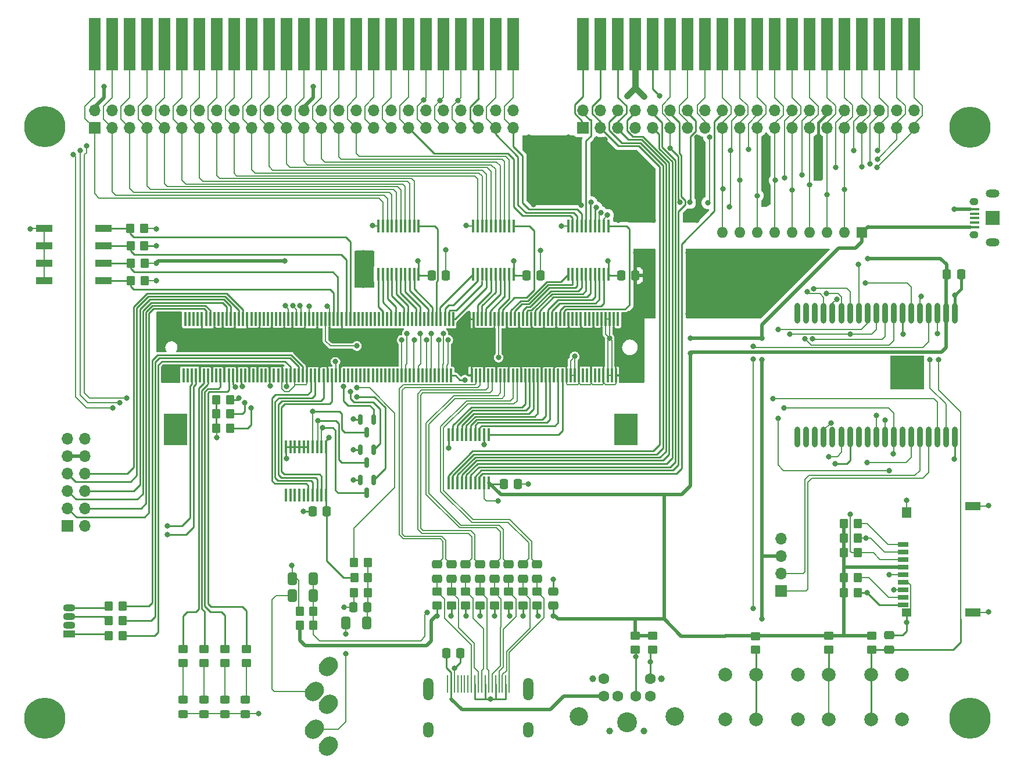
<source format=gbr>
%TF.GenerationSoftware,KiCad,Pcbnew,(6.0.11)*%
%TF.CreationDate,2023-06-18T20:35:23-07:00*%
%TF.ProjectId,TRS-IO++,5452532d-494f-42b2-9b2e-6b696361645f,rev?*%
%TF.SameCoordinates,Original*%
%TF.FileFunction,Copper,L1,Top*%
%TF.FilePolarity,Positive*%
%FSLAX46Y46*%
G04 Gerber Fmt 4.6, Leading zero omitted, Abs format (unit mm)*
G04 Created by KiCad (PCBNEW (6.0.11)) date 2023-06-18 20:35:23*
%MOMM*%
%LPD*%
G01*
G04 APERTURE LIST*
G04 Aperture macros list*
%AMRoundRect*
0 Rectangle with rounded corners*
0 $1 Rounding radius*
0 $2 $3 $4 $5 $6 $7 $8 $9 X,Y pos of 4 corners*
0 Add a 4 corners polygon primitive as box body*
4,1,4,$2,$3,$4,$5,$6,$7,$8,$9,$2,$3,0*
0 Add four circle primitives for the rounded corners*
1,1,$1+$1,$2,$3*
1,1,$1+$1,$4,$5*
1,1,$1+$1,$6,$7*
1,1,$1+$1,$8,$9*
0 Add four rect primitives between the rounded corners*
20,1,$1+$1,$2,$3,$4,$5,0*
20,1,$1+$1,$4,$5,$6,$7,0*
20,1,$1+$1,$6,$7,$8,$9,0*
20,1,$1+$1,$8,$9,$2,$3,0*%
%AMHorizOval*
0 Thick line with rounded ends*
0 $1 width*
0 $2 $3 position (X,Y) of the first rounded end (center of the circle)*
0 $4 $5 position (X,Y) of the second rounded end (center of the circle)*
0 Add line between two ends*
20,1,$1,$2,$3,$4,$5,0*
0 Add two circle primitives to create the rounded ends*
1,1,$1,$2,$3*
1,1,$1,$4,$5*%
G04 Aperture macros list end*
%TA.AperFunction,SMDPad,CuDef*%
%ADD10RoundRect,0.100000X-0.100000X0.850000X-0.100000X-0.850000X0.100000X-0.850000X0.100000X0.850000X0*%
%TD*%
%TA.AperFunction,ComponentPad*%
%ADD11C,2.000000*%
%TD*%
%TA.AperFunction,SMDPad,CuDef*%
%ADD12RoundRect,0.250000X0.350000X0.450000X-0.350000X0.450000X-0.350000X-0.450000X0.350000X-0.450000X0*%
%TD*%
%TA.AperFunction,SMDPad,CuDef*%
%ADD13RoundRect,0.250000X-0.450000X0.350000X-0.450000X-0.350000X0.450000X-0.350000X0.450000X0.350000X0*%
%TD*%
%TA.AperFunction,SMDPad,CuDef*%
%ADD14RoundRect,0.250000X-0.412500X-0.650000X0.412500X-0.650000X0.412500X0.650000X-0.412500X0.650000X0*%
%TD*%
%TA.AperFunction,SMDPad,CuDef*%
%ADD15RoundRect,0.250000X0.450000X-0.350000X0.450000X0.350000X-0.450000X0.350000X-0.450000X-0.350000X0*%
%TD*%
%TA.AperFunction,SMDPad,CuDef*%
%ADD16R,2.440000X1.120000*%
%TD*%
%TA.AperFunction,SMDPad,CuDef*%
%ADD17RoundRect,0.250000X-0.350000X-0.450000X0.350000X-0.450000X0.350000X0.450000X-0.350000X0.450000X0*%
%TD*%
%TA.AperFunction,SMDPad,CuDef*%
%ADD18RoundRect,0.250000X0.450000X-0.325000X0.450000X0.325000X-0.450000X0.325000X-0.450000X-0.325000X0*%
%TD*%
%TA.AperFunction,SMDPad,CuDef*%
%ADD19RoundRect,0.250000X0.337500X0.475000X-0.337500X0.475000X-0.337500X-0.475000X0.337500X-0.475000X0*%
%TD*%
%TA.AperFunction,ComponentPad*%
%ADD20C,0.800000*%
%TD*%
%TA.AperFunction,ComponentPad*%
%ADD21C,6.000000*%
%TD*%
%TA.AperFunction,SMDPad,CuDef*%
%ADD22RoundRect,0.250000X0.412500X0.650000X-0.412500X0.650000X-0.412500X-0.650000X0.412500X-0.650000X0*%
%TD*%
%TA.AperFunction,SMDPad,CuDef*%
%ADD23RoundRect,0.250000X-0.475000X0.337500X-0.475000X-0.337500X0.475000X-0.337500X0.475000X0.337500X0*%
%TD*%
%TA.AperFunction,ComponentPad*%
%ADD24R,1.700000X1.700000*%
%TD*%
%TA.AperFunction,ComponentPad*%
%ADD25O,1.700000X1.700000*%
%TD*%
%TA.AperFunction,ComponentPad*%
%ADD26HorizOval,2.400000X-0.212132X-0.212132X0.212132X0.212132X0*%
%TD*%
%TA.AperFunction,SMDPad,CuDef*%
%ADD27RoundRect,0.250000X-0.337500X-0.475000X0.337500X-0.475000X0.337500X0.475000X-0.337500X0.475000X0*%
%TD*%
%TA.AperFunction,SMDPad,CuDef*%
%ADD28RoundRect,0.150000X-0.150000X0.587500X-0.150000X-0.587500X0.150000X-0.587500X0.150000X0.587500X0*%
%TD*%
%TA.AperFunction,SMDPad,CuDef*%
%ADD29R,0.280000X2.600000*%
%TD*%
%TA.AperFunction,ComponentPad*%
%ADD30O,1.500000X3.300000*%
%TD*%
%TA.AperFunction,ComponentPad*%
%ADD31O,1.500000X2.300000*%
%TD*%
%TA.AperFunction,SMDPad,CuDef*%
%ADD32R,1.600000X0.700000*%
%TD*%
%TA.AperFunction,SMDPad,CuDef*%
%ADD33R,1.400000X1.600000*%
%TD*%
%TA.AperFunction,SMDPad,CuDef*%
%ADD34R,2.200000X1.200000*%
%TD*%
%TA.AperFunction,SMDPad,CuDef*%
%ADD35R,1.400000X1.200000*%
%TD*%
%TA.AperFunction,SMDPad,CuDef*%
%ADD36O,0.900000X3.000000*%
%TD*%
%TA.AperFunction,SMDPad,CuDef*%
%ADD37R,5.000000X5.000000*%
%TD*%
%TA.AperFunction,SMDPad,CuDef*%
%ADD38RoundRect,0.250000X0.475000X-0.337500X0.475000X0.337500X-0.475000X0.337500X-0.475000X-0.337500X0*%
%TD*%
%TA.AperFunction,ComponentPad*%
%ADD39O,1.300000X1.100000*%
%TD*%
%TA.AperFunction,SMDPad,CuDef*%
%ADD40R,2.000000X2.000000*%
%TD*%
%TA.AperFunction,ComponentPad*%
%ADD41O,2.000000X1.200000*%
%TD*%
%TA.AperFunction,SMDPad,CuDef*%
%ADD42R,2.500000X0.400000*%
%TD*%
%TA.AperFunction,SMDPad,CuDef*%
%ADD43R,1.350000X0.400000*%
%TD*%
%TA.AperFunction,ComponentPad*%
%ADD44R,1.600000X1.600000*%
%TD*%
%TA.AperFunction,ComponentPad*%
%ADD45O,1.600000X1.600000*%
%TD*%
%TA.AperFunction,ConnectorPad*%
%ADD46R,1.778000X7.620000*%
%TD*%
%TA.AperFunction,ComponentPad*%
%ADD47R,1.800000X1.070000*%
%TD*%
%TA.AperFunction,ComponentPad*%
%ADD48O,1.800000X1.070000*%
%TD*%
%TA.AperFunction,ComponentPad*%
%ADD49C,1.600000*%
%TD*%
%TA.AperFunction,ComponentPad*%
%ADD50C,1.000000*%
%TD*%
%TA.AperFunction,ComponentPad*%
%ADD51C,2.900000*%
%TD*%
%TA.AperFunction,ComponentPad*%
%ADD52C,2.700000*%
%TD*%
%TA.AperFunction,SMDPad,CuDef*%
%ADD53R,0.350000X2.000000*%
%TD*%
%TA.AperFunction,SMDPad,CuDef*%
%ADD54R,3.500000X4.600000*%
%TD*%
%TA.AperFunction,ViaPad*%
%ADD55C,0.800000*%
%TD*%
%TA.AperFunction,Conductor*%
%ADD56C,0.200000*%
%TD*%
%TA.AperFunction,Conductor*%
%ADD57C,0.250000*%
%TD*%
%TA.AperFunction,Conductor*%
%ADD58C,0.381000*%
%TD*%
%TA.AperFunction,Conductor*%
%ADD59C,0.500380*%
%TD*%
%TA.AperFunction,Conductor*%
%ADD60C,0.889000*%
%TD*%
G04 APERTURE END LIST*
D10*
%TO.P,U5,1,A->B*%
%TO.N,+3V3*%
X106963400Y-101910000D03*
%TO.P,U5,2,A0*%
%TO.N,EXTIOSEL_N*%
X106313400Y-101910000D03*
%TO.P,U5,3,A1*%
%TO.N,WAIT_N*%
X105663400Y-101910000D03*
%TO.P,U5,4,A2*%
%TO.N,INT_N*%
X105013400Y-101910000D03*
%TO.P,U5,5,A3*%
%TO.N,GND*%
X104363400Y-101910000D03*
%TO.P,U5,6,A4*%
X103713400Y-101910000D03*
%TO.P,U5,7,A5*%
X103063400Y-101910000D03*
%TO.P,U5,8,A6*%
X102413400Y-101910000D03*
%TO.P,U5,9,A7*%
X101763400Y-101910000D03*
%TO.P,U5,10,GND*%
X101113400Y-101910000D03*
%TO.P,U5,11,B7*%
%TO.N,unconnected-(U5-Pad11)*%
X101113400Y-108910000D03*
%TO.P,U5,12,B6*%
%TO.N,unconnected-(U5-Pad12)*%
X101763400Y-108910000D03*
%TO.P,U5,13,B5*%
%TO.N,unconnected-(U5-Pad13)*%
X102413400Y-108910000D03*
%TO.P,U5,14,B4*%
%TO.N,unconnected-(U5-Pad14)*%
X103063400Y-108910000D03*
%TO.P,U5,15,B3*%
%TO.N,unconnected-(U5-Pad15)*%
X103713400Y-108910000D03*
%TO.P,U5,16,B2*%
%TO.N,INT_IN_N*%
X104363400Y-108910000D03*
%TO.P,U5,17,B1*%
%TO.N,WAIT_IN_N*%
X105013400Y-108910000D03*
%TO.P,U5,18,B0*%
%TO.N,EXTIOSEL_IN_N*%
X105663400Y-108910000D03*
%TO.P,U5,19,CE*%
%TO.N,CTRL1_EN*%
X106313400Y-108910000D03*
%TO.P,U5,20,VCC*%
%TO.N,+3V3*%
X106963400Y-108910000D03*
%TD*%
%TO.P,U4,1,A->B*%
%TO.N,ABUS_DIR_N*%
X130660550Y-100132000D03*
%TO.P,U4,2,A0*%
%TO.N,_A9*%
X130010550Y-100132000D03*
%TO.P,U4,3,A1*%
%TO.N,_A8*%
X129360550Y-100132000D03*
%TO.P,U4,4,A2*%
%TO.N,_A11*%
X128710550Y-100132000D03*
%TO.P,U4,5,A3*%
%TO.N,_A14*%
X128060550Y-100132000D03*
%TO.P,U4,6,A4*%
%TO.N,_A15*%
X127410550Y-100132000D03*
%TO.P,U4,7,A5*%
%TO.N,_A13*%
X126760550Y-100132000D03*
%TO.P,U4,8,A6*%
%TO.N,_A12*%
X126110550Y-100132000D03*
%TO.P,U4,9,A7*%
%TO.N,_A10*%
X125460550Y-100132000D03*
%TO.P,U4,10,GND*%
%TO.N,GND*%
X124810550Y-100132000D03*
%TO.P,U4,11,B7*%
%TO.N,A10*%
X124810550Y-107132000D03*
%TO.P,U4,12,B6*%
%TO.N,A12*%
X125460550Y-107132000D03*
%TO.P,U4,13,B5*%
%TO.N,A13*%
X126110550Y-107132000D03*
%TO.P,U4,14,B4*%
%TO.N,A15*%
X126760550Y-107132000D03*
%TO.P,U4,15,B3*%
%TO.N,A14*%
X127410550Y-107132000D03*
%TO.P,U4,16,B2*%
%TO.N,A11*%
X128060550Y-107132000D03*
%TO.P,U4,17,B1*%
%TO.N,A8*%
X128710550Y-107132000D03*
%TO.P,U4,18,B0*%
%TO.N,A9*%
X129360550Y-107132000D03*
%TO.P,U4,19,CE*%
%TO.N,ABUS_EN*%
X130010550Y-107132000D03*
%TO.P,U4,20,VCC*%
%TO.N,+3V3*%
X130660550Y-107132000D03*
%TD*%
%TO.P,U3,1,A->B*%
%TO.N,CTRL_DIR*%
X148095700Y-69753600D03*
%TO.P,U3,2,A0*%
%TO.N,IN_N*%
X147445700Y-69753600D03*
%TO.P,U3,3,A1*%
%TO.N,RD_N*%
X146795700Y-69753600D03*
%TO.P,U3,4,A2*%
%TO.N,WR_N*%
X146145700Y-69753600D03*
%TO.P,U3,5,A3*%
%TO.N,OUT_N*%
X145495700Y-69753600D03*
%TO.P,U3,6,A4*%
%TO.N,RAS_N*%
X144845700Y-69753600D03*
%TO.P,U3,7,A5*%
%TO.N,IOREQ_N*%
X144195700Y-69753600D03*
%TO.P,U3,8,A6*%
%TO.N,M1_N*%
X143545700Y-69753600D03*
%TO.P,U3,9,A7*%
%TO.N,RESET_N*%
X142895700Y-69753600D03*
%TO.P,U3,10,GND*%
%TO.N,GND*%
X142245700Y-69753600D03*
%TO.P,U3,11,B7*%
%TO.N,_RESET_N*%
X142245700Y-76753600D03*
%TO.P,U3,12,B6*%
%TO.N,_M1_N*%
X142895700Y-76753600D03*
%TO.P,U3,13,B5*%
%TO.N,_IOREQ_N*%
X143545700Y-76753600D03*
%TO.P,U3,14,B4*%
%TO.N,_RAS_N*%
X144195700Y-76753600D03*
%TO.P,U3,15,B3*%
%TO.N,_OUT_N*%
X144845700Y-76753600D03*
%TO.P,U3,16,B2*%
%TO.N,_WR_N*%
X145495700Y-76753600D03*
%TO.P,U3,17,B1*%
%TO.N,_RD_N*%
X146145700Y-76753600D03*
%TO.P,U3,18,B0*%
%TO.N,_IN_N*%
X146795700Y-76753600D03*
%TO.P,U3,19,CE*%
%TO.N,CTRL_EN*%
X147445700Y-76753600D03*
%TO.P,U3,20,VCC*%
%TO.N,+3V3*%
X148095700Y-76753600D03*
%TD*%
%TO.P,U2,1,A->B*%
%TO.N,ABUS_DIR*%
X134278100Y-69753600D03*
%TO.P,U2,2,A0*%
%TO.N,A7*%
X133628100Y-69753600D03*
%TO.P,U2,3,A1*%
%TO.N,A6*%
X132978100Y-69753600D03*
%TO.P,U2,4,A2*%
%TO.N,A5*%
X132328100Y-69753600D03*
%TO.P,U2,5,A3*%
%TO.N,A4*%
X131678100Y-69753600D03*
%TO.P,U2,6,A4*%
%TO.N,A3*%
X131028100Y-69753600D03*
%TO.P,U2,7,A5*%
%TO.N,A2*%
X130378100Y-69753600D03*
%TO.P,U2,8,A6*%
%TO.N,A1*%
X129728100Y-69753600D03*
%TO.P,U2,9,A7*%
%TO.N,A0*%
X129078100Y-69753600D03*
%TO.P,U2,10,GND*%
%TO.N,GND*%
X128428100Y-69753600D03*
%TO.P,U2,11,B7*%
%TO.N,_A0*%
X128428100Y-76753600D03*
%TO.P,U2,12,B6*%
%TO.N,_A1*%
X129078100Y-76753600D03*
%TO.P,U2,13,B5*%
%TO.N,_A2*%
X129728100Y-76753600D03*
%TO.P,U2,14,B4*%
%TO.N,_A3*%
X130378100Y-76753600D03*
%TO.P,U2,15,B3*%
%TO.N,_A4*%
X131028100Y-76753600D03*
%TO.P,U2,16,B2*%
%TO.N,_A5*%
X131678100Y-76753600D03*
%TO.P,U2,17,B1*%
%TO.N,_A6*%
X132328100Y-76753600D03*
%TO.P,U2,18,B0*%
%TO.N,_A7*%
X132978100Y-76753600D03*
%TO.P,U2,19,CE*%
%TO.N,ABUS_EN*%
X133628100Y-76753600D03*
%TO.P,U2,20,VCC*%
%TO.N,+3V3*%
X134278100Y-76753600D03*
%TD*%
%TO.P,U6,1,A->B*%
%TO.N,DBUS_DIR*%
X120460500Y-69753600D03*
%TO.P,U6,2,A0*%
%TO.N,D7*%
X119810500Y-69753600D03*
%TO.P,U6,3,A1*%
%TO.N,D6*%
X119160500Y-69753600D03*
%TO.P,U6,4,A2*%
%TO.N,D5*%
X118510500Y-69753600D03*
%TO.P,U6,5,A3*%
%TO.N,D4*%
X117860500Y-69753600D03*
%TO.P,U6,6,A4*%
%TO.N,D3*%
X117210500Y-69753600D03*
%TO.P,U6,7,A5*%
%TO.N,D2*%
X116560500Y-69753600D03*
%TO.P,U6,8,A6*%
%TO.N,D1*%
X115910500Y-69753600D03*
%TO.P,U6,9,A7*%
%TO.N,D0*%
X115260500Y-69753600D03*
%TO.P,U6,10,GND*%
%TO.N,GND*%
X114610500Y-69753600D03*
%TO.P,U6,11,B7*%
%TO.N,_D0*%
X114610500Y-76753600D03*
%TO.P,U6,12,B6*%
%TO.N,_D1*%
X115260500Y-76753600D03*
%TO.P,U6,13,B5*%
%TO.N,_D2*%
X115910500Y-76753600D03*
%TO.P,U6,14,B4*%
%TO.N,_D3*%
X116560500Y-76753600D03*
%TO.P,U6,15,B3*%
%TO.N,_D4*%
X117210500Y-76753600D03*
%TO.P,U6,16,B2*%
%TO.N,_D5*%
X117860500Y-76753600D03*
%TO.P,U6,17,B1*%
%TO.N,_D6*%
X118510500Y-76753600D03*
%TO.P,U6,18,B0*%
%TO.N,_D7*%
X119160500Y-76753600D03*
%TO.P,U6,19,CE*%
%TO.N,DBUS_EN*%
X119810500Y-76753600D03*
%TO.P,U6,20,VCC*%
%TO.N,+3V3*%
X120460500Y-76753600D03*
%TD*%
D11*
%TO.P,SW4,1,1*%
%TO.N,GND*%
X165100000Y-141629200D03*
X165100000Y-135129200D03*
%TO.P,SW4,2,2*%
%TO.N,STATUS*%
X169600000Y-141629200D03*
X169600000Y-135129200D03*
%TD*%
D12*
%TO.P,R33,1*%
%TO.N,+3V3*%
X80435500Y-70104000D03*
%TO.P,R33,2*%
%TO.N,CONF_1*%
X78435500Y-70104000D03*
%TD*%
D13*
%TO.P,R39,1*%
%TO.N,LED3*%
X92269032Y-131384800D03*
%TO.P,R39,2*%
%TO.N,Net-(D4-Pad2)*%
X92269032Y-133384800D03*
%TD*%
D14*
%TO.P,C15,1*%
%TO.N,Net-(C15-Pad1)*%
X109806299Y-127551799D03*
%TO.P,C15,2*%
%TO.N,Net-(C13-Pad1)*%
X112931299Y-127551799D03*
%TD*%
D15*
%TO.P,R8,1*%
%TO.N,+3V3*%
X129413000Y-125023800D03*
%TO.P,R8,2*%
%TO.N,/D0+*%
X129413000Y-123023800D03*
%TD*%
D13*
%TO.P,R40,1*%
%TO.N,LED4*%
X95330100Y-131384800D03*
%TO.P,R40,2*%
%TO.N,Net-(D5-Pad2)*%
X95330100Y-133384800D03*
%TD*%
D16*
%TO.P,SW3,1*%
%TO.N,GND*%
X65935700Y-70104000D03*
%TO.P,SW3,2*%
X65935700Y-72644000D03*
%TO.P,SW3,3*%
X65935700Y-75184000D03*
%TO.P,SW3,4*%
X65935700Y-77724000D03*
%TO.P,SW3,5*%
%TO.N,CONF_4*%
X74545700Y-77724000D03*
%TO.P,SW3,6*%
%TO.N,CONF_3*%
X74545700Y-75184000D03*
%TO.P,SW3,7*%
%TO.N,CONF_2*%
X74545700Y-72644000D03*
%TO.P,SW3,8*%
%TO.N,CONF_1*%
X74545700Y-70104000D03*
%TD*%
D17*
%TO.P,R29,1*%
%TO.N,+3V3*%
X90998800Y-95046800D03*
%TO.P,R29,2*%
%TO.N,INT_N*%
X92998800Y-95046800D03*
%TD*%
D18*
%TO.P,D3,1,K*%
%TO.N,GND*%
X89177666Y-140842600D03*
%TO.P,D3,2,A*%
%TO.N,Net-(D3-Pad2)*%
X89177666Y-138792600D03*
%TD*%
D19*
%TO.P,C16,1*%
%TO.N,GND*%
X134919850Y-107340400D03*
%TO.P,C16,2*%
%TO.N,+3V3*%
X132844850Y-107340400D03*
%TD*%
D15*
%TO.P,R10,1*%
%TO.N,+3V3*%
X125247400Y-125023800D03*
%TO.P,R10,2*%
%TO.N,/CK+*%
X125247400Y-123023800D03*
%TD*%
D12*
%TO.P,R35,1*%
%TO.N,+3V3*%
X80537100Y-75184000D03*
%TO.P,R35,2*%
%TO.N,CONF_3*%
X78537100Y-75184000D03*
%TD*%
D18*
%TO.P,D2,1,K*%
%TO.N,GND*%
X86146600Y-140842600D03*
%TO.P,D2,2,A*%
%TO.N,Net-(D2-Pad2)*%
X86146600Y-138792600D03*
%TD*%
D15*
%TO.P,R7,1*%
%TO.N,+3V3*%
X131495800Y-125023800D03*
%TO.P,R7,2*%
%TO.N,/D1-*%
X131495800Y-123023800D03*
%TD*%
D13*
%TO.P,R14,1*%
%TO.N,+3V3*%
X169570400Y-129505200D03*
%TO.P,R14,2*%
%TO.N,STATUS*%
X169570400Y-131505200D03*
%TD*%
D20*
%TO.P,H3,1,1*%
%TO.N,GND*%
X202387690Y-139887010D03*
X203046700Y-141478000D03*
X199205710Y-143068990D03*
D21*
X200796700Y-141478000D03*
D20*
X200796700Y-143728000D03*
X202387690Y-143068990D03*
X200796700Y-139228000D03*
X198546700Y-141478000D03*
X199205710Y-139887010D03*
%TD*%
D17*
%TO.P,R16,1*%
%TO.N,+3V3*%
X182423100Y-120967500D03*
%TO.P,R16,2*%
%TO.N,Net-(J9-Pad8)*%
X184423100Y-120967500D03*
%TD*%
D22*
%TO.P,C12,1*%
%TO.N,CASS_IN*%
X105141899Y-121167999D03*
%TO.P,C12,2*%
%TO.N,GND*%
X102016899Y-121167999D03*
%TD*%
D23*
%TO.P,C6,1*%
%TO.N,HDMI_TX0_N*%
X127330200Y-119049300D03*
%TO.P,C6,2*%
%TO.N,/D0-*%
X127330200Y-121124300D03*
%TD*%
D12*
%TO.P,R34,1*%
%TO.N,+3V3*%
X80486300Y-72644000D03*
%TO.P,R34,2*%
%TO.N,CONF_2*%
X78486300Y-72644000D03*
%TD*%
%TO.P,R2,1*%
%TO.N,LED_GREEN*%
X77301600Y-125120400D03*
%TO.P,R2,2*%
%TO.N,Net-(D1-Pad4)*%
X75301600Y-125120400D03*
%TD*%
D23*
%TO.P,C4,1*%
%TO.N,HDMI_TX1_N*%
X131495800Y-119049300D03*
%TO.P,C4,2*%
%TO.N,/D1-*%
X131495800Y-121124300D03*
%TD*%
D15*
%TO.P,R31,1*%
%TO.N,PS2_CLK*%
X154533600Y-131462400D03*
%TO.P,R31,2*%
%TO.N,+3V3*%
X154533600Y-129462400D03*
%TD*%
D23*
%TO.P,C3,1*%
%TO.N,HDMI_TX1_P*%
X133578600Y-119049300D03*
%TO.P,C3,2*%
%TO.N,/D1+*%
X133578600Y-121124300D03*
%TD*%
%TO.P,C7,1*%
%TO.N,HDMI_TXC_P*%
X125247400Y-119049300D03*
%TO.P,C7,2*%
%TO.N,/CK+*%
X125247400Y-121124300D03*
%TD*%
D20*
%TO.P,H2,1,1*%
%TO.N,GND*%
X198546700Y-55321200D03*
X202387690Y-53730210D03*
X200796700Y-57571200D03*
X199205710Y-53730210D03*
X203046700Y-55321200D03*
X199205710Y-56912190D03*
X202387690Y-56912190D03*
D21*
X200796700Y-55321200D03*
D20*
X200796700Y-53071200D03*
%TD*%
D23*
%TO.P,C1,1*%
%TO.N,HDMI_TX2_P*%
X137744200Y-119049300D03*
%TO.P,C1,2*%
%TO.N,/D2+*%
X137744200Y-121124300D03*
%TD*%
D11*
%TO.P,SW2,1,1*%
%TO.N,GND*%
X175727350Y-135129200D03*
X175727350Y-141629200D03*
%TO.P,SW2,2,2*%
%TO.N,ID0*%
X180227350Y-141629200D03*
X180227350Y-135129200D03*
%TD*%
D24*
%TO.P,J2,1,Pin_1*%
%TO.N,SYSRES_N*%
X144413700Y-55422800D03*
D25*
%TO.P,J2,2,Pin_2*%
%TO.N,RAS_N*%
X144413700Y-52882800D03*
%TO.P,J2,3,Pin_3*%
%TO.N,A10*%
X146953700Y-55422800D03*
%TO.P,J2,4,Pin_4*%
%TO.N,CAS_N*%
X146953700Y-52882800D03*
%TO.P,J2,5,Pin_5*%
%TO.N,A13*%
X149493700Y-55422800D03*
%TO.P,J2,6,Pin_6*%
%TO.N,A12*%
X149493700Y-52882800D03*
%TO.P,J2,7,Pin_7*%
%TO.N,GND*%
X152033700Y-55422800D03*
%TO.P,J2,8,Pin_8*%
%TO.N,A15*%
X152033700Y-52882800D03*
%TO.P,J2,9,Pin_9*%
%TO.N,A14*%
X154573700Y-55422800D03*
%TO.P,J2,10,Pin_10*%
%TO.N,A11*%
X154573700Y-52882800D03*
%TO.P,J2,11,Pin_11*%
%TO.N,OUT_N*%
X157113700Y-55422800D03*
%TO.P,J2,12,Pin_12*%
%TO.N,A8*%
X157113700Y-52882800D03*
%TO.P,J2,13,Pin_13*%
%TO.N,INTACK_N*%
X159653700Y-55422800D03*
%TO.P,J2,14,Pin_14*%
%TO.N,WR_N*%
X159653700Y-52882800D03*
%TO.P,J2,15,Pin_15*%
%TO.N,MUX*%
X162193700Y-55422800D03*
%TO.P,J2,16,Pin_16*%
%TO.N,RD_N*%
X162193700Y-52882800D03*
%TO.P,J2,17,Pin_17*%
%TO.N,D4*%
X164733700Y-55422800D03*
%TO.P,J2,18,Pin_18*%
%TO.N,A9*%
X164733700Y-52882800D03*
%TO.P,J2,19,Pin_19*%
%TO.N,D7*%
X167273700Y-55422800D03*
%TO.P,J2,20,Pin_20*%
%TO.N,IN_N*%
X167273700Y-52882800D03*
%TO.P,J2,21,Pin_21*%
%TO.N,D1*%
X169813700Y-55422800D03*
%TO.P,J2,22,Pin_22*%
%TO.N,INT_N*%
X169813700Y-52882800D03*
%TO.P,J2,23,Pin_23*%
%TO.N,D6*%
X172353700Y-55422800D03*
%TO.P,J2,24,Pin_24*%
%TO.N,TEST_N*%
X172353700Y-52882800D03*
%TO.P,J2,25,Pin_25*%
%TO.N,D3*%
X174893700Y-55422800D03*
%TO.P,J2,26,Pin_26*%
%TO.N,A0*%
X174893700Y-52882800D03*
%TO.P,J2,27,Pin_27*%
%TO.N,D5*%
X177433700Y-55422800D03*
%TO.P,J2,28,Pin_28*%
%TO.N,A1*%
X177433700Y-52882800D03*
%TO.P,J2,29,Pin_29*%
%TO.N,D0*%
X179973700Y-55422800D03*
%TO.P,J2,30,Pin_30*%
%TO.N,GND*%
X179973700Y-52882800D03*
%TO.P,J2,31,Pin_31*%
%TO.N,D2*%
X182513700Y-55422800D03*
%TO.P,J2,32,Pin_32*%
%TO.N,A4*%
X182513700Y-52882800D03*
%TO.P,J2,33,Pin_33*%
%TO.N,A3*%
X185053700Y-55422800D03*
%TO.P,J2,34,Pin_34*%
%TO.N,WAIT_N*%
X185053700Y-52882800D03*
%TO.P,J2,35,Pin_35*%
%TO.N,A7*%
X187593700Y-55422800D03*
%TO.P,J2,36,Pin_36*%
%TO.N,A5*%
X187593700Y-52882800D03*
%TO.P,J2,37,Pin_37*%
%TO.N,A6*%
X190133700Y-55422800D03*
%TO.P,J2,38,Pin_38*%
%TO.N,GND*%
X190133700Y-52882800D03*
%TO.P,J2,39,Pin_39*%
%TO.N,A2*%
X192673700Y-55422800D03*
%TO.P,J2,40,Pin_40*%
%TO.N,5V*%
X192673700Y-52882800D03*
%TD*%
D26*
%TO.P,J10,R*%
%TO.N,Net-(C14-Pad1)*%
X105273899Y-137591199D03*
%TO.P,J10,RN*%
%TO.N,N/C*%
X107273899Y-139391199D03*
%TO.P,J10,S*%
%TO.N,GND*%
X107273899Y-145491199D03*
%TO.P,J10,T*%
%TO.N,Net-(C15-Pad1)*%
X105273899Y-143091199D03*
%TO.P,J10,TN*%
%TO.N,N/C*%
X107273899Y-133891199D03*
%TD*%
D19*
%TO.P,C19,1*%
%TO.N,GND*%
X124415000Y-76962000D03*
%TO.P,C19,2*%
%TO.N,+3V3*%
X122340000Y-76962000D03*
%TD*%
D23*
%TO.P,C8,1*%
%TO.N,HDMI_TXC_N*%
X123164600Y-119049300D03*
%TO.P,C8,2*%
%TO.N,/CK-*%
X123164600Y-121124300D03*
%TD*%
D27*
%TO.P,C23,1*%
%TO.N,+5V*%
X124463900Y-131961300D03*
%TO.P,C23,2*%
%TO.N,GND*%
X126538900Y-131961300D03*
%TD*%
D28*
%TO.P,Q3,1,G*%
%TO.N,INT*%
X113878400Y-97919300D03*
%TO.P,Q3,2,S*%
%TO.N,GND*%
X111978400Y-97919300D03*
%TO.P,Q3,3,D*%
%TO.N,INT_N*%
X112928400Y-99794300D03*
%TD*%
D29*
%TO.P,J7,1,D2+*%
%TO.N,/D2+*%
X133659000Y-136468600D03*
%TO.P,J7,2,D2S*%
%TO.N,GND*%
X133159000Y-136468600D03*
%TO.P,J7,3,D2-*%
%TO.N,/D2-*%
X132659000Y-136468600D03*
%TO.P,J7,4,D1+*%
%TO.N,/D1+*%
X132159000Y-136468600D03*
%TO.P,J7,5,D1S*%
%TO.N,GND*%
X131659000Y-136468600D03*
%TO.P,J7,6,D1-*%
%TO.N,/D1-*%
X131159000Y-136468600D03*
%TO.P,J7,7,D0+*%
%TO.N,/D0+*%
X130659000Y-136468600D03*
%TO.P,J7,8,D0S*%
%TO.N,GND*%
X130159000Y-136468600D03*
%TO.P,J7,9,D0-*%
%TO.N,/D0-*%
X129659000Y-136468600D03*
%TO.P,J7,10,CK+*%
%TO.N,/CK+*%
X129159000Y-136468600D03*
%TO.P,J7,11,CKS*%
%TO.N,GND*%
X128659000Y-136468600D03*
%TO.P,J7,12,CK-*%
%TO.N,/CK-*%
X128159000Y-136468600D03*
%TO.P,J7,13,CEC*%
%TO.N,unconnected-(J7-Pad13)*%
X127659000Y-136468600D03*
%TO.P,J7,14,UTILITY*%
%TO.N,unconnected-(J7-Pad14)*%
X127159000Y-136468600D03*
%TO.P,J7,15,SCL*%
%TO.N,unconnected-(J7-Pad15)*%
X126659000Y-136468600D03*
%TO.P,J7,16,SDA*%
%TO.N,unconnected-(J7-Pad16)*%
X126159000Y-136468600D03*
%TO.P,J7,17,GND*%
%TO.N,GND*%
X125659000Y-136468600D03*
%TO.P,J7,18,+5V*%
%TO.N,+5V*%
X125159000Y-136468600D03*
%TO.P,J7,19,HPD*%
%TO.N,unconnected-(J7-Pad19)*%
X124659000Y-136468600D03*
D30*
%TO.P,J7,SH,SH*%
%TO.N,GND*%
X136409000Y-137228600D03*
D31*
X121909000Y-143188600D03*
X136409000Y-143188600D03*
D30*
X121909000Y-137228600D03*
%TD*%
D32*
%TO.P,J9,1,DAT2*%
%TO.N,Net-(J9-Pad1)*%
X191070000Y-116113200D03*
%TO.P,J9,2,CD/DAT3*%
%TO.N,CS_SD*%
X191070000Y-117213200D03*
%TO.P,J9,3,CMD*%
%TO.N,MOSI*%
X191070000Y-118313200D03*
%TO.P,J9,4,VDD*%
%TO.N,+3V3*%
X191070000Y-119413200D03*
%TO.P,J9,5,CLK*%
%TO.N,SCK*%
X191070000Y-120513200D03*
%TO.P,J9,6,VSS*%
%TO.N,GND*%
X191070000Y-121613200D03*
%TO.P,J9,7,DAT0*%
%TO.N,MISO*%
X191070000Y-122713200D03*
%TO.P,J9,8,DAT1*%
%TO.N,Net-(J9-Pad8)*%
X191070000Y-123813200D03*
%TO.P,J9,9,Cd*%
%TO.N,CD_SD*%
X191070000Y-124913200D03*
D33*
%TO.P,J9,10,GND*%
%TO.N,GND*%
X191570000Y-111463200D03*
D34*
%TO.P,J9,11,GND*%
X201170000Y-110563200D03*
%TO.P,J9,12,GND*%
X201170000Y-126063200D03*
D35*
%TO.P,J9,13,GND*%
X191570000Y-126063200D03*
%TD*%
D23*
%TO.P,C9,1*%
%TO.N,GND*%
X189026800Y-129366100D03*
%TO.P,C9,2*%
%TO.N,ESP_RESET*%
X189026800Y-131441100D03*
%TD*%
D12*
%TO.P,R36,1*%
%TO.N,+3V3*%
X80537100Y-77724000D03*
%TO.P,R36,2*%
%TO.N,CONF_4*%
X78537100Y-77724000D03*
%TD*%
D24*
%TO.P,J8,1,Pin_1*%
%TO.N,TXD0*%
X173255166Y-122892600D03*
D25*
%TO.P,J8,2,Pin_2*%
%TO.N,RXD0*%
X173255166Y-120352600D03*
%TO.P,J8,3,Pin_3*%
%TO.N,+5V*%
X173255166Y-117812600D03*
%TO.P,J8,4,Pin_4*%
%TO.N,GND*%
X173255166Y-115272600D03*
%TD*%
D17*
%TO.P,R17,1*%
%TO.N,+3V3*%
X182423100Y-115214400D03*
%TO.P,R17,2*%
%TO.N,CS_SD*%
X184423100Y-115214400D03*
%TD*%
%TO.P,R26,1*%
%TO.N,+3V3*%
X90998800Y-99212400D03*
%TO.P,R26,2*%
%TO.N,EXTIOSEL_N*%
X92998800Y-99212400D03*
%TD*%
D28*
%TO.P,Q4,1,G*%
%TO.N,WAIT*%
X113878400Y-102338900D03*
%TO.P,Q4,2,S*%
%TO.N,GND*%
X111978400Y-102338900D03*
%TO.P,Q4,3,D*%
%TO.N,WAIT_N*%
X112928400Y-104213900D03*
%TD*%
D11*
%TO.P,SW1,1,1*%
%TO.N,ESP_RESET*%
X186354700Y-135129200D03*
X186354700Y-141629200D03*
%TO.P,SW1,2,2*%
%TO.N,GND*%
X190854700Y-141629200D03*
X190854700Y-135129200D03*
%TD*%
D15*
%TO.P,R32,1*%
%TO.N,PS2_DATA*%
X151993600Y-131462400D03*
%TO.P,R32,2*%
%TO.N,+3V3*%
X151993600Y-129462400D03*
%TD*%
D24*
%TO.P,J5,1,Pin_1*%
%TO.N,PMOD_IO1*%
X69322000Y-113411400D03*
D25*
%TO.P,J5,2,Pin_2*%
%TO.N,PMOD_IO5*%
X71862000Y-113411400D03*
%TO.P,J5,3,Pin_3*%
%TO.N,PMOD_IO2*%
X69322000Y-110871400D03*
%TO.P,J5,4,Pin_4*%
%TO.N,PMOD_IO6*%
X71862000Y-110871400D03*
%TO.P,J5,5,Pin_5*%
%TO.N,PMOD_IO3*%
X69322000Y-108331400D03*
%TO.P,J5,6,Pin_6*%
%TO.N,PMOD_IO7*%
X71862000Y-108331400D03*
%TO.P,J5,7,Pin_7*%
%TO.N,PMOD_IO4*%
X69322000Y-105791400D03*
%TO.P,J5,8,Pin_8*%
%TO.N,PMOD_IO8*%
X71862000Y-105791400D03*
%TO.P,J5,9,Pin_9*%
%TO.N,GND*%
X69322000Y-103251400D03*
%TO.P,J5,10,Pin_10*%
X71862000Y-103251400D03*
%TO.P,J5,11,Pin_11*%
%TO.N,+3V3*%
X69322000Y-100711400D03*
%TO.P,J5,12,Pin_12*%
X71862000Y-100711400D03*
%TD*%
D17*
%TO.P,R18,1*%
%TO.N,+3V3*%
X182423100Y-113080800D03*
%TO.P,R18,2*%
%TO.N,Net-(J9-Pad1)*%
X184423100Y-113080800D03*
%TD*%
%TO.P,R19,1*%
%TO.N,+3V3*%
X182438800Y-123139200D03*
%TO.P,R19,2*%
%TO.N,CD_SD*%
X184438800Y-123139200D03*
%TD*%
D12*
%TO.P,R1,1*%
%TO.N,LED_RED*%
X77301600Y-129438400D03*
%TO.P,R1,2*%
%TO.N,Net-(D1-Pad1)*%
X75301600Y-129438400D03*
%TD*%
D18*
%TO.P,D4,1,K*%
%TO.N,GND*%
X92208732Y-140842600D03*
%TO.P,D4,2,A*%
%TO.N,Net-(D4-Pad2)*%
X92208732Y-138792600D03*
%TD*%
D36*
%TO.P,U1,1,GND*%
%TO.N,GND*%
X198565900Y-82490800D03*
%TO.P,U1,2,3.3V*%
%TO.N,+3V3*%
X197295900Y-82490800D03*
%TO.P,U1,3,EN*%
%TO.N,ESP_RESET*%
X196025900Y-82490800D03*
%TO.P,U1,4,IO36*%
%TO.N,CASS_IN*%
X194755900Y-82490800D03*
%TO.P,U1,5,IO39*%
%TO.N,JTAG_TDO*%
X193485900Y-82490800D03*
%TO.P,U1,6,IO34*%
%TO.N,REQ*%
X192215900Y-82490800D03*
%TO.P,U1,7,IO35*%
%TO.N,STATUS*%
X190945900Y-82490800D03*
%TO.P,U1,8,IO32*%
%TO.N,PS2_DATA*%
X189675900Y-82490800D03*
%TO.P,U1,9,IO33*%
%TO.N,PS2_CLK*%
X188405900Y-82490800D03*
%TO.P,U1,10,IO25*%
%TO.N,MOSI*%
X187135900Y-82490800D03*
%TO.P,U1,11,IO26*%
%TO.N,SCK*%
X185865900Y-82490800D03*
%TO.P,U1,12,IO27*%
%TO.N,JTAG_TDI*%
X184595900Y-82490800D03*
%TO.P,U1,13,IO14*%
%TO.N,ESP_S2*%
X183325900Y-82490800D03*
%TO.P,U1,14,IO12*%
%TO.N,ESP_S0*%
X182055900Y-82490800D03*
%TO.P,U1,15,GND*%
%TO.N,GND*%
X180755900Y-82490800D03*
%TO.P,U1,16,IO13*%
%TO.N,ESP_S1*%
X179485900Y-82490800D03*
%TO.P,U1,17,IO9*%
%TO.N,unconnected-(U1-Pad17)*%
X178215900Y-82490800D03*
%TO.P,U1,18,IO10*%
%TO.N,unconnected-(U1-Pad18)*%
X176945900Y-82490800D03*
%TO.P,U1,19,IO11*%
%TO.N,unconnected-(U1-Pad19)*%
X175675900Y-82490800D03*
%TO.P,U1,20,IO6*%
%TO.N,unconnected-(U1-Pad20)*%
X175675900Y-100490800D03*
%TO.P,U1,21,IO7*%
%TO.N,unconnected-(U1-Pad21)*%
X176945900Y-100490800D03*
%TO.P,U1,22,IO8*%
%TO.N,unconnected-(U1-Pad22)*%
X178215900Y-100490800D03*
%TO.P,U1,23,IO15*%
%TO.N,ESP_S3*%
X179485900Y-100490800D03*
%TO.P,U1,24,IO2*%
%TO.N,unconnected-(U1-Pad24)*%
X180755900Y-100490800D03*
%TO.P,U1,25,IO0*%
%TO.N,ID0*%
X182055900Y-100520800D03*
%TO.P,U1,26,IO4*%
%TO.N,CD_SD*%
X183325900Y-100520800D03*
%TO.P,U1,27,NC*%
%TO.N,unconnected-(U1-Pad27)*%
X184595900Y-100520800D03*
%TO.P,U1,28,NC*%
%TO.N,unconnected-(U1-Pad28)*%
X185865900Y-100520800D03*
%TO.P,U1,29,IO5*%
%TO.N,JTAG_TMS*%
X187135900Y-100520800D03*
%TO.P,U1,30,IO18*%
%TO.N,DONE*%
X188405900Y-100520800D03*
%TO.P,U1,31,IO19*%
%TO.N,MISO*%
X189675900Y-100520800D03*
%TO.P,U1,32,NC*%
%TO.N,unconnected-(U1-Pad32)*%
X190945900Y-100520800D03*
%TO.P,U1,33,IO21*%
%TO.N,CS_SD*%
X192215900Y-100520800D03*
%TO.P,U1,34,RXD0*%
%TO.N,RXD0*%
X193485900Y-100520800D03*
%TO.P,U1,35,TXD0*%
%TO.N,TXD0*%
X194755900Y-100520800D03*
%TO.P,U1,36,IO22*%
%TO.N,CS_FPGA*%
X196025900Y-100520800D03*
%TO.P,U1,37,IO23*%
%TO.N,JTAG_TCK*%
X197295900Y-100520800D03*
%TO.P,U1,38,GND*%
%TO.N,GND*%
X198565900Y-100520800D03*
D20*
%TO.P,U1,39*%
%TO.N,N/C*%
X189655900Y-90090800D03*
X192655900Y-90090800D03*
X192655900Y-91090800D03*
X189655900Y-91090800D03*
X193655900Y-93090800D03*
X193655900Y-89090800D03*
X189655900Y-92090800D03*
X190655900Y-91090800D03*
X191655900Y-93090800D03*
X189655900Y-93090800D03*
X189655900Y-89090800D03*
X191655900Y-92090800D03*
X191655900Y-91090800D03*
X193655900Y-91090800D03*
D37*
X191645900Y-91090800D03*
D20*
X192655900Y-93090800D03*
X190655900Y-93090800D03*
X190655900Y-89090800D03*
X192655900Y-92090800D03*
X193655900Y-92090800D03*
X192655900Y-89090800D03*
X190655900Y-90090800D03*
X191655900Y-90090800D03*
X193655900Y-90090800D03*
X191655900Y-89090800D03*
X190655900Y-92090800D03*
%TD*%
D38*
%TO.P,C21,1*%
%TO.N,+3V3*%
X140106400Y-125061300D03*
%TO.P,C21,2*%
%TO.N,GND*%
X140106400Y-122986300D03*
%TD*%
D13*
%TO.P,R30,1*%
%TO.N,+3V3*%
X180171900Y-129454400D03*
%TO.P,R30,2*%
%TO.N,ID0*%
X180171900Y-131454400D03*
%TD*%
D20*
%TO.P,H1,1,1*%
%TO.N,GND*%
X66024300Y-57520400D03*
X64433310Y-56861390D03*
X68274300Y-55270400D03*
D21*
X66024300Y-55270400D03*
D20*
X64433310Y-53679410D03*
X67615290Y-56861390D03*
X67615290Y-53679410D03*
X66024300Y-53020400D03*
X63774300Y-55270400D03*
%TD*%
D12*
%TO.P,R24,1*%
%TO.N,Net-(C13-Pad1)*%
X113029199Y-123182999D03*
%TO.P,R24,2*%
%TO.N,GND*%
X111029199Y-123182999D03*
%TD*%
D28*
%TO.P,Q5,1,G*%
%TO.N,EXTIOSEL*%
X113878400Y-106758500D03*
%TO.P,Q5,2,S*%
%TO.N,GND*%
X111978400Y-106758500D03*
%TO.P,Q5,3,D*%
%TO.N,EXTIOSEL_N*%
X112928400Y-108633500D03*
%TD*%
D23*
%TO.P,C5,1*%
%TO.N,HDMI_TX0_P*%
X129413000Y-119049300D03*
%TO.P,C5,2*%
%TO.N,/D0+*%
X129413000Y-121124300D03*
%TD*%
D13*
%TO.P,R12,1*%
%TO.N,+3V3*%
X186436000Y-129454400D03*
%TO.P,R12,2*%
%TO.N,ESP_RESET*%
X186436000Y-131454400D03*
%TD*%
D12*
%TO.P,R22,1*%
%TO.N,CASS_IN*%
X105140000Y-125841599D03*
%TO.P,R22,2*%
%TO.N,GND*%
X103140000Y-125841599D03*
%TD*%
D39*
%TO.P,J12,*%
%TO.N,*%
X201374000Y-66155000D03*
D40*
X204124000Y-68580000D03*
D41*
X204124000Y-72155000D03*
X204124000Y-65005000D03*
D39*
X201374000Y-71005000D03*
D42*
%TO.P,J12,1,VBUS*%
%TO.N,+5V*%
X200872800Y-69880000D03*
D43*
%TO.P,J12,2,D-*%
%TO.N,unconnected-(J12-Pad2)*%
X201449000Y-69230000D03*
%TO.P,J12,3,D+*%
%TO.N,unconnected-(J12-Pad3)*%
X201449000Y-68580000D03*
%TO.P,J12,4,ID*%
%TO.N,unconnected-(J12-Pad4)*%
X201449000Y-67930000D03*
D42*
%TO.P,J12,5,GND*%
%TO.N,GND*%
X200872800Y-67280000D03*
%TD*%
D19*
%TO.P,C11,1*%
%TO.N,GND*%
X152050200Y-76962000D03*
%TO.P,C11,2*%
%TO.N,+3V3*%
X149975200Y-76962000D03*
%TD*%
D17*
%TO.P,R25,1*%
%TO.N,+3V3*%
X111077500Y-120967500D03*
%TO.P,R25,2*%
%TO.N,Net-(C13-Pad1)*%
X113077500Y-120967500D03*
%TD*%
%TO.P,R28,1*%
%TO.N,+3V3*%
X90998800Y-97129600D03*
%TO.P,R28,2*%
%TO.N,WAIT_N*%
X92998800Y-97129600D03*
%TD*%
D44*
%TO.P,RN1,1,common*%
%TO.N,+5V*%
X185028600Y-70713600D03*
D45*
%TO.P,RN1,2,R1*%
%TO.N,D2*%
X182488600Y-70713600D03*
%TO.P,RN1,3,R2*%
%TO.N,D0*%
X179948600Y-70713600D03*
%TO.P,RN1,4,R3*%
%TO.N,D5*%
X177408600Y-70713600D03*
%TO.P,RN1,5,R4*%
%TO.N,D3*%
X174868600Y-70713600D03*
%TO.P,RN1,6,R5*%
%TO.N,D6*%
X172328600Y-70713600D03*
%TO.P,RN1,7,R6*%
%TO.N,D1*%
X169788600Y-70713600D03*
%TO.P,RN1,8,R7*%
%TO.N,D7*%
X167248600Y-70713600D03*
%TO.P,RN1,9,R8*%
%TO.N,D4*%
X164708600Y-70713600D03*
%TD*%
D12*
%TO.P,R23,1*%
%TO.N,Net-(C13-Pad1)*%
X113029199Y-118745000D03*
%TO.P,R23,2*%
%TO.N,CASS_OUT*%
X111029199Y-118745000D03*
%TD*%
D15*
%TO.P,R4,1*%
%TO.N,+3V3*%
X137744200Y-125023800D03*
%TO.P,R4,2*%
%TO.N,/D2+*%
X137744200Y-123023800D03*
%TD*%
D19*
%TO.P,C24,1*%
%TO.N,GND*%
X199497400Y-76758800D03*
%TO.P,C24,2*%
%TO.N,+3V3*%
X197422400Y-76758800D03*
%TD*%
D13*
%TO.P,R38,1*%
%TO.N,LED2*%
X89207966Y-131384800D03*
%TO.P,R38,2*%
%TO.N,Net-(D3-Pad2)*%
X89207966Y-133384800D03*
%TD*%
D46*
%TO.P,J4,1,Pin_1*%
%TO.N,SYSRES_N*%
X144408700Y-43281600D03*
%TO.P,J4,3,Pin_3*%
%TO.N,A10*%
X146948700Y-43281600D03*
%TO.P,J4,5,Pin_5*%
%TO.N,A13*%
X149488700Y-43281600D03*
%TO.P,J4,7,Pin_7*%
%TO.N,GND*%
X152028700Y-43281600D03*
%TO.P,J4,9,Pin_9*%
%TO.N,A14*%
X154568700Y-43281600D03*
%TO.P,J4,11,Pin_11*%
%TO.N,OUT_N*%
X157108700Y-43281600D03*
%TO.P,J4,13,Pin_13*%
%TO.N,INTACK_N*%
X159648700Y-43281600D03*
%TO.P,J4,15,Pin_15*%
%TO.N,MUX*%
X162188700Y-43281600D03*
%TO.P,J4,17,Pin_17*%
%TO.N,D4*%
X164728700Y-43281600D03*
%TO.P,J4,19,Pin_19*%
%TO.N,D7*%
X167268700Y-43281600D03*
%TO.P,J4,21,Pin_21*%
%TO.N,D1*%
X169808700Y-43281600D03*
%TO.P,J4,23,Pin_23*%
%TO.N,D6*%
X172348700Y-43281600D03*
%TO.P,J4,25,Pin_25*%
%TO.N,D3*%
X174888700Y-43281600D03*
%TO.P,J4,27,Pin_27*%
%TO.N,D5*%
X177428700Y-43281600D03*
%TO.P,J4,29,Pin_29*%
%TO.N,D0*%
X179968700Y-43281600D03*
%TO.P,J4,31,Pin_31*%
%TO.N,D2*%
X182508700Y-43281600D03*
%TO.P,J4,33,Pin_33*%
%TO.N,A3*%
X185048700Y-43281600D03*
%TO.P,J4,35,Pin_35*%
%TO.N,A7*%
X187588700Y-43281600D03*
%TO.P,J4,37,Pin_37*%
%TO.N,A6*%
X190128700Y-43281600D03*
%TO.P,J4,39,Pin_39*%
%TO.N,A2*%
X192668700Y-43281600D03*
%TD*%
%TO.P,J3,1,Pin_1*%
%TO.N,D0*%
X73263300Y-43281600D03*
%TO.P,J3,3,Pin_3*%
%TO.N,D1*%
X75803300Y-43281600D03*
%TO.P,J3,5,Pin_5*%
%TO.N,D2*%
X78343300Y-43281600D03*
%TO.P,J3,7,Pin_7*%
%TO.N,D3*%
X80883300Y-43281600D03*
%TO.P,J3,9,Pin_9*%
%TO.N,D4*%
X83423300Y-43281600D03*
%TO.P,J3,11,Pin_11*%
%TO.N,D5*%
X85963300Y-43281600D03*
%TO.P,J3,13,Pin_13*%
%TO.N,D6*%
X88503300Y-43281600D03*
%TO.P,J3,15,Pin_15*%
%TO.N,D7*%
X91043300Y-43281600D03*
%TO.P,J3,17,Pin_17*%
%TO.N,A0*%
X93583300Y-43281600D03*
%TO.P,J3,19,Pin_19*%
%TO.N,A1*%
X96123300Y-43281600D03*
%TO.P,J3,21,Pin_21*%
%TO.N,A2*%
X98663300Y-43281600D03*
%TO.P,J3,23,Pin_23*%
%TO.N,A3*%
X101203300Y-43281600D03*
%TO.P,J3,25,Pin_25*%
%TO.N,A4*%
X103743300Y-43281600D03*
%TO.P,J3,27,Pin_27*%
%TO.N,A5*%
X106283300Y-43281600D03*
%TO.P,J3,29,Pin_29*%
%TO.N,A6*%
X108823300Y-43281600D03*
%TO.P,J3,31,Pin_31*%
%TO.N,A7*%
X111363300Y-43281600D03*
%TO.P,J3,33,Pin_33*%
%TO.N,IN_N*%
X113903300Y-43281600D03*
%TO.P,J3,35,Pin_35*%
%TO.N,OUT_N*%
X116443300Y-43281600D03*
%TO.P,J3,37,Pin_37*%
%TO.N,RESET_N*%
X118983300Y-43281600D03*
%TO.P,J3,39,Pin_39*%
%TO.N,INT_N*%
X121523300Y-43281600D03*
%TO.P,J3,41,Pin_41*%
%TO.N,WAIT_N*%
X124063300Y-43281600D03*
%TO.P,J3,43,Pin_43*%
%TO.N,EXTIOSEL_N*%
X126603300Y-43281600D03*
%TO.P,J3,45,Pin_45*%
%TO.N,NC_45*%
X129143300Y-43281600D03*
%TO.P,J3,47,Pin_47*%
%TO.N,M1_N*%
X131683300Y-43281600D03*
%TO.P,J3,49,Pin_49*%
%TO.N,IOREQ_N*%
X134223300Y-43281600D03*
%TD*%
D23*
%TO.P,C2,1*%
%TO.N,HDMI_TX2_N*%
X135661400Y-119049300D03*
%TO.P,C2,2*%
%TO.N,/D2-*%
X135661400Y-121124300D03*
%TD*%
D47*
%TO.P,D1,1,RA*%
%TO.N,Net-(D1-Pad1)*%
X69543200Y-129156000D03*
D48*
%TO.P,D1,2,K*%
%TO.N,GND*%
X69543200Y-127886000D03*
%TO.P,D1,3,BA*%
%TO.N,Net-(D1-Pad3)*%
X69543200Y-126616000D03*
%TO.P,D1,4,GA*%
%TO.N,Net-(D1-Pad4)*%
X69543200Y-125346000D03*
%TD*%
D49*
%TO.P,J11,1*%
%TO.N,PS2_DATA*%
X152109500Y-138232700D03*
%TO.P,J11,2*%
%TO.N,unconnected-(J11-Pad2)*%
X149509500Y-138232700D03*
%TO.P,J11,3*%
%TO.N,GND*%
X154209500Y-138232700D03*
%TO.P,J11,4*%
%TO.N,+5V*%
X147409500Y-138232700D03*
%TO.P,J11,5*%
%TO.N,PS2_CLK*%
X154209500Y-135732700D03*
%TO.P,J11,6*%
%TO.N,unconnected-(J11-Pad6)*%
X147409500Y-135732700D03*
D50*
%TO.P,J11,M1*%
%TO.N,N/C*%
X153309500Y-143332700D03*
%TO.P,J11,M2*%
X148309500Y-143332700D03*
%TO.P,J11,M3*%
X155809500Y-135732700D03*
%TO.P,J11,M4*%
X145809500Y-135732700D03*
D51*
%TO.P,J11,S1*%
X150809500Y-142032700D03*
D52*
%TO.P,J11,S2*%
X157809500Y-141232700D03*
%TO.P,J11,S3*%
X143809500Y-141232700D03*
%TD*%
D53*
%TO.P,Conn1,1,M11*%
%TO.N,unconnected-(Conn1-Pad1)*%
X149490300Y-83322900D03*
%TO.P,Conn1,2,GND*%
%TO.N,GND*%
X149190300Y-91522900D03*
%TO.P,Conn1,3,GND*%
X148890300Y-83322900D03*
%TO.P,Conn1,4,5V*%
%TO.N,+5V*%
X148590300Y-91522900D03*
%TO.P,Conn1,5,5V*%
X148290300Y-83322900D03*
%TO.P,Conn1,6,5V*%
X147990300Y-91522900D03*
%TO.P,Conn1,7,5V*%
X147690300Y-83322900D03*
%TO.P,Conn1,8,GND*%
%TO.N,GND*%
X147390300Y-91522900D03*
%TO.P,Conn1,9,GND*%
X147090300Y-83322900D03*
%TO.P,Conn1,10,NC*%
%TO.N,unconnected-(Conn1-Pad10)*%
X146790300Y-91522900D03*
%TO.P,Conn1,11,L10*%
%TO.N,unconnected-(Conn1-Pad11)*%
X146490300Y-83322900D03*
%TO.P,Conn1,12,NC*%
%TO.N,unconnected-(Conn1-Pad12)*%
X146190300Y-91522900D03*
%TO.P,Conn1,13,GND*%
%TO.N,GND*%
X145890300Y-83322900D03*
%TO.P,Conn1,14,GND*%
X145590300Y-91522900D03*
%TO.P,Conn1,15,T10*%
%TO.N,unconnected-(Conn1-Pad15)*%
X145290300Y-83322900D03*
%TO.P,Conn1,16,NC*%
%TO.N,unconnected-(Conn1-Pad16)*%
X144990300Y-91522900D03*
%TO.P,Conn1,17,NC*%
%TO.N,unconnected-(Conn1-Pad17)*%
X144690300Y-83322900D03*
%TO.P,Conn1,18,NC*%
%TO.N,unconnected-(Conn1-Pad18)*%
X144390300Y-91522900D03*
%TO.P,Conn1,19,GND*%
%TO.N,GND*%
X144090300Y-83322900D03*
%TO.P,Conn1,20,GND*%
X143790300Y-91522900D03*
%TO.P,Conn1,21,NC*%
%TO.N,unconnected-(Conn1-Pad21)*%
X143490300Y-83322900D03*
%TO.P,Conn1,22,3V3*%
%TO.N,+3V3*%
X143190300Y-91522900D03*
%TO.P,Conn1,23,NC*%
%TO.N,unconnected-(Conn1-Pad23)*%
X142890300Y-83322900D03*
%TO.P,Conn1,24,3V3*%
%TO.N,+3V3*%
X142590300Y-91522900D03*
%TO.P,Conn1,25,GND*%
%TO.N,GND*%
X142290300Y-83322900D03*
%TO.P,Conn1,26,GND*%
X141990300Y-91522900D03*
%TO.P,Conn1,27,T6*%
%TO.N,CTRL_DIR*%
X141690300Y-83322900D03*
%TO.P,Conn1,28,R16*%
%TO.N,ABUS_DIR_N*%
X141390300Y-91522900D03*
%TO.P,Conn1,29,P6*%
%TO.N,CTRL_EN*%
X141090300Y-83322900D03*
%TO.P,Conn1,30,P15*%
%TO.N,_A8*%
X140790300Y-91522900D03*
%TO.P,Conn1,31,GND*%
%TO.N,GND*%
X140490300Y-83322900D03*
%TO.P,Conn1,32,GND*%
X140190300Y-91522900D03*
%TO.P,Conn1,33,T7*%
%TO.N,_IN_N*%
X139890300Y-83322900D03*
%TO.P,Conn1,34,P16*%
%TO.N,_A11*%
X139590300Y-91522900D03*
%TO.P,Conn1,35,R8*%
%TO.N,_RD_N*%
X139290300Y-83322900D03*
%TO.P,Conn1,36,N15*%
%TO.N,_A14*%
X138990300Y-91522900D03*
%TO.P,Conn1,37,GND*%
%TO.N,GND*%
X138690300Y-83322900D03*
%TO.P,Conn1,38,GND*%
X138390300Y-91522900D03*
%TO.P,Conn1,39,T8*%
%TO.N,_WR_N*%
X138090300Y-83322900D03*
%TO.P,Conn1,40,N16*%
%TO.N,_A15*%
X137790300Y-91522900D03*
%TO.P,Conn1,41,P8*%
%TO.N,_OUT_N*%
X137490300Y-83322900D03*
%TO.P,Conn1,42,N14*%
%TO.N,_A13*%
X137190300Y-91522900D03*
%TO.P,Conn1,43,GND*%
%TO.N,GND*%
X136890300Y-83322900D03*
%TO.P,Conn1,44,L16*%
%TO.N,_A12*%
X136590300Y-91522900D03*
%TO.P,Conn1,45,T9*%
%TO.N,_RAS_N*%
X136290300Y-83322900D03*
%TO.P,Conn1,46,L14*%
%TO.N,_A10*%
X135990300Y-91522900D03*
%TO.P,Conn1,47,P9*%
%TO.N,_IOREQ_N*%
X135690300Y-83322900D03*
%TO.P,Conn1,48,GND*%
%TO.N,GND*%
X135390300Y-91522900D03*
%TO.P,Conn1,49,GND*%
X135090300Y-83322900D03*
%TO.P,Conn1,50,K15*%
%TO.N,HDMI_TX2_P*%
X134790300Y-91522900D03*
%TO.P,Conn1,51,P11*%
%TO.N,_M1_N*%
X134490300Y-83322900D03*
%TO.P,Conn1,52,K14*%
%TO.N,HDMI_TX2_N*%
X134190300Y-91522900D03*
%TO.P,Conn1,53,T11*%
%TO.N,_RESET_N*%
X133890300Y-83322900D03*
%TO.P,Conn1,54,GND*%
%TO.N,GND*%
X133590300Y-91522900D03*
%TO.P,Conn1,55,GND*%
X133290300Y-83322900D03*
%TO.P,Conn1,56,K16*%
%TO.N,HDMI_TX1_P*%
X132990300Y-91522900D03*
%TO.P,Conn1,57,R11*%
%TO.N,ABUS_DIR*%
X132690300Y-83322900D03*
%TO.P,Conn1,58,J15*%
%TO.N,HDMI_TX1_N*%
X132390300Y-91522900D03*
%TO.P,Conn1,59,T12*%
%TO.N,ABUS_EN*%
X132090300Y-83322900D03*
%TO.P,Conn1,60,GND*%
%TO.N,GND*%
X131790300Y-91522900D03*
%TO.P,Conn1,61,GND*%
X131490300Y-83322900D03*
%TO.P,Conn1,62,H16*%
%TO.N,HDMI_TX0_P*%
X131190300Y-91522900D03*
%TO.P,Conn1,63,R12*%
%TO.N,_A7*%
X130890300Y-83322900D03*
%TO.P,Conn1,64,H14*%
%TO.N,HDMI_TX0_N*%
X130590300Y-91522900D03*
%TO.P,Conn1,65,P13*%
%TO.N,_A6*%
X130290300Y-83322900D03*
%TO.P,Conn1,66,GND*%
%TO.N,GND*%
X129990300Y-91522900D03*
%TO.P,Conn1,67,R13*%
%TO.N,_A5*%
X129690300Y-83322900D03*
%TO.P,Conn1,68,G16*%
%TO.N,HDMI_TXC_P*%
X129390300Y-91522900D03*
%TO.P,Conn1,69,T14*%
%TO.N,_A4*%
X129090300Y-83322900D03*
%TO.P,Conn1,70,H15*%
%TO.N,HDMI_TXC_N*%
X128790300Y-91522900D03*
%TO.P,Conn1,71,GND*%
%TO.N,GND*%
X128490300Y-83322900D03*
%TO.P,Conn1,72,GND*%
X128190300Y-91522900D03*
%TO.P,Conn1,73,M15*%
%TO.N,_A3*%
X125490300Y-83322900D03*
%TO.P,Conn1,74,L13*%
%TO.N,_A9*%
X125190300Y-91522900D03*
%TO.P,Conn1,75,M14*%
%TO.N,_A2*%
X124890300Y-83322900D03*
%TO.P,Conn1,76,K11*%
%TO.N,CS_FPGA*%
X124590300Y-91522900D03*
%TO.P,Conn1,77,F13*%
%TO.N,_A1*%
X124290300Y-83322900D03*
%TO.P,Conn1,78,K12*%
%TO.N,SCK*%
X123990300Y-91522900D03*
%TO.P,Conn1,79,G12*%
%TO.N,_A0*%
X123690300Y-83322900D03*
%TO.P,Conn1,80,K13*%
%TO.N,MISO*%
X123390300Y-91522900D03*
%TO.P,Conn1,81,T15*%
%TO.N,DBUS_DIR*%
X123090300Y-83322900D03*
%TO.P,Conn1,82,NC*%
%TO.N,unconnected-(Conn1-Pad82)*%
X122790300Y-91522900D03*
%TO.P,Conn1,83,J16*%
%TO.N,DBUS_EN*%
X122490300Y-83322900D03*
%TO.P,Conn1,84,H13*%
%TO.N,MOSI*%
X122190300Y-91522900D03*
%TO.P,Conn1,85,J14*%
%TO.N,_D7*%
X121890300Y-83322900D03*
%TO.P,Conn1,86,J12*%
%TO.N,ESP_S0*%
X121590300Y-91522900D03*
%TO.P,Conn1,87,NC*%
%TO.N,unconnected-(Conn1-Pad87)*%
X121290300Y-83322900D03*
%TO.P,Conn1,88,NC*%
%TO.N,unconnected-(Conn1-Pad88)*%
X120990300Y-91522900D03*
%TO.P,Conn1,89,G14*%
%TO.N,_D6*%
X120690300Y-83322900D03*
%TO.P,Conn1,90,H12*%
%TO.N,ESP_S1*%
X120390300Y-91522900D03*
%TO.P,Conn1,91,G15*%
%TO.N,_D5*%
X120090300Y-83322900D03*
%TO.P,Conn1,92,G11*%
%TO.N,ESP_S2*%
X119790300Y-91522900D03*
%TO.P,Conn1,93,NC*%
%TO.N,unconnected-(Conn1-Pad93)*%
X119490300Y-83322900D03*
%TO.P,Conn1,94,NC*%
%TO.N,unconnected-(Conn1-Pad94)*%
X119190300Y-91522900D03*
%TO.P,Conn1,95,F14*%
%TO.N,_D4*%
X118890300Y-83322900D03*
%TO.P,Conn1,96,B10*%
%TO.N,ESP_S3*%
X118590300Y-91522900D03*
%TO.P,Conn1,97,F16*%
%TO.N,_D3*%
X118290300Y-83322900D03*
%TO.P,Conn1,98,A13*%
%TO.N,REQ*%
X117990300Y-91522900D03*
%TO.P,Conn1,99,NC*%
%TO.N,unconnected-(Conn1-Pad99)*%
X117690300Y-83322900D03*
%TO.P,Conn1,100,NC*%
%TO.N,unconnected-(Conn1-Pad100)*%
X117390300Y-91522900D03*
%TO.P,Conn1,101,E15*%
%TO.N,_D2*%
X117090300Y-83322900D03*
%TO.P,Conn1,102,NC*%
%TO.N,unconnected-(Conn1-Pad102)*%
X116790300Y-91522900D03*
%TO.P,Conn1,103,D14*%
%TO.N,_D1*%
X116490300Y-83322900D03*
%TO.P,Conn1,104,NC*%
%TO.N,unconnected-(Conn1-Pad104)*%
X116190300Y-91522900D03*
%TO.P,Conn1,105,NC*%
%TO.N,unconnected-(Conn1-Pad105)*%
X115890300Y-83322900D03*
%TO.P,Conn1,106,NC*%
%TO.N,unconnected-(Conn1-Pad106)*%
X115590300Y-91522900D03*
%TO.P,Conn1,107,A15*%
%TO.N,_D0*%
X115290300Y-83322900D03*
%TO.P,Conn1,108,NC*%
%TO.N,unconnected-(Conn1-Pad108)*%
X114990300Y-91522900D03*
%TO.P,Conn1,109,B14*%
%TO.N,unconnected-(Conn1-Pad109)*%
X114690300Y-83322900D03*
%TO.P,Conn1,110,NC*%
%TO.N,unconnected-(Conn1-Pad110)*%
X114390300Y-91522900D03*
%TO.P,Conn1,111,NC*%
%TO.N,unconnected-(Conn1-Pad111)*%
X114090300Y-83322900D03*
%TO.P,Conn1,112,NC*%
%TO.N,unconnected-(Conn1-Pad112)*%
X113790300Y-91522900D03*
%TO.P,Conn1,113,A14*%
%TO.N,unconnected-(Conn1-Pad113)*%
X113490300Y-83322900D03*
%TO.P,Conn1,114,NC*%
%TO.N,unconnected-(Conn1-Pad114)*%
X113190300Y-91522900D03*
%TO.P,Conn1,115,B13*%
%TO.N,unconnected-(Conn1-Pad115)*%
X112890300Y-83322900D03*
%TO.P,Conn1,116,NC*%
%TO.N,unconnected-(Conn1-Pad116)*%
X112590300Y-91522900D03*
%TO.P,Conn1,117,NC*%
%TO.N,unconnected-(Conn1-Pad117)*%
X112290300Y-83322900D03*
%TO.P,Conn1,118,NC*%
%TO.N,unconnected-(Conn1-Pad118)*%
X111990300Y-91522900D03*
%TO.P,Conn1,119,C12*%
%TO.N,unconnected-(Conn1-Pad119)*%
X111690300Y-83322900D03*
%TO.P,Conn1,120,NC*%
%TO.N,unconnected-(Conn1-Pad120)*%
X111390300Y-91522900D03*
%TO.P,Conn1,121,B12*%
%TO.N,unconnected-(Conn1-Pad121)*%
X111090300Y-83322900D03*
%TO.P,Conn1,122,NC*%
%TO.N,unconnected-(Conn1-Pad122)*%
X110790300Y-91522900D03*
%TO.P,Conn1,123,A12*%
%TO.N,CONF_1*%
X110490300Y-83322900D03*
%TO.P,Conn1,124,NC*%
%TO.N,unconnected-(Conn1-Pad124)*%
X110190300Y-91522900D03*
%TO.P,Conn1,125,C11*%
%TO.N,CONF_2*%
X109890300Y-83322900D03*
%TO.P,Conn1,126,NC*%
%TO.N,unconnected-(Conn1-Pad126)*%
X109590300Y-91522900D03*
%TO.P,Conn1,127,GND*%
%TO.N,GND*%
X109290300Y-83322900D03*
%TO.P,Conn1,128,GND*%
X108990300Y-91522900D03*
%TO.P,Conn1,129,B11*%
%TO.N,CONF_3*%
X108690300Y-83322900D03*
%TO.P,Conn1,130,E15*%
%TO.N,DONE*%
X108390300Y-91522900D03*
%TO.P,Conn1,131,A11*%
%TO.N,CONF_4*%
X108090300Y-83322900D03*
%TO.P,Conn1,132,F15*%
%TO.N,CTRL1_EN*%
X107790300Y-91522900D03*
%TO.P,Conn1,133,GND*%
%TO.N,GND*%
X107490300Y-83322900D03*
%TO.P,Conn1,134,GND*%
X107190300Y-91522900D03*
%TO.P,Conn1,135,C10*%
%TO.N,CASS_OUT*%
X106890300Y-83322900D03*
%TO.P,Conn1,136,C13*%
%TO.N,EXTIOSEL_IN_N*%
X106590300Y-91522900D03*
%TO.P,Conn1,137,NC*%
%TO.N,unconnected-(Conn1-Pad137)*%
X106290300Y-83322900D03*
%TO.P,Conn1,138,GND*%
%TO.N,GND*%
X105990300Y-91522900D03*
%TO.P,Conn1,139,GND*%
X105690300Y-83322900D03*
%TO.P,Conn1,140,D16*%
%TO.N,WAIT_IN_N*%
X105390300Y-91522900D03*
%TO.P,Conn1,141,NC*%
%TO.N,unconnected-(Conn1-Pad141)*%
X105090300Y-83322900D03*
%TO.P,Conn1,142,E14*%
%TO.N,INT_IN_N*%
X104790300Y-91522900D03*
%TO.P,Conn1,143,B8*%
%TO.N,JTAG_TMS*%
X104490300Y-83322900D03*
%TO.P,Conn1,144,GND*%
%TO.N,GND*%
X104190300Y-91522900D03*
%TO.P,Conn1,145,GND*%
X103890300Y-83322900D03*
%TO.P,Conn1,146,C9*%
%TO.N,LED_GREEN*%
X103590300Y-91522900D03*
%TO.P,Conn1,147,C6*%
%TO.N,JTAG_TDO*%
X103290300Y-83322900D03*
%TO.P,Conn1,148,A9*%
%TO.N,LED_BLUE*%
X102990300Y-91522900D03*
%TO.P,Conn1,149,A7*%
%TO.N,JTAG_TCK*%
X102690300Y-83322900D03*
%TO.P,Conn1,150,GND*%
%TO.N,GND*%
X102390300Y-91522900D03*
%TO.P,Conn1,151,GND*%
X102090300Y-83322900D03*
%TO.P,Conn1,152,L12*%
%TO.N,LED_RED*%
X101790300Y-91522900D03*
%TO.P,Conn1,153,A6*%
%TO.N,JTAG_TDI*%
X101490300Y-83322900D03*
%TO.P,Conn1,154,J11*%
%TO.N,INT*%
X101190300Y-91522900D03*
%TO.P,Conn1,155,GND*%
%TO.N,GND*%
X100890300Y-83322900D03*
%TO.P,Conn1,156,GND*%
X100590300Y-91522900D03*
%TO.P,Conn1,157,C7*%
%TO.N,unconnected-(Conn1-Pad157)*%
X100290300Y-83322900D03*
%TO.P,Conn1,158,E9*%
%TO.N,unconnected-(Conn1-Pad158)*%
X99990300Y-91522900D03*
%TO.P,Conn1,159,D7*%
%TO.N,unconnected-(Conn1-Pad159)*%
X99690300Y-83322900D03*
%TO.P,Conn1,160,E8*%
%TO.N,unconnected-(Conn1-Pad160)*%
X99390300Y-91522900D03*
%TO.P,Conn1,161,GND*%
%TO.N,GND*%
X99090300Y-83322900D03*
%TO.P,Conn1,162,GND*%
X98790300Y-91522900D03*
%TO.P,Conn1,163,T2*%
%TO.N,unconnected-(Conn1-Pad163)*%
X98490300Y-83322900D03*
%TO.P,Conn1,164,NC*%
%TO.N,unconnected-(Conn1-Pad164)*%
X98190300Y-91522900D03*
%TO.P,Conn1,165,T3*%
%TO.N,unconnected-(Conn1-Pad165)*%
X97890300Y-83322900D03*
%TO.P,Conn1,166,NC*%
%TO.N,unconnected-(Conn1-Pad166)*%
X97590300Y-91522900D03*
%TO.P,Conn1,167,GND*%
%TO.N,GND*%
X97290300Y-83322900D03*
%TO.P,Conn1,168,GND*%
X96990300Y-91522900D03*
%TO.P,Conn1,169,T4*%
%TO.N,unconnected-(Conn1-Pad169)*%
X96690300Y-83322900D03*
%TO.P,Conn1,170,NC*%
%TO.N,unconnected-(Conn1-Pad170)*%
X96390300Y-91522900D03*
%TO.P,Conn1,171,T5*%
%TO.N,unconnected-(Conn1-Pad171)*%
X96090300Y-83322900D03*
%TO.P,Conn1,172,GND*%
%TO.N,GND*%
X95790300Y-91522900D03*
%TO.P,Conn1,173,GND*%
X95490300Y-83322900D03*
%TO.P,Conn1,174,NC*%
%TO.N,unconnected-(Conn1-Pad174)*%
X95190300Y-91522900D03*
%TO.P,Conn1,175,N6*%
%TO.N,PMOD_IO8*%
X94890300Y-83322900D03*
%TO.P,Conn1,176,F10*%
%TO.N,WAIT*%
X94590300Y-91522900D03*
%TO.P,Conn1,177,N7*%
%TO.N,PMOD_IO4*%
X94290300Y-83322900D03*
%TO.P,Conn1,178,GND*%
%TO.N,GND*%
X93990300Y-91522900D03*
%TO.P,Conn1,179,GND*%
X93690300Y-83322900D03*
%TO.P,Conn1,180,D11*%
%TO.N,EXTIOSEL*%
X93390300Y-91522900D03*
%TO.P,Conn1,181,N9*%
%TO.N,PMOD_IO7*%
X93090300Y-83322900D03*
%TO.P,Conn1,182,D10*%
%TO.N,LED4*%
X92790300Y-91522900D03*
%TO.P,Conn1,183,R9*%
%TO.N,PMOD_IO3*%
X92490300Y-83322900D03*
%TO.P,Conn1,184,GND*%
%TO.N,GND*%
X92190300Y-91522900D03*
%TO.P,Conn1,185,GND*%
X91890300Y-83322900D03*
%TO.P,Conn1,186,E10*%
%TO.N,LED3*%
X91590300Y-91522900D03*
%TO.P,Conn1,187,NC*%
%TO.N,unconnected-(Conn1-Pad187)*%
X91290300Y-83322900D03*
%TO.P,Conn1,188,NC*%
%TO.N,unconnected-(Conn1-Pad188)*%
X90990300Y-91522900D03*
%TO.P,Conn1,189,GND*%
%TO.N,GND*%
X90690300Y-83322900D03*
%TO.P,Conn1,190,GND*%
X90390300Y-91522900D03*
%TO.P,Conn1,191,N8*%
%TO.N,PMOD_IO6*%
X90090300Y-83322900D03*
%TO.P,Conn1,192,R7*%
%TO.N,LED2*%
X89790300Y-91522900D03*
%TO.P,Conn1,193,L9*%
%TO.N,PMOD_IO2*%
X89490300Y-83322900D03*
%TO.P,Conn1,194,P7*%
%TO.N,LED1*%
X89190300Y-91522900D03*
%TO.P,Conn1,195,GND*%
%TO.N,GND*%
X88890300Y-83322900D03*
%TO.P,Conn1,196,GND*%
X88590300Y-91522900D03*
%TO.P,Conn1,197,NC*%
%TO.N,unconnected-(Conn1-Pad197)*%
X88290300Y-83322900D03*
%TO.P,Conn1,198,M6*%
%TO.N,PMOD_IO1*%
X87990300Y-91522900D03*
%TO.P,Conn1,199,NC*%
%TO.N,unconnected-(Conn1-Pad199)*%
X87690300Y-83322900D03*
%TO.P,Conn1,200,L8*%
%TO.N,PMOD_IO5*%
X87390300Y-91522900D03*
%TO.P,Conn1,201,NC*%
%TO.N,unconnected-(Conn1-Pad201)*%
X87090300Y-83322900D03*
%TO.P,Conn1,202,NC*%
%TO.N,unconnected-(Conn1-Pad202)*%
X86790300Y-91522900D03*
%TO.P,Conn1,203,NC*%
%TO.N,unconnected-(Conn1-Pad203)*%
X86490300Y-83322900D03*
%TO.P,Conn1,204,NC*%
%TO.N,unconnected-(Conn1-Pad204)*%
X86190300Y-91522900D03*
D54*
%TO.P,Conn1,205,NC*%
%TO.N,unconnected-(Conn1-Pad205)*%
X150640300Y-99422900D03*
%TO.P,Conn1,206,NC*%
%TO.N,unconnected-(Conn1-Pad206)*%
X85040300Y-99422900D03*
%TD*%
D13*
%TO.P,R37,1*%
%TO.N,LED1*%
X86146900Y-131384800D03*
%TO.P,R37,2*%
%TO.N,Net-(D2-Pad2)*%
X86146900Y-133384800D03*
%TD*%
D15*
%TO.P,R5,1*%
%TO.N,+3V3*%
X135661400Y-125023800D03*
%TO.P,R5,2*%
%TO.N,/D2-*%
X135661400Y-123023800D03*
%TD*%
D12*
%TO.P,R3,1*%
%TO.N,LED_BLUE*%
X77301600Y-127254000D03*
%TO.P,R3,2*%
%TO.N,Net-(D1-Pad3)*%
X75301600Y-127254000D03*
%TD*%
D24*
%TO.P,J1,1,Pin_1*%
%TO.N,D0*%
X73237900Y-55422800D03*
D25*
%TO.P,J1,2,Pin_2*%
%TO.N,GND*%
X73237900Y-52882800D03*
%TO.P,J1,3,Pin_3*%
%TO.N,D1*%
X75777900Y-55422800D03*
%TO.P,J1,4,Pin_4*%
%TO.N,GND*%
X75777900Y-52882800D03*
%TO.P,J1,5,Pin_5*%
%TO.N,D2*%
X78317900Y-55422800D03*
%TO.P,J1,6,Pin_6*%
%TO.N,GND*%
X78317900Y-52882800D03*
%TO.P,J1,7,Pin_7*%
%TO.N,D3*%
X80857900Y-55422800D03*
%TO.P,J1,8,Pin_8*%
%TO.N,GND*%
X80857900Y-52882800D03*
%TO.P,J1,9,Pin_9*%
%TO.N,D4*%
X83397900Y-55422800D03*
%TO.P,J1,10,Pin_10*%
%TO.N,GND*%
X83397900Y-52882800D03*
%TO.P,J1,11,Pin_11*%
%TO.N,D5*%
X85937900Y-55422800D03*
%TO.P,J1,12,Pin_12*%
%TO.N,GND*%
X85937900Y-52882800D03*
%TO.P,J1,13,Pin_13*%
%TO.N,D6*%
X88477900Y-55422800D03*
%TO.P,J1,14,Pin_14*%
%TO.N,GND*%
X88477900Y-52882800D03*
%TO.P,J1,15,Pin_15*%
%TO.N,D7*%
X91017900Y-55422800D03*
%TO.P,J1,16,Pin_16*%
%TO.N,GND*%
X91017900Y-52882800D03*
%TO.P,J1,17,Pin_17*%
%TO.N,A0*%
X93557900Y-55422800D03*
%TO.P,J1,18,Pin_18*%
%TO.N,GND*%
X93557900Y-52882800D03*
%TO.P,J1,19,Pin_19*%
%TO.N,A1*%
X96097900Y-55422800D03*
%TO.P,J1,20,Pin_20*%
%TO.N,GND*%
X96097900Y-52882800D03*
%TO.P,J1,21,Pin_21*%
%TO.N,A2*%
X98637900Y-55422800D03*
%TO.P,J1,22,Pin_22*%
%TO.N,GND*%
X98637900Y-52882800D03*
%TO.P,J1,23,Pin_23*%
%TO.N,A3*%
X101177900Y-55422800D03*
%TO.P,J1,24,Pin_24*%
%TO.N,GND*%
X101177900Y-52882800D03*
%TO.P,J1,25,Pin_25*%
%TO.N,A4*%
X103717900Y-55422800D03*
%TO.P,J1,26,Pin_26*%
%TO.N,GND*%
X103717900Y-52882800D03*
%TO.P,J1,27,Pin_27*%
%TO.N,A5*%
X106257900Y-55422800D03*
%TO.P,J1,28,Pin_28*%
%TO.N,GND*%
X106257900Y-52882800D03*
%TO.P,J1,29,Pin_29*%
%TO.N,A6*%
X108797900Y-55422800D03*
%TO.P,J1,30,Pin_30*%
%TO.N,GND*%
X108797900Y-52882800D03*
%TO.P,J1,31,Pin_31*%
%TO.N,A7*%
X111337900Y-55422800D03*
%TO.P,J1,32,Pin_32*%
%TO.N,GND*%
X111337900Y-52882800D03*
%TO.P,J1,33,Pin_33*%
%TO.N,IN_N*%
X113877900Y-55422800D03*
%TO.P,J1,34,Pin_34*%
%TO.N,GND*%
X113877900Y-52882800D03*
%TO.P,J1,35,Pin_35*%
%TO.N,OUT_N*%
X116417900Y-55422800D03*
%TO.P,J1,36,Pin_36*%
%TO.N,GND*%
X116417900Y-52882800D03*
%TO.P,J1,37,Pin_37*%
%TO.N,RESET_N*%
X118957900Y-55422800D03*
%TO.P,J1,38,Pin_38*%
%TO.N,GND*%
X118957900Y-52882800D03*
%TO.P,J1,39,Pin_39*%
%TO.N,INT_N*%
X121497900Y-55422800D03*
%TO.P,J1,40,Pin_40*%
%TO.N,GND*%
X121497900Y-52882800D03*
%TO.P,J1,41,Pin_41*%
%TO.N,WAIT_N*%
X124037900Y-55422800D03*
%TO.P,J1,42,Pin_42*%
%TO.N,GND*%
X124037900Y-52882800D03*
%TO.P,J1,43,Pin_43*%
%TO.N,EXTIOSEL_N*%
X126577900Y-55422800D03*
%TO.P,J1,44,Pin_44*%
%TO.N,GND*%
X126577900Y-52882800D03*
%TO.P,J1,45,Pin_45*%
%TO.N,NC_45*%
X129117900Y-55422800D03*
%TO.P,J1,46,Pin_46*%
%TO.N,GND*%
X129117900Y-52882800D03*
%TO.P,J1,47,Pin_47*%
%TO.N,M1_N*%
X131657900Y-55422800D03*
%TO.P,J1,48,Pin_48*%
%TO.N,GND*%
X131657900Y-52882800D03*
%TO.P,J1,49,Pin_49*%
%TO.N,IOREQ_N*%
X134197900Y-55422800D03*
%TO.P,J1,50,Pin_50*%
%TO.N,GND*%
X134197900Y-52882800D03*
%TD*%
D18*
%TO.P,D5,1,K*%
%TO.N,GND*%
X95239800Y-140842600D03*
%TO.P,D5,2,A*%
%TO.N,Net-(D5-Pad2)*%
X95239800Y-138792600D03*
%TD*%
D15*
%TO.P,R11,1*%
%TO.N,+3V3*%
X123164600Y-125023800D03*
%TO.P,R11,2*%
%TO.N,/CK-*%
X123164600Y-123023800D03*
%TD*%
%TO.P,R9,1*%
%TO.N,+3V3*%
X127330200Y-125023800D03*
%TO.P,R9,2*%
%TO.N,/D0-*%
X127330200Y-123023800D03*
%TD*%
D19*
%TO.P,C18,1*%
%TO.N,+3V3*%
X107057100Y-111302800D03*
%TO.P,C18,2*%
%TO.N,GND*%
X104982100Y-111302800D03*
%TD*%
D20*
%TO.P,H4,1,1*%
%TO.N,GND*%
X66024300Y-143728000D03*
X68274300Y-141478000D03*
X64433310Y-139887010D03*
X66024300Y-139228000D03*
X64433310Y-143068990D03*
X67615290Y-143068990D03*
D21*
X66024300Y-141478000D03*
D20*
X63774300Y-141478000D03*
X67615290Y-139887010D03*
%TD*%
D19*
%TO.P,C10,1*%
%TO.N,GND*%
X138232600Y-76962000D03*
%TO.P,C10,2*%
%TO.N,+3V3*%
X136157600Y-76962000D03*
%TD*%
D17*
%TO.P,R15,1*%
%TO.N,+3V3*%
X182423100Y-117348000D03*
%TO.P,R15,2*%
%TO.N,MOSI*%
X184423100Y-117348000D03*
%TD*%
D15*
%TO.P,R6,1*%
%TO.N,+3V3*%
X133578600Y-125023800D03*
%TO.P,R6,2*%
%TO.N,/D1+*%
X133578600Y-123023800D03*
%TD*%
D17*
%TO.P,R21,1*%
%TO.N,+3V3*%
X103140000Y-127873599D03*
%TO.P,R21,2*%
%TO.N,CASS_IN*%
X105140000Y-127873599D03*
%TD*%
D19*
%TO.P,C13,1*%
%TO.N,Net-(C13-Pad1)*%
X113015899Y-125265799D03*
%TO.P,C13,2*%
%TO.N,GND*%
X110940899Y-125265799D03*
%TD*%
D14*
%TO.P,C14,1*%
%TO.N,Net-(C14-Pad1)*%
X102016899Y-123606399D03*
%TO.P,C14,2*%
%TO.N,CASS_IN*%
X105141899Y-123606399D03*
%TD*%
D55*
%TO.N,CASS_IN*%
X169227500Y-89141300D03*
X121707100Y-126043100D03*
X169227500Y-87288310D03*
X169214800Y-125425200D03*
%TO.N,GND*%
X178698700Y-57838800D03*
X152082500Y-73660000D03*
X181356400Y-80416400D03*
X107121500Y-81432400D03*
X198526400Y-103733600D03*
X198459900Y-67259200D03*
X116840000Y-89535000D03*
X140106400Y-121208800D03*
X109661500Y-89814400D03*
X154622500Y-68897500D03*
X159702500Y-82550000D03*
X160972500Y-68897500D03*
X98806000Y-93014800D03*
X191570000Y-109737500D03*
X171132500Y-66357500D03*
X150812500Y-50800000D03*
X147637500Y-57150000D03*
X113725500Y-69697600D03*
X130898900Y-138628800D03*
X110947200Y-97891600D03*
X130810000Y-85407500D03*
X101990700Y-119176800D03*
X125653800Y-134209200D03*
X170497500Y-73660000D03*
X103682800Y-111302800D03*
X179387500Y-73660000D03*
X142240000Y-56832500D03*
X149542500Y-68897500D03*
X89747900Y-85090000D03*
X109712300Y-85090000D03*
X147002500Y-87312500D03*
X83486800Y-83705700D03*
X160972500Y-56832500D03*
X191570000Y-127517500D03*
X138211100Y-73304400D03*
X83486800Y-91325700D03*
X153298700Y-50850800D03*
X136422350Y-107340400D03*
X124393500Y-73202800D03*
X203489100Y-125984000D03*
X104835500Y-85090000D03*
X198561500Y-79857600D03*
X136525000Y-56832500D03*
X101185300Y-103632000D03*
X141259100Y-69748400D03*
X112395000Y-78422500D03*
X140970000Y-88900000D03*
X152066800Y-83388200D03*
X203489100Y-110439200D03*
X152066800Y-91325700D03*
X109559900Y-125272800D03*
X170497500Y-82550000D03*
X112395000Y-73660000D03*
X178698700Y-62750700D03*
X97113600Y-140782800D03*
X110947200Y-102311200D03*
X128270000Y-89535000D03*
X133350000Y-85407500D03*
X126365000Y-87630000D03*
X171078700Y-57838800D03*
X110947200Y-106781600D03*
X159702500Y-73660000D03*
X127390700Y-69697600D03*
X63890700Y-70154800D03*
X105076800Y-49415700D03*
X74596800Y-49415700D03*
X146367500Y-57150000D03*
X124799900Y-102057200D03*
X144121200Y-66675000D03*
X137160000Y-66585500D03*
%TO.N,+5V*%
X160020000Y-86097709D03*
X170484800Y-126949200D03*
X170469100Y-89245900D03*
X148290300Y-86076000D03*
X170497500Y-86106000D03*
%TO.N,+3V3*%
X107391200Y-100584000D03*
X185852090Y-74497910D03*
X160020000Y-88265000D03*
X140106400Y-126563800D03*
X82229500Y-75133200D03*
X82229500Y-77724000D03*
X82229500Y-72593200D03*
X134299500Y-74828400D03*
X120380300Y-74828400D03*
X131533900Y-126563800D03*
X125183900Y-126563800D03*
X82229500Y-70205600D03*
X133756400Y-126563800D03*
X129413000Y-126563800D03*
X148066300Y-74828400D03*
X137883900Y-126563800D03*
X91033600Y-100584000D03*
X123164600Y-126563800D03*
X143192500Y-88748091D03*
X135661400Y-126563800D03*
X100936600Y-74828400D03*
X127406400Y-126563800D03*
%TO.N,PS2_DATA*%
X176768300Y-86195900D03*
X152109500Y-132500700D03*
%TO.N,PS2_CLK*%
X177835100Y-86195900D03*
X154209500Y-133267700D03*
%TO.N,CS_SD*%
X185658300Y-115214400D03*
X185759900Y-104190800D03*
%TO.N,MOSI*%
X174533100Y-85484700D03*
X122333938Y-85407500D03*
X183372300Y-111709200D03*
X183321500Y-85496400D03*
%TO.N,SCK*%
X124077000Y-85407500D03*
X172805900Y-97790000D03*
X188972000Y-105377300D03*
X172805900Y-84785200D03*
X188972000Y-120548400D03*
%TO.N,CASS_OUT*%
X111442500Y-87223600D03*
X111442500Y-93316283D03*
%TO.N,STATUS*%
X191008000Y-85496400D03*
%TO.N,ESP_RESET*%
X196060600Y-85394800D03*
X196215000Y-89217500D03*
%TO.N,CS_FPGA*%
X124776500Y-86360000D03*
X172043900Y-94894400D03*
%TO.N,ESP_S0*%
X121599500Y-86360000D03*
X179853722Y-79566178D03*
%TO.N,_A9*%
X127175800Y-92156900D03*
X130032300Y-101600000D03*
%TO.N,ESP_S1*%
X120650000Y-85407500D03*
X177056367Y-79287100D03*
%TO.N,ESP_S2*%
X178038300Y-78880700D03*
X119872300Y-86360000D03*
%TO.N,ESP_S3*%
X180508004Y-98420997D03*
X118745000Y-85407500D03*
%TO.N,REQ*%
X117992700Y-86360000D03*
X185572400Y-78079600D03*
%TO.N,DONE*%
X188405900Y-98039600D03*
X108340700Y-89458800D03*
%TO.N,ABUS_EN*%
X132064300Y-109815690D03*
X132115100Y-88900000D03*
%TO.N,D0*%
X179973700Y-65164700D03*
%TO.N,D1*%
X169813700Y-65317100D03*
%TO.N,D2*%
X182513700Y-64419400D03*
%TO.N,D3*%
X174837900Y-64504300D03*
%TO.N,D4*%
X164779500Y-64300700D03*
%TO.N,D5*%
X177433700Y-63759000D03*
%TO.N,D6*%
X172399500Y-63094300D03*
%TO.N,D7*%
X167273700Y-63094300D03*
%TO.N,A0*%
X173743700Y-62694300D03*
%TO.N,A1*%
X176283700Y-62294300D03*
%TO.N,A2*%
X187260000Y-61212500D03*
%TO.N,A3*%
X185053700Y-61094300D03*
%TO.N,A4*%
X181187900Y-61163200D03*
%TO.N,A5*%
X186203700Y-60694300D03*
%TO.N,A6*%
X187308750Y-59991250D03*
%TO.N,A7*%
X187325000Y-58737500D03*
%TO.N,IN_N*%
X165735000Y-66992500D03*
X165883700Y-58762200D03*
X147989505Y-68162900D03*
%TO.N,OUT_N*%
X157108700Y-58408300D03*
X158563200Y-66313900D03*
X145577100Y-66313900D03*
%TO.N,EXTIOSEL_N*%
X126171500Y-51460400D03*
X106453400Y-99110800D03*
X70167500Y-59372500D03*
X96012000Y-96215200D03*
X75869800Y-96215200D03*
%TO.N,A14*%
X155575000Y-50800000D03*
%TO.N,WR_N*%
X146330800Y-67038400D03*
X160012700Y-66313900D03*
%TO.N,RD_N*%
X147031219Y-67762900D03*
X162560000Y-66357500D03*
X162834200Y-56832500D03*
%TO.N,INT_N*%
X105054400Y-96774000D03*
X72072500Y-58102500D03*
X121193100Y-51358800D03*
X94284800Y-94792800D03*
X168487900Y-58572400D03*
X77927200Y-94792800D03*
%TO.N,WAIT_N*%
X95137200Y-95492800D03*
X76909700Y-95492800D03*
X183880300Y-58775600D03*
X123606100Y-51435000D03*
X71120000Y-58737500D03*
X105753900Y-98094800D03*
%TO.N,MISO*%
X173646082Y-96210942D03*
X189671500Y-122732800D03*
X123377500Y-86360000D03*
X189620700Y-102971600D03*
%TO.N,INT*%
X109537500Y-93147300D03*
X101228700Y-93147300D03*
%TO.N,WAIT*%
X94781399Y-93156801D03*
X110490000Y-93890500D03*
%TO.N,EXTIOSEL*%
X111442500Y-94615000D03*
X93761100Y-93161100D03*
%TO.N,ID0*%
X180222700Y-103327200D03*
%TO.N,CD_SD*%
X181152800Y-104394000D03*
X185775600Y-123139200D03*
%TO.N,Net-(C15-Pad1)*%
X109855000Y-129222500D03*
X109864700Y-132070300D03*
%TO.N,JTAG_TDO*%
X193675000Y-80010000D03*
X103200776Y-81390724D03*
%TO.N,JTAG_TMS*%
X104479900Y-81432400D03*
X187135900Y-97337200D03*
%TO.N,JTAG_TCK*%
X194945000Y-89217500D03*
X102143100Y-81381600D03*
%TO.N,JTAG_TDI*%
X101025500Y-81381600D03*
X184556400Y-75348100D03*
%TO.N,PMOD_IO1*%
X83820000Y-114706400D03*
%TO.N,PMOD_IO5*%
X83820000Y-113436400D03*
%TD*%
D56*
%TO.N,CASS_IN*%
X169227500Y-87288310D02*
X169410390Y-87471200D01*
X121389600Y-126360600D02*
X121389600Y-129535600D01*
X121707100Y-126043100D02*
X121389600Y-126360600D01*
X106049400Y-130170600D02*
X106045000Y-130175000D01*
X120754600Y-130170600D02*
X106049400Y-130170600D01*
X105140000Y-129270000D02*
X105140000Y-127873599D01*
X106045000Y-130175000D02*
X105140000Y-129270000D01*
X105141899Y-121167999D02*
X105141899Y-123606399D01*
X105141899Y-123606399D02*
X105141899Y-125730000D01*
X169410390Y-87471200D02*
X193894300Y-87471200D01*
X169214800Y-125425200D02*
X169227500Y-125412500D01*
X193894300Y-87471200D02*
X194755900Y-86609600D01*
X121389600Y-129535600D02*
X120754600Y-130170600D01*
X194755900Y-86609600D02*
X194755900Y-82490800D01*
X105140000Y-125841599D02*
X105140000Y-127873599D01*
X169227500Y-125412500D02*
X169227500Y-89141300D01*
%TO.N,GND*%
X96990300Y-90322900D02*
X97090300Y-90222900D01*
X86101600Y-140817600D02*
X89162666Y-140817600D01*
X105990300Y-90322900D02*
X105890300Y-90222900D01*
X102979399Y-125841599D02*
X102979399Y-121394399D01*
X102490300Y-92822900D02*
X104050000Y-92822900D01*
D57*
X101113400Y-101910000D02*
X101763400Y-101910000D01*
D56*
X97290300Y-83322900D02*
X97290300Y-84522900D01*
D57*
X110970300Y-106758500D02*
X110947200Y-106781600D01*
D56*
X95284800Y-140817600D02*
X97078800Y-140817600D01*
X136118400Y-84622900D02*
X135361800Y-84622900D01*
X65935700Y-70104000D02*
X63941500Y-70104000D01*
D57*
X189056100Y-129336800D02*
X190957200Y-129336800D01*
D56*
X96890300Y-90222900D02*
X96990300Y-90322900D01*
X90957200Y-84622900D02*
X90690300Y-84356000D01*
X142290300Y-83322900D02*
X142290300Y-84522900D01*
D58*
X198565900Y-82490800D02*
X198565900Y-79862000D01*
D56*
X147390300Y-91522900D02*
X147390300Y-92722900D01*
X95490300Y-84522900D02*
X95590300Y-84622900D01*
X97073000Y-84622900D02*
X97290300Y-84405600D01*
X108990300Y-90485600D02*
X109661500Y-89814400D01*
X145590300Y-91522900D02*
X145590300Y-92722900D01*
X201170000Y-110563200D02*
X203365100Y-110563200D01*
D57*
X130263900Y-138628800D02*
X130898900Y-138628800D01*
D56*
X108630650Y-88758800D02*
X108024700Y-88758800D01*
X107190300Y-91522900D02*
X107190300Y-90322900D01*
D59*
X103717900Y-52362100D02*
X105076800Y-51003200D01*
D57*
X128659000Y-138611400D02*
X128676400Y-138628800D01*
D56*
X138390300Y-90322900D02*
X138290300Y-90222900D01*
X124415000Y-76962000D02*
X124415000Y-73224300D01*
X130115300Y-90222900D02*
X129990300Y-90347900D01*
X97390300Y-84622900D02*
X98800200Y-84622900D01*
X100590300Y-90322900D02*
X100590300Y-91522900D01*
X140490300Y-83322900D02*
X140490300Y-84522900D01*
D57*
X130898900Y-138628800D02*
X133121400Y-138628800D01*
D56*
X134919850Y-107340400D02*
X136422350Y-107340400D01*
X142090300Y-92822900D02*
X143665300Y-92822900D01*
X131690300Y-90222900D02*
X130115300Y-90222900D01*
X88690300Y-90222900D02*
X90105600Y-90222900D01*
X180755900Y-82490800D02*
X180755900Y-81016900D01*
D58*
X178698700Y-54663800D02*
X179973704Y-53388796D01*
D56*
X100990300Y-84622900D02*
X101848200Y-84622900D01*
X145890300Y-83322900D02*
X145890300Y-84522900D01*
X140190300Y-90322900D02*
X140090300Y-90222900D01*
X89747900Y-85090000D02*
X89138300Y-85090000D01*
X129990300Y-91522900D02*
X129990300Y-90322900D01*
D57*
X133159000Y-138628800D02*
X133159000Y-136468600D01*
D56*
X133290300Y-84351400D02*
X133290300Y-83322900D01*
X99090300Y-84522900D02*
X99190300Y-84622900D01*
X95511000Y-90222900D02*
X95790300Y-90502200D01*
X136890300Y-83322900D02*
X136890300Y-84522900D01*
D57*
X198565900Y-100520800D02*
X198565900Y-103694100D01*
D56*
X142245700Y-69753600D02*
X141264300Y-69753600D01*
X103765300Y-84622900D02*
X103890300Y-84497900D01*
D57*
X111978400Y-106758500D02*
X110970300Y-106758500D01*
D56*
X65935700Y-72644000D02*
X65935700Y-70104000D01*
X135515300Y-90222900D02*
X135390300Y-90347900D01*
X203365100Y-110563200D02*
X203489100Y-110439200D01*
X192170000Y-122063200D02*
X191720000Y-121613200D01*
X92176400Y-84622900D02*
X91890300Y-84336800D01*
X109290300Y-84668000D02*
X109712300Y-85090000D01*
X63941500Y-70104000D02*
X63890700Y-70154800D01*
X149190300Y-91522900D02*
X149190300Y-92722900D01*
D57*
X198565900Y-103694100D02*
X198526400Y-103733600D01*
X102413400Y-101910000D02*
X103063400Y-101910000D01*
D56*
X143665300Y-92822900D02*
X143790300Y-92697900D01*
X147090300Y-84522900D02*
X146990300Y-84622900D01*
X90390300Y-90322900D02*
X90490300Y-90222900D01*
X133490300Y-90222900D02*
X131915300Y-90222900D01*
X104190300Y-90347900D02*
X104190300Y-91522900D01*
X104190300Y-92682600D02*
X104190300Y-91522900D01*
X98800200Y-84622900D02*
X99090300Y-84332800D01*
D58*
X171078700Y-57838800D02*
X171078700Y-66303700D01*
D56*
X147290300Y-92822900D02*
X145842400Y-92822900D01*
X109661500Y-89814400D02*
X109661500Y-89789650D01*
X145890300Y-84522900D02*
X145790300Y-84622900D01*
D59*
X105076800Y-51003200D02*
X105076800Y-49415700D01*
D56*
X100528700Y-91584500D02*
X100528700Y-93437250D01*
X138590300Y-84622900D02*
X137161800Y-84622900D01*
D57*
X126538900Y-131961300D02*
X126538900Y-133324100D01*
D56*
X100490300Y-90222900D02*
X100590300Y-90322900D01*
X135290300Y-90222900D02*
X133715300Y-90222900D01*
X141990300Y-92722900D02*
X142090300Y-92822900D01*
X131390300Y-84622900D02*
X129381800Y-84622900D01*
X103890300Y-84754400D02*
X104225900Y-85090000D01*
X138690300Y-83322900D02*
X138690300Y-84522900D01*
X133590300Y-90322900D02*
X133490300Y-90222900D01*
X141890300Y-90222900D02*
X140465600Y-90222900D01*
D60*
X152028700Y-49583800D02*
X150812500Y-50800000D01*
D56*
X146176800Y-84622900D02*
X145890300Y-84336400D01*
X144361800Y-84622900D02*
X144090300Y-84351400D01*
X128190300Y-90347900D02*
X128190300Y-91522900D01*
X90390300Y-91522900D02*
X90390300Y-90322900D01*
X135090300Y-83322900D02*
X135090300Y-84522900D01*
X140190300Y-91522900D02*
X140190300Y-90322900D01*
D59*
X74596800Y-51003200D02*
X74596800Y-49415700D01*
D60*
X153298700Y-50850800D02*
X152028700Y-49580800D01*
D56*
X102979399Y-121394399D02*
X102752999Y-121167999D01*
X138666200Y-90222900D02*
X138390300Y-90498800D01*
X140490300Y-84522900D02*
X140390300Y-84622900D01*
X90459100Y-85090000D02*
X89747900Y-85090000D01*
X191570000Y-111463200D02*
X191570000Y-109737500D01*
X114610500Y-69753600D02*
X113781500Y-69753600D01*
X128752400Y-84622900D02*
X128490300Y-84360800D01*
X105890300Y-90222900D02*
X104315300Y-90222900D01*
D59*
X73326800Y-52273200D02*
X74596800Y-51003200D01*
D57*
X140106400Y-123028800D02*
X140106400Y-121208800D01*
D56*
X180755900Y-81016900D02*
X181356400Y-80416400D01*
X90490300Y-90222900D02*
X91934400Y-90222900D01*
X100765300Y-84622900D02*
X100890300Y-84497900D01*
X93990300Y-91522900D02*
X93990300Y-90322900D01*
D58*
X152028700Y-49580800D02*
X152028700Y-49583800D01*
D56*
X128490300Y-84360800D02*
X128490300Y-83322900D01*
X98538400Y-90222900D02*
X98790300Y-90474800D01*
X141990300Y-90322900D02*
X141890300Y-90222900D01*
X104225900Y-85090000D02*
X104835500Y-85090000D01*
X95790300Y-90322900D02*
X95890300Y-90222900D01*
X141990300Y-91522900D02*
X141990300Y-92722900D01*
X140711000Y-84622900D02*
X140490300Y-84402200D01*
X142290300Y-84522900D02*
X142190300Y-84622900D01*
X149190300Y-92722900D02*
X149090300Y-92822900D01*
X145490300Y-92822900D02*
X144013600Y-92822900D01*
D57*
X101113400Y-101910000D02*
X101113400Y-103560100D01*
D56*
X91890300Y-83322900D02*
X91890300Y-84522900D01*
X88590300Y-91522900D02*
X88590300Y-90322900D01*
X102016899Y-119202999D02*
X101990700Y-119176800D01*
X91790300Y-84622900D02*
X90957200Y-84622900D01*
X98790300Y-91522900D02*
X98790300Y-90322900D01*
X107090300Y-90222900D02*
X106560600Y-90222900D01*
X89138300Y-85090000D02*
X88890300Y-84842000D01*
X100890300Y-84522900D02*
X100990300Y-84622900D01*
X152050200Y-73692300D02*
X152050200Y-76962000D01*
X97090300Y-90222900D02*
X98538400Y-90222900D01*
D57*
X104982100Y-111302800D02*
X103682800Y-111302800D01*
D56*
X90105600Y-90222900D02*
X90390300Y-90507600D01*
X129628000Y-90222900D02*
X128315300Y-90222900D01*
X90690300Y-84858800D02*
X90459100Y-85090000D01*
X171078700Y-66303700D02*
X171132500Y-66357500D01*
X138290300Y-90222900D02*
X136126200Y-90222900D01*
X143790300Y-92697900D02*
X143790300Y-91522900D01*
X147090300Y-83322900D02*
X147090300Y-84522900D01*
X91890300Y-84522900D02*
X91790300Y-84622900D01*
X125659000Y-134214400D02*
X125653800Y-134209200D01*
X107190300Y-90322900D02*
X107090300Y-90222900D01*
X136118400Y-84622900D02*
X136118400Y-90210900D01*
X144013600Y-92822900D02*
X143790300Y-92599600D01*
X129890300Y-90222900D02*
X129628000Y-90222900D01*
X97078800Y-140817600D02*
X97113600Y-140782800D01*
X136890300Y-84522900D02*
X136790300Y-84622900D01*
X106560600Y-90222900D02*
X106255800Y-90222900D01*
X136126200Y-90222900D02*
X135515300Y-90222900D01*
X95790300Y-91522900D02*
X95790300Y-90322900D01*
X94090300Y-90222900D02*
X95511000Y-90222900D01*
X131790300Y-90322900D02*
X131690300Y-90222900D01*
X145590300Y-92722900D02*
X145490300Y-92822900D01*
D57*
X191570000Y-127517500D02*
X191570000Y-126063200D01*
D56*
X128315300Y-90222900D02*
X128190300Y-90347900D01*
X191570000Y-126063200D02*
X192170000Y-125463200D01*
X124415000Y-73224300D02*
X124393500Y-73202800D01*
X140465600Y-90222900D02*
X140190300Y-90498200D01*
X192170000Y-125463200D02*
X192170000Y-122063200D01*
X141990300Y-91522900D02*
X141990300Y-90322900D01*
X88590300Y-90322900D02*
X88690300Y-90222900D01*
D57*
X111978400Y-97919300D02*
X110974900Y-97919300D01*
D56*
X90690300Y-83322900D02*
X90690300Y-84858800D01*
X106255800Y-90222900D02*
X105990300Y-90488400D01*
X141264300Y-69753600D02*
X141259100Y-69748400D01*
X134990300Y-84622900D02*
X133561800Y-84622900D01*
D58*
X178698700Y-62750700D02*
X178698700Y-57838800D01*
D59*
X200872800Y-67280000D02*
X198480700Y-67280000D01*
D57*
X128676400Y-138628800D02*
X130263900Y-138628800D01*
X131659000Y-136468600D02*
X131659000Y-138628800D01*
D56*
X99190300Y-84622900D02*
X100765300Y-84622900D01*
X136118400Y-90210900D02*
X136126200Y-90218700D01*
X103890300Y-83322900D02*
X103890300Y-84754400D01*
X201170000Y-126063200D02*
X203409900Y-126063200D01*
X144090300Y-84522900D02*
X143990300Y-84622900D01*
X147390300Y-92722900D02*
X147290300Y-92822900D01*
D60*
X152028700Y-49580800D02*
X152028700Y-43281600D01*
D56*
X95590300Y-84622900D02*
X97073000Y-84622900D01*
X140390300Y-84622900D02*
X138911000Y-84622900D01*
X135090300Y-84522900D02*
X134990300Y-84622900D01*
X93690300Y-83322900D02*
X93690300Y-84522900D01*
X113781500Y-69753600D02*
X113725500Y-69697600D01*
X128428100Y-69753600D02*
X127446700Y-69753600D01*
X104315300Y-90222900D02*
X104190300Y-90347900D01*
D58*
X199497400Y-76758800D02*
X199497400Y-78921700D01*
D56*
X144090300Y-83322900D02*
X144090300Y-84522900D01*
X127446700Y-69753600D02*
X127390700Y-69697600D01*
X136790300Y-84622900D02*
X136118400Y-84622900D01*
X93763200Y-90222900D02*
X93990300Y-90450000D01*
X129628000Y-84869100D02*
X129628000Y-90222900D01*
X133590300Y-91522900D02*
X133590300Y-90322900D01*
D58*
X198565900Y-79862000D02*
X198561500Y-79857600D01*
D57*
X110974900Y-97919300D02*
X110947200Y-97891600D01*
D56*
X131490300Y-83322900D02*
X131490300Y-84522900D01*
X129381800Y-84622900D02*
X128752400Y-84622900D01*
X88890300Y-84842000D02*
X88890300Y-83322900D01*
X93990300Y-90322900D02*
X94090300Y-90222900D01*
X131490300Y-84522900D02*
X131390300Y-84622900D01*
X93690300Y-84522900D02*
X93590300Y-84622900D01*
X138232600Y-73325900D02*
X138211100Y-73304400D01*
X138390300Y-91522900D02*
X138390300Y-90322900D01*
D57*
X133121400Y-138628800D02*
X133159000Y-138591200D01*
D56*
X148890300Y-84522900D02*
X149190300Y-84822900D01*
D58*
X178698700Y-57838800D02*
X178698700Y-54663800D01*
D56*
X129990300Y-90322900D02*
X129890300Y-90222900D01*
X100528700Y-93437250D02*
X100938750Y-93847300D01*
X129381800Y-84622900D02*
X129628000Y-84869100D01*
X95890300Y-90222900D02*
X96890300Y-90222900D01*
X96990300Y-91522900D02*
X96990300Y-90322900D01*
X142570000Y-84622900D02*
X142290300Y-84343200D01*
X98790300Y-92999100D02*
X98806000Y-93014800D01*
D57*
X103063400Y-101910000D02*
X103713400Y-101910000D01*
D56*
X138911000Y-84622900D02*
X138690300Y-84402200D01*
X98790300Y-90322900D02*
X98890300Y-90222900D01*
X97290300Y-84522900D02*
X97390300Y-84622900D01*
X135361800Y-84622900D02*
X135090300Y-84351400D01*
X100938750Y-93847300D02*
X101564600Y-93847300D01*
D59*
X69322010Y-103251406D02*
X71862010Y-103251406D01*
D56*
X92290300Y-90222900D02*
X93763200Y-90222900D01*
D57*
X124810550Y-102046550D02*
X124799900Y-102057200D01*
D56*
X146990300Y-84622900D02*
X146176800Y-84622900D01*
X89162666Y-140817600D02*
X92223732Y-140817600D01*
X105990300Y-91522900D02*
X105990300Y-90322900D01*
X104050000Y-92822900D02*
X104190300Y-92682600D01*
X102090300Y-84522900D02*
X102190300Y-84622900D01*
X133561800Y-84622900D02*
X133290300Y-84351400D01*
X104835500Y-85090000D02*
X105343500Y-85090000D01*
X98890300Y-90222900D02*
X100490300Y-90222900D01*
X109290300Y-83322900D02*
X109290300Y-84668000D01*
X101848200Y-84622900D02*
X102090300Y-84380800D01*
X91934400Y-90222900D02*
X92190300Y-90478800D01*
X138232600Y-76962000D02*
X138232600Y-73325900D01*
X93590300Y-84622900D02*
X92176400Y-84622900D01*
X110940899Y-125265799D02*
X109566901Y-125265799D01*
D57*
X103713400Y-101910000D02*
X104363400Y-101910000D01*
X110974900Y-102338900D02*
X110947200Y-102311200D01*
D56*
X107490300Y-83322900D02*
X107490300Y-81801200D01*
D58*
X160972500Y-56832500D02*
X160972500Y-68897500D01*
D56*
X133715300Y-90222900D02*
X133590300Y-90347900D01*
X109566901Y-125265799D02*
X109559900Y-125272800D01*
X105690300Y-84743200D02*
X105690300Y-83322900D01*
X137161800Y-84622900D02*
X136890300Y-84351400D01*
X100890300Y-83322900D02*
X100890300Y-84522900D01*
X102090300Y-83322900D02*
X102090300Y-84522900D01*
X125659000Y-136468600D02*
X125659000Y-134214400D01*
X92190300Y-90322900D02*
X92290300Y-90222900D01*
D57*
X101763400Y-101910000D02*
X102413400Y-101910000D01*
D56*
X148890300Y-83322900D02*
X148890300Y-84522900D01*
X136126200Y-90218700D02*
X136126200Y-90222900D01*
X92190300Y-91522900D02*
X92190300Y-90322900D01*
D57*
X126538900Y-133324100D02*
X125653800Y-134209200D01*
D56*
X108990300Y-91522900D02*
X108990300Y-90485600D01*
X149090300Y-92822900D02*
X147671200Y-92822900D01*
D57*
X128659000Y-136468600D02*
X128659000Y-138611400D01*
D56*
X140090300Y-90222900D02*
X138666200Y-90222900D01*
D57*
X124810550Y-100132000D02*
X124810550Y-102046550D01*
X190957200Y-129336800D02*
X191570000Y-128724000D01*
D56*
X105343500Y-85090000D02*
X105690300Y-84743200D01*
X131790300Y-91522900D02*
X131790300Y-90322900D01*
X108024700Y-88758800D02*
X106560600Y-90222900D01*
X149190300Y-84822900D02*
X149190300Y-91522900D01*
X65935700Y-77724000D02*
X65935700Y-75184000D01*
D58*
X199497400Y-78921700D02*
X198561500Y-79857600D01*
D56*
X102016899Y-121167999D02*
X102016899Y-119202999D01*
D57*
X101113400Y-103560100D02*
X101185300Y-103632000D01*
D56*
X138690300Y-84522900D02*
X138590300Y-84622900D01*
X92223732Y-140817600D02*
X95284800Y-140817600D01*
D59*
X198480700Y-67280000D02*
X198459900Y-67259200D01*
D56*
X145790300Y-84622900D02*
X144361800Y-84622900D01*
X203409900Y-126063200D02*
X203489100Y-125984000D01*
X65935700Y-75184000D02*
X65935700Y-72644000D01*
X135390300Y-90322900D02*
X135290300Y-90222900D01*
X107490300Y-81801200D02*
X107121500Y-81432400D01*
X147671200Y-92822900D02*
X147390300Y-92542000D01*
X109661500Y-89789650D02*
X108630650Y-88758800D01*
D57*
X191570000Y-128724000D02*
X191570000Y-127517500D01*
D56*
X102390300Y-93021600D02*
X102390300Y-91522900D01*
X99090300Y-83322900D02*
X99090300Y-84522900D01*
X102190300Y-84622900D02*
X103765300Y-84622900D01*
D59*
X73237900Y-52362100D02*
X73326800Y-52273200D01*
D56*
X135390300Y-91522900D02*
X135390300Y-90322900D01*
X98790300Y-91522900D02*
X98790300Y-92999100D01*
X131915300Y-90222900D02*
X131790300Y-90347900D01*
X143990300Y-84622900D02*
X142570000Y-84622900D01*
X142190300Y-84622900D02*
X140711000Y-84622900D01*
D57*
X111978400Y-102338900D02*
X110974900Y-102338900D01*
D56*
X152082500Y-73660000D02*
X152050200Y-73692300D01*
X101564600Y-93847300D02*
X102390300Y-93021600D01*
X111029199Y-123182999D02*
X111029199Y-125177499D01*
X145842400Y-92822900D02*
X145590300Y-92570800D01*
X102752999Y-121167999D02*
X102016899Y-121167999D01*
D57*
X130159000Y-136468600D02*
X130159000Y-138628800D01*
D56*
X95490300Y-83322900D02*
X95490300Y-84522900D01*
%TO.N,+5V*%
X148290300Y-83322900D02*
X147690300Y-83322900D01*
D59*
X170489220Y-86097720D02*
X160020011Y-86097720D01*
D57*
X125159000Y-134793900D02*
X124463900Y-134098800D01*
D56*
X147690300Y-85476000D02*
X148290300Y-86076000D01*
D59*
X185028600Y-70713600D02*
X185064400Y-70713600D01*
D56*
X148290300Y-83322900D02*
X148290300Y-86076000D01*
D59*
X184111900Y-72986900D02*
X185028600Y-72070200D01*
X185928000Y-69850000D02*
X185958190Y-69880190D01*
X125183900Y-138628800D02*
X126771400Y-140216300D01*
D56*
X148290300Y-86076000D02*
X147990300Y-86376000D01*
D59*
X185064400Y-70713600D02*
X185928000Y-69850000D01*
X185028600Y-72070200D02*
X185028600Y-70713600D01*
D57*
X125159000Y-138603900D02*
X125183900Y-138628800D01*
D59*
X170469103Y-126914097D02*
X170469103Y-126933503D01*
X185958190Y-69880190D02*
X200872800Y-69880190D01*
X139640900Y-140216300D02*
X141624500Y-138232700D01*
D57*
X124463900Y-134098800D02*
X124463900Y-131961300D01*
D56*
X147990300Y-86376000D02*
X147990300Y-91522900D01*
D59*
X160020011Y-86097720D02*
X160020000Y-86097709D01*
X170469103Y-126914097D02*
X170469103Y-89245897D01*
X181648100Y-72986900D02*
X184111900Y-72986900D01*
X170563311Y-117812591D02*
X173255178Y-117812591D01*
D57*
X125159000Y-136468600D02*
X125159000Y-138603900D01*
D59*
X170497500Y-86106000D02*
X170497500Y-84137500D01*
D56*
X147990300Y-91522900D02*
X148590300Y-91522900D01*
D57*
X125159000Y-136468600D02*
X125159000Y-134793900D01*
D59*
X170469103Y-126933503D02*
X170484800Y-126949200D01*
D56*
X148290300Y-86076000D02*
X148590000Y-86375700D01*
D59*
X170497500Y-84137500D02*
X181648100Y-72986900D01*
D56*
X147690300Y-83322900D02*
X147690300Y-85476000D01*
D59*
X141624500Y-138232700D02*
X147409500Y-138232700D01*
X126771400Y-140216300D02*
X139640900Y-140216300D01*
D56*
X148590000Y-86375700D02*
X148590000Y-91522600D01*
D59*
%TO.N,+3V3*%
X132456240Y-108902500D02*
X130685740Y-107132000D01*
X197295900Y-87473200D02*
X197295900Y-82490800D01*
D57*
X106963400Y-101910000D02*
X106963400Y-101011800D01*
D56*
X142590300Y-91522900D02*
X142590300Y-89350291D01*
D59*
X103928500Y-130907200D02*
X103924100Y-130911600D01*
X191070000Y-119413200D02*
X182440700Y-119413200D01*
D57*
X133578600Y-126386000D02*
X133756400Y-126563800D01*
X90998800Y-95046800D02*
X90998800Y-97129600D01*
X120460500Y-74908600D02*
X120380300Y-74828400D01*
D59*
X182423100Y-119430800D02*
X182423100Y-129400600D01*
X103140000Y-130127500D02*
X103924100Y-130911600D01*
D57*
X82178700Y-72644000D02*
X82229500Y-72593200D01*
X140106400Y-125061300D02*
X140106400Y-126563800D01*
D59*
X100936600Y-74828400D02*
X82534300Y-74828400D01*
D57*
X135661400Y-125023800D02*
X135661400Y-126563800D01*
D56*
X142590300Y-89350291D02*
X143192500Y-88748091D01*
D57*
X137744200Y-126424100D02*
X137744200Y-125023800D01*
X133578600Y-125023800D02*
X133578600Y-126386000D01*
D59*
X182423100Y-113080800D02*
X182423100Y-115214400D01*
D56*
X91033600Y-100584000D02*
X91033600Y-99247200D01*
D57*
X123164600Y-125023800D02*
X123164600Y-126563800D01*
D59*
X186436000Y-129454400D02*
X182476900Y-129454400D01*
D57*
X107057100Y-111302800D02*
X107057100Y-118487100D01*
D59*
X151993600Y-129462400D02*
X151993600Y-127000000D01*
D57*
X120668900Y-76962000D02*
X120460500Y-76753600D01*
D59*
X160020000Y-107632500D02*
X158750000Y-108902500D01*
X122326400Y-130221400D02*
X122326400Y-127198800D01*
D56*
X80435500Y-70104000D02*
X82127900Y-70104000D01*
D57*
X129413000Y-125023800D02*
X129413000Y-126563800D01*
D59*
X197358000Y-75374500D02*
X197358000Y-76694400D01*
X160147000Y-88138000D02*
X196631100Y-88138000D01*
X165100000Y-129492500D02*
X158702500Y-129492500D01*
D57*
X127330200Y-126487600D02*
X127330200Y-125023800D01*
D59*
X122326400Y-127198800D02*
X122961400Y-126563800D01*
D57*
X131495800Y-126525700D02*
X131533900Y-126563800D01*
D59*
X185852090Y-74497910D02*
X196481410Y-74497910D01*
D57*
X134278100Y-74849800D02*
X134299500Y-74828400D01*
D59*
X197295900Y-76885300D02*
X197295900Y-82490800D01*
X182423100Y-129400600D02*
X182476900Y-129454400D01*
D57*
X106963400Y-101011800D02*
X107391200Y-100584000D01*
D56*
X143190300Y-91522900D02*
X142590300Y-91522900D01*
D59*
X196481410Y-74497910D02*
X197358000Y-75374500D01*
X182440700Y-119413200D02*
X182423100Y-119430800D01*
X156222700Y-126987300D02*
X156222700Y-108902500D01*
D57*
X134278100Y-76753600D02*
X134278100Y-74849800D01*
D59*
X160020000Y-88265000D02*
X160020000Y-107632500D01*
D56*
X82229500Y-75133200D02*
X80587900Y-75133200D01*
D57*
X125183900Y-126563800D02*
X125247400Y-126500300D01*
X132844850Y-107340400D02*
X130868950Y-107340400D01*
X134486500Y-76962000D02*
X134278100Y-76753600D01*
D59*
X154533600Y-129462400D02*
X151993600Y-129462400D01*
X182423100Y-117348000D02*
X182423100Y-119430800D01*
D56*
X82127900Y-70104000D02*
X82229500Y-70205600D01*
D57*
X148304100Y-76962000D02*
X148095700Y-76753600D01*
X149975200Y-76962000D02*
X148304100Y-76962000D01*
X107057100Y-118487100D02*
X109537500Y-120967500D01*
D59*
X151993600Y-127000000D02*
X140761500Y-127000000D01*
X122961400Y-126563800D02*
X123164600Y-126563800D01*
D57*
X90998800Y-97129600D02*
X90998800Y-99212400D01*
D59*
X140761500Y-127000000D02*
X140325300Y-126563800D01*
X103140000Y-127873599D02*
X103140000Y-130127500D01*
D57*
X137883900Y-126563800D02*
X137744200Y-126424100D01*
D59*
X182423100Y-115214400D02*
X182423100Y-117348000D01*
X140325300Y-126563800D02*
X140106400Y-126563800D01*
X196631100Y-88138000D02*
X197295900Y-87473200D01*
D57*
X148095700Y-76753600D02*
X148095700Y-74857800D01*
X136157600Y-76962000D02*
X134486500Y-76962000D01*
X109537500Y-120967500D02*
X111077500Y-120967500D01*
D59*
X121640600Y-130907200D02*
X103928500Y-130907200D01*
D57*
X120460500Y-76753600D02*
X120460500Y-74908600D01*
D59*
X165138100Y-129454400D02*
X165100000Y-129492500D01*
D57*
X80486300Y-72644000D02*
X82178700Y-72644000D01*
X131495800Y-125023800D02*
X131495800Y-126525700D01*
D59*
X160020000Y-88265000D02*
X160147000Y-88138000D01*
D57*
X122340000Y-76962000D02*
X120668900Y-76962000D01*
D59*
X156210000Y-127000000D02*
X151993600Y-127000000D01*
X158750000Y-108902500D02*
X156222700Y-108902500D01*
X121640600Y-130907200D02*
X122326400Y-130221400D01*
X82534300Y-74828400D02*
X82229500Y-75133200D01*
X180171900Y-129454400D02*
X165138100Y-129454400D01*
D56*
X80537100Y-77724000D02*
X82229500Y-77724000D01*
D57*
X106963400Y-108910000D02*
X106963400Y-111209100D01*
D59*
X158702500Y-129492500D02*
X156210000Y-127000000D01*
X156222700Y-108902500D02*
X132456240Y-108902500D01*
D57*
X148095700Y-74857800D02*
X148066300Y-74828400D01*
D59*
X182476900Y-129454400D02*
X180171900Y-129454400D01*
D56*
X143192500Y-88748091D02*
X143192500Y-91520700D01*
D57*
X125247400Y-126500300D02*
X125247400Y-125023800D01*
X127406400Y-126563800D02*
X127330200Y-126487600D01*
X106963400Y-101910000D02*
X106963400Y-108910000D01*
%TO.N,PS2_DATA*%
X152109500Y-131578300D02*
X152109500Y-132500700D01*
D56*
X177643600Y-87071200D02*
X189011100Y-87071200D01*
X176768300Y-86195900D02*
X177643600Y-87071200D01*
X189675900Y-86406400D02*
X189675900Y-82490800D01*
D57*
X152109500Y-132500700D02*
X152109500Y-138232700D01*
D56*
X189011100Y-87071200D02*
X189675900Y-86406400D01*
D57*
%TO.N,PS2_CLK*%
X154209500Y-131786500D02*
X154209500Y-133267700D01*
D56*
X188405900Y-85847600D02*
X188405900Y-82490800D01*
X177897600Y-86258400D02*
X187995100Y-86258400D01*
X177835100Y-86195900D02*
X177897600Y-86258400D01*
D57*
X154209500Y-133267700D02*
X154209500Y-135732700D01*
D56*
X187995100Y-86258400D02*
X188405900Y-85847600D01*
%TO.N,CS_SD*%
X186334400Y-115214400D02*
X188333200Y-117213200D01*
X185658300Y-115214400D02*
X186334400Y-115214400D01*
X192215900Y-100520800D02*
X192215900Y-103475200D01*
X188333200Y-117213200D02*
X191070000Y-117213200D01*
X192215900Y-103475200D02*
X191449500Y-104241600D01*
X184423100Y-115214400D02*
X185658300Y-115214400D01*
X185810700Y-104241600D02*
X185759900Y-104190800D01*
X191449500Y-104241600D02*
X185810700Y-104241600D01*
%TO.N,MOSI*%
X187135900Y-84831600D02*
X187135900Y-82490800D01*
X174544800Y-85496400D02*
X183321500Y-85496400D01*
X183372300Y-117144800D02*
X183372300Y-111709200D01*
X183575500Y-117348000D02*
X183372300Y-117144800D01*
X184423100Y-117348000D02*
X183575500Y-117348000D01*
X122333938Y-85407500D02*
X122299500Y-85441938D01*
X122299500Y-91413700D02*
X122190300Y-91522900D01*
X187690300Y-118313200D02*
X191070000Y-118313200D01*
X174533100Y-85484700D02*
X174544800Y-85496400D01*
X186471100Y-85496400D02*
X187135900Y-84831600D01*
X184423100Y-117348000D02*
X186725100Y-117348000D01*
X186725100Y-117348000D02*
X187690300Y-118313200D01*
X183321500Y-85496400D02*
X186471100Y-85496400D01*
X122299500Y-85441938D02*
X122299500Y-91413700D01*
%TO.N,SCK*%
X123990300Y-89939200D02*
X123990300Y-91522900D01*
X124077000Y-89852500D02*
X123990300Y-89939200D01*
X172805900Y-104543400D02*
X173639800Y-105377300D01*
X172805900Y-97790000D02*
X172805900Y-104543400D01*
X173639800Y-105377300D02*
X188972000Y-105377300D01*
X189007200Y-120513200D02*
X191070000Y-120513200D01*
X184947100Y-84785200D02*
X185865900Y-83866400D01*
X124077000Y-85407500D02*
X124077000Y-89852500D01*
X172805900Y-84785200D02*
X184947100Y-84785200D01*
X188972000Y-120548400D02*
X189007200Y-120513200D01*
%TO.N,CASS_OUT*%
X116976700Y-107813300D02*
X111029199Y-113760801D01*
X111029199Y-113760801D02*
X111029199Y-118745000D01*
X111442500Y-87223600D02*
X107629500Y-87223600D01*
X106890300Y-86484400D02*
X106890300Y-83322900D01*
X111442500Y-93316283D02*
X113284145Y-93316283D01*
X116976700Y-97008838D02*
X116976700Y-107813300D01*
X113284145Y-93316283D02*
X116976700Y-97008838D01*
X107629500Y-87223600D02*
X106890300Y-86484400D01*
D57*
%TO.N,STATUS*%
X169600000Y-131534800D02*
X169600000Y-135129200D01*
X190945900Y-82490800D02*
X190945900Y-85434300D01*
X169600000Y-135129200D02*
X169600000Y-141629200D01*
X190945900Y-85434300D02*
X191008000Y-85496400D01*
D56*
%TO.N,TXD0*%
X194755900Y-100520800D02*
X194755900Y-105659600D01*
X193938700Y-106476800D02*
X177733500Y-106476800D01*
X194755900Y-105659600D02*
X193938700Y-106476800D01*
X177733500Y-106476800D02*
X177123900Y-107086400D01*
X177123900Y-107086400D02*
X177123900Y-122631200D01*
X176862500Y-122892600D02*
X173255166Y-122892600D01*
X177123900Y-122631200D02*
X176862500Y-122892600D01*
%TO.N,RXD0*%
X193485900Y-105354800D02*
X192763900Y-106076800D01*
X193485900Y-100520800D02*
X193485900Y-105354800D01*
X192763900Y-106076800D02*
X177320700Y-106076800D01*
X176723900Y-120135600D02*
X176506900Y-120352600D01*
X176723900Y-106673600D02*
X176723900Y-120135600D01*
X177320700Y-106076800D02*
X176723900Y-106673600D01*
X176506900Y-120352600D02*
X173255166Y-120352600D01*
D57*
%TO.N,_A0*%
X123590300Y-83222900D02*
X123590300Y-81575200D01*
X123590300Y-81575200D02*
X128411900Y-76753600D01*
X123690300Y-83322900D02*
X123590300Y-83222900D01*
%TO.N,_A1*%
X124850700Y-81229200D02*
X125538896Y-81229200D01*
X124290300Y-81789600D02*
X124850700Y-81229200D01*
X129078100Y-77689996D02*
X129078100Y-76753600D01*
X125538896Y-81229200D02*
X129078100Y-77689996D01*
X124290300Y-83322900D02*
X124290300Y-81789600D01*
%TO.N,_A2*%
X124890300Y-82097900D02*
X124990300Y-81997900D01*
X125910800Y-81997900D02*
X129625900Y-78282800D01*
X124890300Y-83322900D02*
X124890300Y-82097900D01*
X124990300Y-81997900D02*
X125910800Y-81997900D01*
X129625900Y-78282800D02*
X129625900Y-77774800D01*
%TO.N,_A3*%
X125490300Y-83322900D02*
X125754200Y-83322900D01*
X130378100Y-78699000D02*
X130378100Y-76753600D01*
X125754200Y-83322900D02*
X130378100Y-78699000D01*
D56*
%TO.N,ESP_RESET*%
X196025900Y-85360100D02*
X196025900Y-82490800D01*
D57*
X186354700Y-135129200D02*
X186354700Y-141629200D01*
D56*
X196060600Y-85394800D02*
X196025900Y-85360100D01*
D57*
X198352500Y-131441100D02*
X199390000Y-130403600D01*
X189026800Y-131441100D02*
X198352500Y-131441100D01*
X186354700Y-131535700D02*
X186354700Y-135129200D01*
D56*
X199390000Y-96837500D02*
X199390000Y-127000000D01*
D57*
X189026800Y-131441100D02*
X186449300Y-131441100D01*
X199390000Y-130403600D02*
X199390000Y-127000000D01*
D56*
X196215000Y-93662500D02*
X199390000Y-96837500D01*
X196215000Y-89217500D02*
X196215000Y-93662500D01*
D57*
%TO.N,_A4*%
X129090300Y-81256800D02*
X131048300Y-79298800D01*
X131048300Y-79298800D02*
X131048300Y-76773800D01*
X129090300Y-83322900D02*
X129090300Y-81256800D01*
%TO.N,_A5*%
X129690300Y-83322900D02*
X129690300Y-81368000D01*
X131678100Y-79380200D02*
X131678100Y-76753600D01*
X129690300Y-81368000D02*
X131678100Y-79380200D01*
D56*
%TO.N,CS_FPGA*%
X196025900Y-100520800D02*
X196025900Y-95406800D01*
X124776500Y-89853500D02*
X124590300Y-90039700D01*
X196025900Y-95406800D02*
X195513500Y-94894400D01*
X195513500Y-94894400D02*
X172043900Y-94894400D01*
X124776500Y-86360000D02*
X124776500Y-89853500D01*
X124590300Y-90039700D02*
X124590300Y-91522900D01*
D57*
%TO.N,_A6*%
X130290300Y-83322900D02*
X130290300Y-81733200D01*
X132328100Y-79695400D02*
X132328100Y-76753600D01*
X130290300Y-81733200D02*
X132328100Y-79695400D01*
%TO.N,_A7*%
X130890300Y-83322900D02*
X130890300Y-82072900D01*
X132851600Y-80111600D02*
X132927900Y-80111600D01*
X132978100Y-80061400D02*
X132978100Y-76753600D01*
X132927900Y-80111600D02*
X132978100Y-80061400D01*
X130890300Y-82072900D02*
X132851600Y-80111600D01*
%TO.N,_A8*%
X140790300Y-91522900D02*
X140790300Y-98360400D01*
X140293900Y-98856800D02*
X129625900Y-98856800D01*
X129360550Y-99122150D02*
X129360550Y-100132000D01*
X140790300Y-98360400D02*
X140293900Y-98856800D01*
X129625900Y-98856800D02*
X129360550Y-99122150D01*
D56*
%TO.N,ESP_S0*%
X182055900Y-80065200D02*
X182055900Y-82490800D01*
X121599500Y-86360000D02*
X121590300Y-86369200D01*
X179853722Y-79566178D02*
X181556878Y-79566178D01*
X121590300Y-86369200D02*
X121590300Y-91522900D01*
X181556878Y-79566178D02*
X182055900Y-80065200D01*
D57*
%TO.N,_A9*%
X125812900Y-91522900D02*
X125190300Y-91522900D01*
X130010550Y-101578250D02*
X130032300Y-101600000D01*
X130010550Y-100132000D02*
X130010550Y-101578250D01*
X126446900Y-92156900D02*
X125812900Y-91522900D01*
X127175800Y-92156900D02*
X126446900Y-92156900D01*
D56*
%TO.N,ESP_S1*%
X177372867Y-79603600D02*
X178901900Y-79603600D01*
X177056367Y-79287100D02*
X177372867Y-79603600D01*
X178901900Y-79603600D02*
X179485900Y-80187600D01*
X120752333Y-85509833D02*
X120752333Y-89816016D01*
X120752333Y-89816016D02*
X120390300Y-90178049D01*
X120650000Y-85407500D02*
X120752333Y-85509833D01*
X179485900Y-80187600D02*
X179485900Y-82490800D01*
X120390300Y-90178049D02*
X120390300Y-91522900D01*
D57*
%TO.N,_A10*%
X125460550Y-98824170D02*
X125460550Y-100132000D01*
X128127920Y-96156800D02*
X125460550Y-98824170D01*
X135526300Y-96156800D02*
X128127920Y-96156800D01*
X135990300Y-95692800D02*
X135526300Y-96156800D01*
X135990300Y-91522900D02*
X135990300Y-95692800D01*
D56*
%TO.N,ESP_S2*%
X178077400Y-78841600D02*
X182813500Y-78841600D01*
X119790300Y-86442000D02*
X119790300Y-91522900D01*
X182813500Y-78841600D02*
X183325900Y-79354000D01*
X178038300Y-78880700D02*
X178077400Y-78841600D01*
X183325900Y-79354000D02*
X183325900Y-82490800D01*
X119872300Y-86360000D02*
X119790300Y-86442000D01*
D57*
%TO.N,_A11*%
X128710550Y-98756150D02*
X128710550Y-100132000D01*
X129059900Y-98406800D02*
X128710550Y-98756150D01*
X139590300Y-97934800D02*
X139118300Y-98406800D01*
X139590300Y-91522900D02*
X139590300Y-97934800D01*
X139118300Y-98406800D02*
X129059900Y-98406800D01*
D56*
%TO.N,ESP_S3*%
X118745000Y-89800200D02*
X118590300Y-89954900D01*
X118590300Y-89954900D02*
X118590300Y-91522900D01*
X118745000Y-85407500D02*
X118745000Y-89800200D01*
X180508004Y-98420997D02*
X179485900Y-99443101D01*
D57*
%TO.N,_A12*%
X136092300Y-96606800D02*
X128314316Y-96606800D01*
X136590300Y-96108800D02*
X136092300Y-96606800D01*
X136590300Y-91522900D02*
X136590300Y-96108800D01*
X126110550Y-98810566D02*
X126110550Y-100132000D01*
X128314316Y-96606800D02*
X126110550Y-98810566D01*
D56*
%TO.N,REQ*%
X117992700Y-86360000D02*
X117990300Y-86362400D01*
X117990300Y-86362400D02*
X117990300Y-91522900D01*
X192215900Y-78642800D02*
X192215900Y-82490800D01*
X191652700Y-78079600D02*
X192215900Y-78642800D01*
X185572400Y-78079600D02*
X191652700Y-78079600D01*
D57*
%TO.N,_A13*%
X128500712Y-97056800D02*
X126760550Y-98796962D01*
X126760550Y-98796962D02*
X126760550Y-100132000D01*
X137190300Y-91522900D02*
X137190300Y-96423200D01*
X136556700Y-97056800D02*
X128500712Y-97056800D01*
X137190300Y-96423200D02*
X136556700Y-97056800D01*
%TO.N,_A14*%
X128873504Y-97956800D02*
X128060550Y-98769754D01*
X138990300Y-91522900D02*
X138990300Y-97468000D01*
X138990300Y-97468000D02*
X138501500Y-97956800D01*
X128060550Y-98769754D02*
X128060550Y-100132000D01*
X138501500Y-97956800D02*
X128873504Y-97956800D01*
D56*
%TO.N,DONE*%
X188405900Y-98039600D02*
X188405900Y-100520800D01*
X108390300Y-91522900D02*
X108390300Y-89508400D01*
X108390300Y-89508400D02*
X108340700Y-89458800D01*
D57*
%TO.N,_A15*%
X128687108Y-97506800D02*
X127410550Y-98783358D01*
X137790300Y-97042400D02*
X137325900Y-97506800D01*
X127410550Y-98783358D02*
X127410550Y-100132000D01*
X137790300Y-91522900D02*
X137790300Y-97042400D01*
X137325900Y-97506800D02*
X128687108Y-97506800D01*
%TO.N,ABUS_EN*%
X132090300Y-83322900D02*
X132090300Y-81863600D01*
X133639100Y-80314800D02*
X133639100Y-76764600D01*
D56*
X132064300Y-109815690D02*
X130373990Y-109815690D01*
X130010550Y-109452250D02*
X130010550Y-107132000D01*
X132115100Y-88900000D02*
X132115100Y-83347700D01*
X130373990Y-109815690D02*
X130010550Y-109452250D01*
D57*
X132090300Y-81863600D02*
X133639100Y-80314800D01*
%TO.N,ABUS_DIR*%
X132690300Y-83322900D02*
X132690300Y-81899996D01*
X137245900Y-70408800D02*
X136590700Y-69753600D01*
X136590700Y-69753600D02*
X134278100Y-69753600D01*
X132690300Y-81899996D02*
X134392396Y-80197900D01*
X134392396Y-80197900D02*
X136146924Y-80197900D01*
X136146924Y-80197900D02*
X137245900Y-79098924D01*
X137245900Y-79098924D02*
X137245900Y-70408800D01*
%TO.N,_D0*%
X115290300Y-83322900D02*
X115290300Y-82184400D01*
X114589100Y-81483200D02*
X114589100Y-76775000D01*
X115290300Y-82184400D02*
X114589100Y-81483200D01*
%TO.N,_D1*%
X115249500Y-80832100D02*
X115249500Y-76764600D01*
X116490300Y-82072900D02*
X115249500Y-80832100D01*
X116490300Y-83322900D02*
X116490300Y-82072900D01*
%TO.N,_D2*%
X115909900Y-80365600D02*
X115909900Y-76754200D01*
X117090300Y-81546000D02*
X115909900Y-80365600D01*
X117090300Y-83322900D02*
X117090300Y-81546000D01*
%TO.N,_D3*%
X118290300Y-81679200D02*
X116560500Y-79949400D01*
X118290300Y-83322900D02*
X118290300Y-81679200D01*
X116560500Y-79949400D02*
X116560500Y-76753600D01*
%TO.N,_D4*%
X117210500Y-79685000D02*
X117210500Y-76753600D01*
X118890300Y-81364800D02*
X117210500Y-79685000D01*
X118890300Y-83322900D02*
X118890300Y-81364800D01*
%TO.N,_D5*%
X120090300Y-81802800D02*
X117785500Y-79498000D01*
X120090300Y-83322900D02*
X120090300Y-81802800D01*
X117785500Y-79498000D02*
X117785500Y-76828600D01*
%TO.N,_D6*%
X120690300Y-83322900D02*
X120690300Y-81488400D01*
X120690300Y-81488400D02*
X118510500Y-79308600D01*
X118510500Y-79308600D02*
X118510500Y-76753600D01*
%TO.N,_D7*%
X121890300Y-83322900D02*
X121890300Y-81875600D01*
X121890300Y-81875600D02*
X119160500Y-79145800D01*
X119160500Y-79145800D02*
X119160500Y-76753600D01*
%TO.N,DBUS_EN*%
X122490300Y-83322900D02*
X122490300Y-81561200D01*
X119810500Y-78881400D02*
X119810500Y-76753600D01*
X122490300Y-81561200D02*
X119810500Y-78881400D01*
%TO.N,DBUS_DIR*%
X123252500Y-70182200D02*
X122818700Y-69748400D01*
X123252500Y-77675173D02*
X123252500Y-70182200D01*
X123090300Y-77837373D02*
X123252500Y-77675173D01*
X122818700Y-69748400D02*
X120465700Y-69748400D01*
X123090300Y-83322900D02*
X123090300Y-77837373D01*
%TO.N,_RAS_N*%
X136290300Y-82097900D02*
X136390300Y-81997900D01*
X136290300Y-83322900D02*
X136290300Y-82097900D01*
X136390300Y-81997900D02*
X136892508Y-81997900D01*
X136892508Y-81997900D02*
X139700808Y-79189600D01*
X143755900Y-79189600D02*
X144195700Y-78749800D01*
X139700808Y-79189600D02*
X143755900Y-79189600D01*
X144195700Y-78749800D02*
X144195700Y-76753600D01*
%TO.N,_OUT_N*%
X137490300Y-82036504D02*
X139887204Y-79639600D01*
X144845700Y-79166600D02*
X144845700Y-76753600D01*
X144372700Y-79639600D02*
X144845700Y-79166600D01*
X137490300Y-83322900D02*
X137490300Y-82036504D01*
X139887204Y-79639600D02*
X144372700Y-79639600D01*
%TO.N,_IN_N*%
X146223100Y-80989600D02*
X146795700Y-80417000D01*
X139890300Y-83322900D02*
X139890300Y-82072900D01*
X146795700Y-80417000D02*
X146795700Y-76753600D01*
X140973600Y-80989600D02*
X146223100Y-80989600D01*
X139890300Y-82072900D02*
X140973600Y-80989600D01*
%TO.N,_RD_N*%
X139290300Y-83322900D02*
X139290300Y-81978800D01*
X140729500Y-80539600D02*
X145707900Y-80539600D01*
X139290300Y-81978800D02*
X140729500Y-80539600D01*
X145707900Y-80539600D02*
X146145700Y-80101800D01*
X146145700Y-80101800D02*
X146145700Y-76753600D01*
%TO.N,_WR_N*%
X145003900Y-80089600D02*
X145495700Y-79597800D01*
X138090300Y-83322900D02*
X138090300Y-82072900D01*
X145495700Y-79597800D02*
X145495700Y-76753600D01*
X138090300Y-82072900D02*
X140073600Y-80089600D01*
X140073600Y-80089600D02*
X145003900Y-80089600D01*
%TO.N,_IOREQ_N*%
X143545700Y-78485000D02*
X143545700Y-76753600D01*
X136706112Y-81547900D02*
X139514412Y-78739600D01*
X135690300Y-82061504D02*
X136203904Y-81547900D01*
X139514412Y-78739600D02*
X143291100Y-78739600D01*
X143291100Y-78739600D02*
X143545700Y-78485000D01*
X135690300Y-83322900D02*
X135690300Y-82061504D01*
X136203904Y-81547900D02*
X136706112Y-81547900D01*
%TO.N,_M1_N*%
X142884700Y-78289600D02*
X142895700Y-78278600D01*
X142895700Y-78278600D02*
X142895700Y-76753600D01*
X134490300Y-83322900D02*
X134490300Y-82097900D01*
X135490300Y-81097900D02*
X136519716Y-81097900D01*
X139328016Y-78289600D02*
X142884700Y-78289600D01*
X136519716Y-81097900D02*
X139328016Y-78289600D01*
X134490300Y-82097900D02*
X135490300Y-81097900D01*
%TO.N,_RESET_N*%
X139141620Y-77839600D02*
X141159700Y-77839600D01*
X141159700Y-77839600D02*
X142245700Y-76753600D01*
X133890300Y-82061504D02*
X135303904Y-80647900D01*
X136333320Y-80647900D02*
X139141620Y-77839600D01*
X135303904Y-80647900D02*
X136333320Y-80647900D01*
X133890300Y-83322900D02*
X133890300Y-82061504D01*
%TO.N,CTRL_DIR*%
X150520400Y-81889600D02*
X141898600Y-81889600D01*
X141690300Y-82097900D02*
X141690300Y-83322900D01*
X151130000Y-70167500D02*
X151130000Y-81280000D01*
X148095700Y-69753600D02*
X150716100Y-69753600D01*
X151130000Y-81280000D02*
X150520400Y-81889600D01*
X150716100Y-69753600D02*
X151130000Y-70167500D01*
X141898600Y-81889600D02*
X141690300Y-82097900D01*
%TO.N,CTRL_EN*%
X141090300Y-83322900D02*
X141090300Y-82007600D01*
X147445700Y-80986200D02*
X147445700Y-76753600D01*
X146992300Y-81439600D02*
X147445700Y-80986200D01*
X141658300Y-81439600D02*
X146992300Y-81439600D01*
X141090300Y-82007600D02*
X141658300Y-81439600D01*
%TO.N,CTRL1_EN*%
X106313400Y-106211800D02*
X106041200Y-105939600D01*
X107790300Y-95358900D02*
X107790300Y-91522900D01*
X106041200Y-105939600D02*
X100910400Y-105939600D01*
X107463600Y-95685600D02*
X107790300Y-95358900D01*
X100460800Y-105490000D02*
X100460800Y-96186000D01*
X100910400Y-105939600D02*
X100460800Y-105490000D01*
X100460800Y-96186000D02*
X100961200Y-95685600D01*
X100961200Y-95685600D02*
X107463600Y-95685600D01*
X106313400Y-108910000D02*
X106313400Y-106211800D01*
%TO.N,EXTIOSEL_IN_N*%
X100547600Y-95235600D02*
X106186400Y-95235600D01*
X100010800Y-95772400D02*
X100547600Y-95235600D01*
X105663400Y-108910000D02*
X105663400Y-106628600D01*
X106186400Y-95235600D02*
X106590300Y-94831700D01*
X100010800Y-105954400D02*
X100010800Y-95772400D01*
X106590300Y-94831700D02*
X106590300Y-91522900D01*
X105424400Y-106389600D02*
X100446000Y-106389600D01*
X100446000Y-106389600D02*
X100010800Y-105954400D01*
X105663400Y-106628600D02*
X105424400Y-106389600D01*
%TO.N,WAIT_IN_N*%
X99981600Y-106839600D02*
X99560800Y-106418800D01*
X99560800Y-106418800D02*
X99560800Y-95308000D01*
X105013400Y-107096200D02*
X104756800Y-106839600D01*
X104960000Y-94785600D02*
X105390300Y-94355300D01*
X105390300Y-94355300D02*
X105390300Y-91522900D01*
X99560800Y-95308000D02*
X100083200Y-94785600D01*
X104756800Y-106839600D02*
X99981600Y-106839600D01*
X100083200Y-94785600D02*
X104960000Y-94785600D01*
X105013400Y-108910000D02*
X105013400Y-107096200D01*
%TO.N,INT_IN_N*%
X104292400Y-94335600D02*
X104790300Y-93837700D01*
X99517200Y-107289600D02*
X99110800Y-106883200D01*
X104089200Y-107289600D02*
X99517200Y-107289600D01*
X104790300Y-93837700D02*
X104790300Y-91522900D01*
X99110800Y-94843600D02*
X99618800Y-94335600D01*
X104363400Y-108910000D02*
X104363400Y-107563800D01*
X99110800Y-106883200D02*
X99110800Y-94843600D01*
X99618800Y-94335600D02*
X104292400Y-94335600D01*
X104363400Y-107563800D02*
X104089200Y-107289600D01*
%TO.N,CONF_1*%
X78435500Y-70104000D02*
X74545700Y-70104000D01*
X78435500Y-70831200D02*
X78978300Y-71374000D01*
X110490300Y-72050400D02*
X110490300Y-83322900D01*
X78978300Y-71374000D02*
X109813900Y-71374000D01*
X78435500Y-70104000D02*
X78435500Y-70831200D01*
X109813900Y-71374000D02*
X110490300Y-72050400D01*
%TO.N,CONF_2*%
X78486300Y-72644000D02*
X78486300Y-73371200D01*
X78486300Y-73371200D02*
X79029100Y-73914000D01*
X78486300Y-72644000D02*
X74545700Y-72644000D01*
X109153500Y-73914000D02*
X109890300Y-74650800D01*
X79029100Y-73914000D02*
X109153500Y-73914000D01*
X109890300Y-74650800D02*
X109890300Y-83322900D01*
%TO.N,CONF_3*%
X107985100Y-76454000D02*
X108690300Y-77159200D01*
X79029100Y-76454000D02*
X107985100Y-76454000D01*
X108690300Y-77159200D02*
X108690300Y-83322900D01*
X78537100Y-75962000D02*
X79029100Y-76454000D01*
X78537100Y-75184000D02*
X74545700Y-75184000D01*
X78537100Y-75184000D02*
X78537100Y-75962000D01*
%TO.N,CONF_4*%
X78537100Y-77724000D02*
X78537100Y-78552800D01*
X107578700Y-78994000D02*
X108090300Y-79505600D01*
X78978300Y-78994000D02*
X107578700Y-78994000D01*
X78537100Y-78552800D02*
X78978300Y-78994000D01*
X78537100Y-77724000D02*
X74545700Y-77724000D01*
X108090300Y-79505600D02*
X108090300Y-83322900D01*
D56*
%TO.N,D0*%
X71866300Y-52324000D02*
X73136300Y-51054000D01*
X114677414Y-65678000D02*
X115260500Y-66261086D01*
X73237900Y-65024000D02*
X73891900Y-65678000D01*
X181187900Y-52222400D02*
X179968700Y-51003200D01*
X179973700Y-55422800D02*
X179973700Y-54655800D01*
X179948600Y-65189800D02*
X179948600Y-70713600D01*
X73187100Y-51054000D02*
X73263300Y-50977800D01*
X179968700Y-51003200D02*
X179968700Y-43281600D01*
X73891900Y-65678000D02*
X114677414Y-65678000D01*
X73237900Y-55422800D02*
X71866300Y-54051200D01*
X179973700Y-65164700D02*
X179948600Y-65189800D01*
X73237900Y-55422800D02*
X73237900Y-65024000D01*
X115260500Y-66261086D02*
X115260500Y-69753600D01*
X73263300Y-50977800D02*
X73263300Y-43281600D01*
X181187900Y-53441600D02*
X181187900Y-52222400D01*
X73136300Y-51054000D02*
X73187100Y-51054000D01*
X71866300Y-54051200D02*
X71866300Y-52324000D01*
X179973700Y-65164700D02*
X179973700Y-55422800D01*
X179973700Y-54655800D02*
X181187900Y-53441600D01*
%TO.N,D1*%
X169788600Y-65342200D02*
X169788600Y-70713600D01*
X171078700Y-52222400D02*
X169808700Y-50952400D01*
X75777900Y-64770000D02*
X76285900Y-65278000D01*
X76285900Y-65278000D02*
X115401900Y-65278000D01*
X75803300Y-51028600D02*
X75803300Y-43281600D01*
X75777900Y-55422800D02*
X74558700Y-54203600D01*
X169813700Y-65317100D02*
X169813700Y-55422800D01*
X74558700Y-54203600D02*
X74558700Y-52273200D01*
X169813700Y-55422800D02*
X169813700Y-54658800D01*
X115401900Y-65278000D02*
X115910500Y-65786600D01*
X75777900Y-55422800D02*
X75777900Y-64770000D01*
X169808700Y-50952400D02*
X169808700Y-43281600D01*
X169813700Y-54658800D02*
X171078700Y-53393800D01*
X169813700Y-65317100D02*
X169788600Y-65342200D01*
X115910500Y-65786600D02*
X115910500Y-69753600D01*
X74558700Y-52273200D02*
X75803300Y-51028600D01*
X171078700Y-53393800D02*
X171078700Y-52222400D01*
%TO.N,D2*%
X116170300Y-64827200D02*
X116560500Y-65217400D01*
X78317900Y-55422800D02*
X77047900Y-54152800D01*
X77047900Y-52324000D02*
X78343300Y-51028600D01*
X182513700Y-64419400D02*
X182488600Y-64444500D01*
X183663700Y-53810600D02*
X183663700Y-52158200D01*
X182488600Y-64444500D02*
X182488600Y-70713600D01*
X183663700Y-52158200D02*
X182508700Y-51003200D01*
X77047900Y-54152800D02*
X77047900Y-52324000D01*
X78317900Y-64214400D02*
X78927500Y-64824000D01*
X116560500Y-65217400D02*
X116560500Y-69753600D01*
X182508700Y-51003200D02*
X182508700Y-43281600D01*
X78317900Y-55422800D02*
X78317900Y-64214400D01*
X182513700Y-54960600D02*
X183663700Y-53810600D01*
X182513700Y-64419400D02*
X182513700Y-55422800D01*
X78927500Y-64824000D02*
X78927500Y-64827200D01*
X78927500Y-64827200D02*
X116170300Y-64827200D01*
X78343300Y-51028600D02*
X78343300Y-43281600D01*
%TO.N,D3*%
X174893700Y-54706600D02*
X176158700Y-53441600D01*
X81378700Y-64427200D02*
X116786300Y-64427200D01*
X117210500Y-64851400D02*
X117210500Y-69753600D01*
X174837900Y-64504300D02*
X174868600Y-64535000D01*
X79638700Y-54203600D02*
X79638700Y-52273200D01*
X80857900Y-55422800D02*
X79638700Y-54203600D01*
X80857900Y-55422800D02*
X80857900Y-63906400D01*
X176158700Y-53441600D02*
X176158700Y-52273200D01*
X176158700Y-52273200D02*
X174888700Y-51003200D01*
X79638700Y-52273200D02*
X80883300Y-51028600D01*
X80857900Y-63906400D02*
X81378700Y-64427200D01*
X174888700Y-51003200D02*
X174888700Y-43281600D01*
X174837900Y-64504300D02*
X174893700Y-64448500D01*
X80883300Y-51028600D02*
X80883300Y-43281600D01*
X174868600Y-64535000D02*
X174868600Y-70713600D01*
X174893700Y-64448500D02*
X174893700Y-55422800D01*
X116786300Y-64427200D02*
X117210500Y-64851400D01*
%TO.N,D4*%
X82127900Y-52324000D02*
X83423300Y-51028600D01*
X83397900Y-55422800D02*
X83397900Y-63550800D01*
X165998700Y-53390800D02*
X165998700Y-52324000D01*
X83397900Y-55422800D02*
X82127900Y-54152800D01*
X164728700Y-51054000D02*
X164728700Y-43281600D01*
X117860500Y-64485400D02*
X117860500Y-69753600D01*
X117402300Y-64027200D02*
X117860500Y-64485400D01*
X82127900Y-54152800D02*
X82127900Y-52324000D01*
X164733700Y-55422800D02*
X164733700Y-54655800D01*
X165998700Y-52324000D02*
X164728700Y-51054000D01*
X164779500Y-64300700D02*
X164733700Y-64254900D01*
X164733700Y-54655800D02*
X165998700Y-53390800D01*
X164733700Y-64254900D02*
X164733700Y-55422800D01*
X83397900Y-63550800D02*
X83874300Y-64027200D01*
X164779500Y-64300700D02*
X164708600Y-64371600D01*
X83874300Y-64027200D02*
X117402300Y-64027200D01*
X164708600Y-64371600D02*
X164708600Y-70713600D01*
X83423300Y-51028600D02*
X83423300Y-43281600D01*
%TO.N,D5*%
X86522300Y-63627200D02*
X118119900Y-63627200D01*
X177408600Y-63784100D02*
X177408600Y-70713600D01*
X85937900Y-55422800D02*
X84718700Y-54203600D01*
X84718700Y-52273200D02*
X85963300Y-51028600D01*
X118119900Y-63627200D02*
X118494300Y-64001600D01*
X177433700Y-63759000D02*
X177433700Y-55422800D01*
X177433700Y-63759000D02*
X177408600Y-63784100D01*
X177433700Y-54706600D02*
X178647900Y-53492400D01*
X85963300Y-51028600D02*
X85963300Y-43281600D01*
X178647900Y-53492400D02*
X178647900Y-52273200D01*
X85937900Y-55422800D02*
X85937900Y-63042800D01*
X85937900Y-63042800D02*
X86522300Y-63627200D01*
X177428700Y-51054000D02*
X177428700Y-43281600D01*
X118494300Y-64001600D02*
X118494300Y-69737400D01*
X84718700Y-54203600D02*
X84718700Y-52273200D01*
X178647900Y-52273200D02*
X177428700Y-51054000D01*
%TO.N,D6*%
X88503300Y-51079400D02*
X88503300Y-43281600D01*
X172328600Y-63165200D02*
X172328600Y-70713600D01*
X172399500Y-63094300D02*
X172353700Y-63048500D01*
X172399500Y-63094300D02*
X172328600Y-63165200D01*
X172353700Y-63048500D02*
X172353700Y-55422800D01*
X88477900Y-62687200D02*
X89017900Y-63227200D01*
X119160500Y-63550200D02*
X119160500Y-69753600D01*
X172353700Y-54757400D02*
X173567900Y-53543200D01*
X172348700Y-51054000D02*
X172348700Y-43281600D01*
X173567900Y-52273200D02*
X172348700Y-51054000D01*
X173567900Y-53543200D02*
X173567900Y-52273200D01*
X118837500Y-63227200D02*
X119160500Y-63550200D01*
X87258700Y-52324000D02*
X88503300Y-51079400D01*
X88477900Y-55422800D02*
X87258700Y-54203600D01*
X88477900Y-55422800D02*
X88477900Y-62687200D01*
X89017900Y-63227200D02*
X118837500Y-63227200D01*
X87258700Y-54203600D02*
X87258700Y-52324000D01*
%TO.N,D7*%
X167268700Y-51104800D02*
X167268700Y-43281600D01*
X89798700Y-54203600D02*
X89798700Y-52273200D01*
X91017900Y-55422800D02*
X89798700Y-54203600D01*
X167273700Y-63094300D02*
X167248600Y-63119400D01*
X91462700Y-62827200D02*
X119402700Y-62827200D01*
X91043300Y-51028600D02*
X91043300Y-43281600D01*
X168423700Y-53508800D02*
X168423700Y-52259800D01*
X91017900Y-62382400D02*
X91462700Y-62827200D01*
X167273700Y-55422800D02*
X167273700Y-54658800D01*
X167273700Y-54658800D02*
X168423700Y-53508800D01*
X167248600Y-63119400D02*
X167248600Y-70713600D01*
X89798700Y-52273200D02*
X91043300Y-51028600D01*
X91017900Y-55422800D02*
X91017900Y-62382400D01*
X167273700Y-63094300D02*
X167273700Y-55422800D01*
X168423700Y-52259800D02*
X167268700Y-51104800D01*
X119810500Y-63235000D02*
X119810500Y-69753600D01*
X119402700Y-62827200D02*
X119810500Y-63235000D01*
%TO.N,A0*%
X128654700Y-62427200D02*
X129078100Y-62850600D01*
X93557900Y-55422800D02*
X93557900Y-62020800D01*
X93557900Y-55422800D02*
X92287900Y-54152800D01*
X93557900Y-62020800D02*
X93964300Y-62427200D01*
X93583300Y-51028600D02*
X93583300Y-43281600D01*
X92287900Y-52324000D02*
X93583300Y-51028600D01*
X92287900Y-54152800D02*
X92287900Y-52324000D01*
X173743700Y-54444550D02*
X174893700Y-53294550D01*
X93964300Y-62427200D02*
X128654700Y-62427200D01*
X173743700Y-62694300D02*
X173743700Y-54444550D01*
X129078100Y-62850600D02*
X129078100Y-69753600D01*
%TO.N,A1*%
X94827900Y-54152800D02*
X94827900Y-52324000D01*
X96605900Y-62027200D02*
X96606300Y-62026800D01*
X129270300Y-62026800D02*
X129728100Y-62484600D01*
X96097900Y-55422800D02*
X96097900Y-61519200D01*
X96123300Y-51028600D02*
X96123300Y-43281600D01*
X176283700Y-54444550D02*
X177433700Y-53294550D01*
X176283700Y-62294300D02*
X176283700Y-54444550D01*
X94827900Y-52324000D02*
X96123300Y-51028600D01*
X96097900Y-61519200D02*
X96605900Y-62027200D01*
X96097900Y-55422800D02*
X94827900Y-54152800D01*
X96606300Y-62026800D02*
X129270300Y-62026800D01*
X129728100Y-62484600D02*
X129728100Y-69753600D01*
%TO.N,A2*%
X98663300Y-50977800D02*
X98663300Y-43281600D01*
X98637900Y-61061600D02*
X99203100Y-61626800D01*
X129784700Y-61626800D02*
X130378100Y-62220200D01*
X99203100Y-61626800D02*
X129784700Y-61626800D01*
X130378100Y-62220200D02*
X130378100Y-69753600D01*
X98637900Y-55422800D02*
X98637900Y-61061600D01*
X97418700Y-52222400D02*
X98663300Y-50977800D01*
X193823700Y-52209000D02*
X192668700Y-51054000D01*
X187260001Y-61212501D02*
X192673707Y-55798796D01*
X97418700Y-54203600D02*
X97418700Y-52222400D01*
X193823700Y-53699800D02*
X193823700Y-52209000D01*
X192673700Y-54849800D02*
X193823700Y-53699800D01*
X98637900Y-55422800D02*
X97418700Y-54203600D01*
X192668700Y-51054000D02*
X192668700Y-43281600D01*
%TO.N,A3*%
X99907900Y-54152800D02*
X99907900Y-52324000D01*
X101177900Y-60655200D02*
X101749500Y-61226800D01*
X186217100Y-53543200D02*
X186217100Y-52222400D01*
X101203300Y-51028600D02*
X101203300Y-43281600D01*
X185053700Y-61094300D02*
X185053700Y-55422800D01*
X185048700Y-51054000D02*
X185048700Y-43281600D01*
X130451500Y-61226800D02*
X131028100Y-61803400D01*
X101749500Y-61226800D02*
X130451500Y-61226800D01*
X101177900Y-55422800D02*
X99907900Y-54152800D01*
X101177900Y-55422800D02*
X101177900Y-60655200D01*
X99907900Y-52324000D02*
X101203300Y-51028600D01*
X186217100Y-52222400D02*
X185048700Y-51054000D01*
X185053700Y-54706600D02*
X186217100Y-53543200D01*
X131028100Y-61803400D02*
X131028100Y-69753600D01*
%TO.N,A4*%
X181187900Y-54714600D02*
X182513700Y-53388800D01*
X131016700Y-60826800D02*
X131678100Y-61488200D01*
X131678100Y-61488200D02*
X131678100Y-69753600D01*
X103717900Y-60248800D02*
X104295900Y-60826800D01*
X103743300Y-51028600D02*
X103743300Y-43281600D01*
X103717900Y-55422800D02*
X103717900Y-60248800D01*
X103717900Y-55422800D02*
X102447900Y-54152800D01*
X102447900Y-54152800D02*
X102447900Y-52324000D01*
X181187900Y-61163200D02*
X181187900Y-54714600D01*
X104295900Y-60826800D02*
X131016700Y-60826800D01*
X102447900Y-52324000D02*
X103743300Y-51028600D01*
%TO.N,A5*%
X132328100Y-60969800D02*
X132328100Y-69753600D01*
X106257900Y-59893200D02*
X106791500Y-60426800D01*
X106791500Y-60426800D02*
X131785100Y-60426800D01*
X105038700Y-54203600D02*
X105038700Y-52273200D01*
X131785100Y-60426800D02*
X132328100Y-60969800D01*
X106283300Y-51028600D02*
X106283300Y-43281600D01*
X105038700Y-52273200D02*
X106283300Y-51028600D01*
X106257900Y-55422800D02*
X106257900Y-59893200D01*
X106257900Y-55422800D02*
X105038700Y-54203600D01*
X186203700Y-60694300D02*
X186203700Y-54843300D01*
X186203700Y-54843300D02*
X187593700Y-53453300D01*
%TO.N,A6*%
X107578700Y-52273200D02*
X108823300Y-51028600D01*
X190133700Y-54976300D02*
X190133700Y-54658800D01*
X132978100Y-60349800D02*
X132978100Y-69753600D01*
X108797900Y-59639200D02*
X109185500Y-60026800D01*
X108797900Y-55422800D02*
X108797900Y-59639200D01*
X191347900Y-52222400D02*
X190128700Y-51003200D01*
X190133700Y-54658800D02*
X191347900Y-53444600D01*
X187308744Y-59991244D02*
X190133707Y-57166307D01*
X108797900Y-55422800D02*
X107578700Y-54203600D01*
X107578700Y-54203600D02*
X107578700Y-52273200D01*
X109185500Y-60026800D02*
X132655100Y-60026800D01*
X132655100Y-60026800D02*
X132978100Y-60349800D01*
X108823300Y-51028600D02*
X108823300Y-43281600D01*
X191347900Y-53444600D02*
X191347900Y-52222400D01*
X190133707Y-57166307D02*
X190133707Y-55422800D01*
X190128700Y-51003200D02*
X190128700Y-43281600D01*
%TO.N,A7*%
X111337900Y-55422800D02*
X111337900Y-59131200D01*
X110067900Y-54152800D02*
X110067900Y-52273200D01*
X187593700Y-54976300D02*
X188858700Y-53711300D01*
X133628100Y-60085400D02*
X133628100Y-69753600D01*
X111337900Y-55422800D02*
X110067900Y-54152800D01*
X187588700Y-51054000D02*
X187588700Y-43281600D01*
X111337900Y-59131200D02*
X111833500Y-59626800D01*
X187325000Y-58737500D02*
X187593707Y-58468793D01*
X133169500Y-59626800D02*
X133628100Y-60085400D01*
X187593707Y-58468793D02*
X187593707Y-55422800D01*
X110067900Y-52273200D02*
X111363300Y-50977800D01*
X111363300Y-50977800D02*
X111363300Y-43281600D01*
X188858700Y-53711300D02*
X188858700Y-52324000D01*
X111833500Y-59626800D02*
X133169500Y-59626800D01*
X188858700Y-52324000D02*
X187588700Y-51054000D01*
%TO.N,IN_N*%
X167116300Y-53373250D02*
X166100300Y-54389250D01*
X166100300Y-58545600D02*
X165883700Y-58762200D01*
X112607900Y-52273200D02*
X113903300Y-50977800D01*
X166100300Y-54389250D02*
X166100300Y-58545600D01*
X147989505Y-68162900D02*
X147445700Y-68706705D01*
X113903300Y-50977800D02*
X113903300Y-43281600D01*
X165883700Y-66843800D02*
X165883700Y-58762200D01*
X165735000Y-66992500D02*
X165883700Y-66843800D01*
X112607900Y-54152800D02*
X112607900Y-52273200D01*
X113877900Y-55422800D02*
X112607900Y-54152800D01*
X147445700Y-68706705D02*
X147445700Y-69753600D01*
%TO.N,OUT_N*%
X155963700Y-52097400D02*
X157108700Y-50952400D01*
D57*
X158288700Y-59588300D02*
X157108700Y-58408300D01*
D56*
X116417900Y-55422800D02*
X115147900Y-54152800D01*
X157113700Y-54509146D02*
X155963700Y-53359146D01*
X157108700Y-50952400D02*
X157108700Y-43281600D01*
X115147900Y-52324000D02*
X116443300Y-51028600D01*
X157113700Y-58403300D02*
X157113700Y-55422800D01*
X157113700Y-55422800D02*
X157113700Y-54509146D01*
X157108700Y-58408300D02*
X157113700Y-58403300D01*
D57*
X145495700Y-69753600D02*
X145495700Y-66395300D01*
D56*
X116443300Y-51028600D02*
X116443300Y-43281600D01*
X115147900Y-54152800D02*
X115147900Y-52324000D01*
X155963700Y-53359146D02*
X155963700Y-52097400D01*
D57*
X158563200Y-66313900D02*
X158288700Y-66039400D01*
X145495700Y-66395300D02*
X145577100Y-66313900D01*
X158288700Y-66039400D02*
X158288700Y-59588300D01*
%TO.N,RESET_N*%
X134302500Y-60008218D02*
X133496562Y-59202280D01*
X133496562Y-59202280D02*
X122737380Y-59202280D01*
X142895700Y-69753600D02*
X142895700Y-68600700D01*
D56*
X118957900Y-55422800D02*
X117738700Y-54203600D01*
X117738700Y-54203600D02*
X117738700Y-52222400D01*
D57*
X122737380Y-59202280D02*
X118957900Y-55422800D01*
X142557500Y-68262500D02*
X135572500Y-68262500D01*
D56*
X118983300Y-50977800D02*
X118983300Y-43281600D01*
D57*
X134302500Y-66992500D02*
X134302500Y-60008218D01*
D56*
X117738700Y-52222400D02*
X118983300Y-50977800D01*
D57*
X135572500Y-68262500D02*
X134302500Y-66992500D01*
X142895700Y-68600700D02*
X142557500Y-68262500D01*
%TO.N,EXTIOSEL_N*%
X112928400Y-108633500D02*
X108735100Y-108633500D01*
D56*
X72085200Y-96215200D02*
X75869800Y-96215200D01*
D57*
X95504000Y-99212400D02*
X96012000Y-98704400D01*
D56*
X70167500Y-59372500D02*
X70485000Y-59690000D01*
X106313400Y-99250800D02*
X106313400Y-101910000D01*
X125358700Y-54203600D02*
X125358700Y-52273200D01*
D57*
X92998800Y-99212400D02*
X95504000Y-99212400D01*
X108735100Y-108633500D02*
X108356400Y-108254800D01*
D56*
X70485000Y-94615000D02*
X72085200Y-96215200D01*
X125358700Y-52273200D02*
X126171500Y-51460400D01*
D57*
X107950000Y-99110800D02*
X106453400Y-99110800D01*
X108356400Y-108254800D02*
X108356400Y-99517200D01*
D56*
X126577900Y-55422800D02*
X125358700Y-54203600D01*
D57*
X108356400Y-99517200D02*
X107950000Y-99110800D01*
D56*
X126603300Y-51028600D02*
X126603300Y-43281600D01*
X126171500Y-51460400D02*
X126603300Y-51028600D01*
X106453400Y-99110800D02*
X106313400Y-99250800D01*
X70485000Y-59690000D02*
X70485000Y-94615000D01*
D57*
X96012000Y-98704400D02*
X96012000Y-96215200D01*
%TO.N,NC_45*%
X129143300Y-51038300D02*
X129143300Y-43281600D01*
X129117900Y-55422800D02*
X127943389Y-54248289D01*
X129222500Y-51117500D02*
X129143300Y-51038300D01*
X127943389Y-52396301D02*
X129222190Y-51117500D01*
X127943389Y-54248289D02*
X127943389Y-52396301D01*
X129222190Y-51117500D02*
X129222500Y-51117500D01*
%TO.N,M1_N*%
X134937500Y-66675000D02*
X134937500Y-59690000D01*
X143545700Y-68298200D02*
X143060480Y-67812980D01*
D56*
X131683300Y-51079400D02*
X131683300Y-43281600D01*
D57*
X143545700Y-69753600D02*
X143545700Y-68298200D01*
X143060480Y-67812980D02*
X136075480Y-67812980D01*
X134937500Y-59690000D02*
X131657900Y-56410400D01*
D56*
X131657900Y-55422800D02*
X130337100Y-54102000D01*
X130337100Y-52425600D02*
X131683300Y-51079400D01*
D57*
X131657900Y-56410400D02*
X131657900Y-55422800D01*
D56*
X130337100Y-54102000D02*
X130337100Y-52425600D01*
D57*
X136075480Y-67812980D02*
X134937500Y-66675000D01*
%TO.N,IOREQ_N*%
X144195700Y-67995700D02*
X143510000Y-67310000D01*
X136525000Y-67310000D02*
X135572500Y-66357500D01*
D56*
X132927900Y-54152800D02*
X132927900Y-52324000D01*
X132927900Y-52324000D02*
X134223300Y-51028600D01*
D57*
X135572500Y-66357500D02*
X135572500Y-59530891D01*
D56*
X134197900Y-55422800D02*
X132927900Y-54152800D01*
D57*
X143510000Y-67310000D02*
X136525000Y-67310000D01*
X144195700Y-69753600D02*
X144195700Y-67995700D01*
X135572500Y-59530891D02*
X134197900Y-58156291D01*
X134197900Y-58156291D02*
X134197900Y-55422800D01*
D56*
X134223300Y-51028600D02*
X134223300Y-43281600D01*
D57*
%TO.N,SYSRES_N*%
X144408700Y-43281600D02*
X144408700Y-50850800D01*
X143189500Y-52070000D02*
X143189500Y-53337000D01*
X144408700Y-50850800D02*
X143189500Y-52070000D01*
X143189500Y-53337000D02*
X144256300Y-54403800D01*
X144256300Y-54403800D02*
X144256300Y-54721300D01*
%TO.N,RAS_N*%
X144845700Y-69753600D02*
X144845700Y-57340800D01*
X144845700Y-57340800D02*
X145588700Y-56597800D01*
X145588700Y-54248778D02*
X145588211Y-54248289D01*
X145370789Y-54248289D02*
X144413700Y-53291200D01*
X145588211Y-54248289D02*
X145370789Y-54248289D01*
X145588700Y-56597800D02*
X145588700Y-54248778D01*
%TO.N,A10*%
X154631800Y-102543200D02*
X128321444Y-102543200D01*
X152557515Y-58064400D02*
X155588700Y-61095585D01*
X146953700Y-54544501D02*
X145778700Y-53369501D01*
X149595300Y-58064400D02*
X152557515Y-58064400D01*
X146953700Y-55422800D02*
X146953700Y-54544501D01*
X146953700Y-55422800D02*
X149595300Y-58064400D01*
X145778700Y-53369501D02*
X145778700Y-52274800D01*
X128321444Y-102543200D02*
X124810550Y-106054094D01*
X145778700Y-52274800D02*
X146948700Y-51104800D01*
X155588700Y-61095585D02*
X155588700Y-101586300D01*
X146948700Y-51104800D02*
X146948700Y-43281600D01*
X124810550Y-106054094D02*
X124810550Y-107132000D01*
X155588700Y-101586300D02*
X154631800Y-102543200D01*
%TO.N,A13*%
X156488700Y-102564041D02*
X155609541Y-103443200D01*
X150707900Y-52222400D02*
X149488700Y-51003200D01*
X155609541Y-103443200D02*
X128694236Y-103443200D01*
X126110550Y-106026886D02*
X126110550Y-107132000D01*
X149493700Y-55422800D02*
X149493700Y-54544501D01*
X151027100Y-57164400D02*
X152930307Y-57164400D01*
X149493700Y-55631000D02*
X151027100Y-57164400D01*
X150707900Y-53330301D02*
X150707900Y-52222400D01*
X156488700Y-60722793D02*
X156488700Y-102564041D01*
X128694236Y-103443200D02*
X126110550Y-106026886D01*
X149493700Y-54544501D02*
X150707900Y-53330301D01*
X152930307Y-57164400D02*
X156488700Y-60722793D01*
X149488700Y-51003200D02*
X149488700Y-43281600D01*
%TO.N,A12*%
X155134300Y-102993200D02*
X128507840Y-102993200D01*
X148167900Y-55758701D02*
X150023599Y-57614400D01*
X128507840Y-102993200D02*
X125460550Y-106040490D01*
X152743911Y-57614400D02*
X156038700Y-60909189D01*
X148167900Y-54620350D02*
X148167900Y-55758701D01*
X156038700Y-60909189D02*
X156038700Y-102088800D01*
X125460550Y-106040490D02*
X125460550Y-107132000D01*
X150023599Y-57614400D02*
X152743911Y-57614400D01*
X156038700Y-102088800D02*
X155134300Y-102993200D01*
X149493700Y-53294550D02*
X148167900Y-54620350D01*
%TO.N,A15*%
X150809500Y-55880000D02*
X150809500Y-54360000D01*
X156085500Y-103893200D02*
X156938700Y-103040000D01*
X156938700Y-103040000D02*
X156938700Y-60536397D01*
X151643900Y-56714400D02*
X150809500Y-55880000D01*
X128880632Y-103893200D02*
X156085500Y-103893200D01*
X126760550Y-107132000D02*
X126760550Y-106013282D01*
X126760550Y-106013282D02*
X128880632Y-103893200D01*
X150809500Y-54360000D02*
X152033700Y-53135800D01*
X156938700Y-60536397D02*
X153116703Y-56714400D01*
X153116703Y-56714400D02*
X151643900Y-56714400D01*
%TO.N,A14*%
X157388700Y-103504400D02*
X156549900Y-104343200D01*
X156549900Y-104343200D02*
X129080632Y-104343200D01*
X129080632Y-104343200D02*
X127410550Y-106013282D01*
X127410550Y-106013282D02*
X127410550Y-107132000D01*
X154568700Y-49793700D02*
X154568700Y-43281600D01*
X155488700Y-58450001D02*
X157388700Y-60350001D01*
X155488700Y-56337800D02*
X155488700Y-58450001D01*
X157388700Y-60350001D02*
X157388700Y-103504400D01*
X155575000Y-50800000D02*
X154568700Y-49793700D01*
X154573700Y-55422800D02*
X155488700Y-56337800D01*
%TO.N,A11*%
X143044300Y-104858400D02*
X157079100Y-104858400D01*
X128060550Y-107132000D02*
X128060550Y-106013282D01*
X128060550Y-106013282D02*
X129222632Y-104851200D01*
X155938700Y-58264283D02*
X155938700Y-54656200D01*
X143037100Y-104851200D02*
X143044300Y-104858400D01*
X157079100Y-104858400D02*
X157838220Y-104099280D01*
X157838220Y-60163803D02*
X155938700Y-58264283D01*
X157838220Y-104099280D02*
X157838220Y-60163803D01*
X129222632Y-104851200D02*
X143037100Y-104851200D01*
X155938700Y-54656200D02*
X154573700Y-53291200D01*
%TO.N,A8*%
X157113700Y-53291200D02*
X158478700Y-54656200D01*
X157515100Y-105308400D02*
X129615432Y-105308400D01*
X158478700Y-54656200D02*
X158478700Y-59141904D01*
X158288700Y-104534800D02*
X157515100Y-105308400D01*
X158738700Y-59401904D02*
X158738700Y-65464095D01*
X159288200Y-66013595D02*
X159288200Y-66614205D01*
X158288700Y-67613705D02*
X158288700Y-104534800D01*
X128710550Y-106213282D02*
X128710550Y-107132000D01*
X158478700Y-59141904D02*
X158738700Y-59401904D01*
X129615432Y-105308400D02*
X128710550Y-106213282D01*
X159288200Y-66614205D02*
X158288700Y-67613705D01*
X158738700Y-65464095D02*
X159288200Y-66013595D01*
D56*
%TO.N,INTACK_N*%
X159653700Y-54509146D02*
X158480300Y-53335746D01*
X158480300Y-52222400D02*
X159648700Y-51054000D01*
X159648700Y-51054000D02*
X159648700Y-43281600D01*
X159653700Y-55422800D02*
X159653700Y-54509146D01*
X158480300Y-53335746D02*
X158480300Y-52222400D01*
D57*
%TO.N,WR_N*%
X146145700Y-67223500D02*
X146330800Y-67038400D01*
X160828211Y-54420261D02*
X159653700Y-53245750D01*
X160020000Y-66306600D02*
X160020000Y-56717510D01*
X160012700Y-66313900D02*
X160020000Y-66306600D01*
X146145700Y-69753600D02*
X146145700Y-67223500D01*
X160020000Y-56717510D02*
X160828211Y-55909299D01*
X160828211Y-55909299D02*
X160828211Y-54420261D01*
D56*
%TO.N,MUX*%
X161043700Y-52148200D02*
X162188700Y-51003200D01*
X161043700Y-53359146D02*
X161043700Y-52148200D01*
X162193700Y-55422800D02*
X162193700Y-54509146D01*
X162188700Y-51003200D02*
X162188700Y-43281600D01*
X162193700Y-54509146D02*
X161043700Y-53359146D01*
%TO.N,RD_N*%
X146795700Y-67998419D02*
X146795700Y-69753600D01*
X147031219Y-67762900D02*
X146795700Y-67998419D01*
X162877500Y-56875800D02*
X162834200Y-56832500D01*
X162560000Y-66357500D02*
X162877500Y-66040000D01*
X162877500Y-66040000D02*
X162877500Y-56875800D01*
D57*
%TO.N,A9*%
X164733700Y-53294550D02*
X163558711Y-54469539D01*
X163558711Y-67581289D02*
X158750000Y-72390000D01*
X163558711Y-54469539D02*
X163558711Y-67581289D01*
X129360550Y-106213282D02*
X129360550Y-107132000D01*
X158026100Y-105816400D02*
X129757432Y-105816400D01*
X158750000Y-72390000D02*
X158750000Y-105092500D01*
X158750000Y-105092500D02*
X158026100Y-105816400D01*
X129757432Y-105816400D02*
X129360550Y-106213282D01*
D56*
%TO.N,INT_N*%
X71755000Y-59372500D02*
X71755000Y-94018100D01*
X72072500Y-59055000D02*
X71755000Y-59372500D01*
D57*
X92998800Y-95046800D02*
X94030800Y-95046800D01*
D56*
X71755000Y-94018100D02*
X72529700Y-94792800D01*
D57*
X109256400Y-97115200D02*
X108915200Y-96774000D01*
D56*
X120278700Y-54203600D02*
X120278700Y-52273200D01*
X121193100Y-51358800D02*
X121523300Y-51028600D01*
D57*
X109256400Y-99350400D02*
X109256400Y-97115200D01*
D56*
X72529700Y-94792800D02*
X77927200Y-94792800D01*
X72072500Y-58102500D02*
X72072500Y-59055000D01*
X121523300Y-51028600D02*
X121523300Y-43281600D01*
X120278700Y-52273200D02*
X121193100Y-51358800D01*
D57*
X94030800Y-95046800D02*
X94284800Y-94792800D01*
X112928400Y-99794300D02*
X109700300Y-99794300D01*
X108915200Y-96774000D02*
X105054400Y-96774000D01*
D56*
X121497900Y-55422800D02*
X120278700Y-54203600D01*
D57*
X109700300Y-99794300D02*
X109256400Y-99350400D01*
D56*
X105054400Y-96774000D02*
X105054400Y-101869000D01*
X168487900Y-58572400D02*
X168487900Y-54813200D01*
X168487900Y-54813200D02*
X169813700Y-53487400D01*
D57*
%TO.N,WAIT_N*%
X108806400Y-103777200D02*
X108806400Y-98494000D01*
X109243100Y-104213900D02*
X108806400Y-103777200D01*
D56*
X72235924Y-95492799D02*
X76909701Y-95492799D01*
X183880303Y-54467950D02*
X185053707Y-53294546D01*
D57*
X94742000Y-97129600D02*
X95137200Y-96734400D01*
D56*
X122767900Y-52273200D02*
X123606100Y-51435000D01*
X124063300Y-50977800D02*
X124063300Y-43281600D01*
X123606100Y-51435000D02*
X124063300Y-50977800D01*
X71120000Y-58737500D02*
X71120000Y-94376875D01*
X124037900Y-55422800D02*
X122767900Y-54152800D01*
D57*
X108407200Y-98094800D02*
X105753900Y-98094800D01*
D56*
X183880303Y-58775600D02*
X183880303Y-54467950D01*
D57*
X112928400Y-104213900D02*
X109243100Y-104213900D01*
X108806400Y-98494000D02*
X108407200Y-98094800D01*
D56*
X71120000Y-94376875D02*
X72235924Y-95492799D01*
X122767900Y-54152800D02*
X122767900Y-52273200D01*
D57*
X92998800Y-97129600D02*
X94742000Y-97129600D01*
X95137200Y-96734400D02*
X95137200Y-95492800D01*
D56*
X105753900Y-98094800D02*
X105753900Y-101819500D01*
%TO.N,MISO*%
X189620700Y-102971600D02*
X189675900Y-102916400D01*
X191070000Y-122713200D02*
X189691100Y-122713200D01*
X188905242Y-96210942D02*
X173646082Y-96210942D01*
X189675900Y-102916400D02*
X189675900Y-100520800D01*
X189691100Y-122713200D02*
X189671500Y-122732800D01*
X123390300Y-86372800D02*
X123390300Y-91522900D01*
X123377500Y-86360000D02*
X123390300Y-86372800D01*
X188905242Y-96210942D02*
X189675900Y-96981600D01*
X189675900Y-100520800D02*
X189675900Y-96981600D01*
D57*
%TO.N,INT*%
X110172500Y-95885000D02*
X113347500Y-95885000D01*
X109537500Y-95250000D02*
X110172500Y-95885000D01*
X101228700Y-93147300D02*
X101228700Y-91561300D01*
X113347500Y-95885000D02*
X113877900Y-96415400D01*
X113877900Y-96415400D02*
X113877900Y-97231200D01*
X109537500Y-93147300D02*
X109537500Y-95250000D01*
%TO.N,WAIT*%
X94590300Y-92965702D02*
X94590300Y-91522900D01*
X110490000Y-93890500D02*
X110490000Y-94932500D01*
X110490000Y-94932500D02*
X110992980Y-95435480D01*
X110992980Y-95435480D02*
X113850480Y-95435480D01*
X113850480Y-95435480D02*
X114843100Y-96428100D01*
X94781399Y-93156801D02*
X94590300Y-92965702D01*
X114843100Y-96428100D02*
X114843100Y-101374200D01*
X114843100Y-101374200D02*
X113878400Y-102338900D01*
%TO.N,EXTIOSEL*%
X93761100Y-93161100D02*
X93390300Y-92790300D01*
X111442500Y-94615000D02*
X113982500Y-94615000D01*
X93390300Y-92790300D02*
X93390300Y-91522900D01*
X113982500Y-94615000D02*
X115570000Y-96202500D01*
X115570000Y-105066900D02*
X113878400Y-106758500D01*
X115570000Y-96202500D02*
X115570000Y-105066900D01*
%TO.N,LED_RED*%
X82534300Y-89982500D02*
X82534300Y-128895300D01*
X81991200Y-129438400D02*
X77301600Y-129438400D01*
X101790300Y-91522900D02*
X101790300Y-90272900D01*
X100961800Y-89444400D02*
X83072400Y-89444400D01*
X101790300Y-90272900D02*
X100961800Y-89444400D01*
X83072400Y-89444400D02*
X82534300Y-89982500D01*
X82534300Y-128895300D02*
X81991200Y-129438400D01*
%TO.N,LED_GREEN*%
X81634300Y-124613700D02*
X81127600Y-125120400D01*
X82381900Y-88544400D02*
X81634300Y-89292000D01*
X81634300Y-89292000D02*
X81634300Y-124613700D01*
X101898196Y-88544400D02*
X82381900Y-88544400D01*
X103590300Y-90236504D02*
X101898196Y-88544400D01*
X81127600Y-125120400D02*
X77301600Y-125120400D01*
X103590300Y-91522900D02*
X103590300Y-90236504D01*
%TO.N,LED_BLUE*%
X82084300Y-89553200D02*
X82084300Y-126627500D01*
X82084300Y-126627500D02*
X81457800Y-127254000D01*
X102990300Y-90272900D02*
X101711800Y-88994400D01*
X101711800Y-88994400D02*
X82643100Y-88994400D01*
X82643100Y-88994400D02*
X82084300Y-89553200D01*
X81457800Y-127254000D02*
X77301600Y-127254000D01*
X102990300Y-91522900D02*
X102990300Y-90272900D01*
D56*
%TO.N,ID0*%
X181441900Y-103327200D02*
X182055900Y-102713200D01*
X182055900Y-102713200D02*
X182055900Y-100520800D01*
D57*
X180227350Y-131509850D02*
X180227350Y-135129200D01*
D56*
X180222700Y-103327200D02*
X181441900Y-103327200D01*
X180227350Y-135129200D02*
X180227350Y-141629200D01*
D57*
%TO.N,ABUS_DIR_N*%
X141390300Y-91522900D02*
X141390300Y-99589200D01*
X140847500Y-100132000D02*
X130660550Y-100132000D01*
X141390300Y-99589200D02*
X140847500Y-100132000D01*
D56*
%TO.N,Net-(J9-Pad1)*%
X184896300Y-113080800D02*
X185788300Y-113080800D01*
X185788300Y-113080800D02*
X188820700Y-116113200D01*
X188820700Y-116113200D02*
X191070000Y-116113200D01*
%TO.N,Net-(J9-Pad8)*%
X188900700Y-123813200D02*
X191070000Y-123813200D01*
X184423100Y-120967500D02*
X186055000Y-120967500D01*
X186055000Y-120967500D02*
X188900700Y-123813200D01*
D57*
%TO.N,CD_SD*%
X183325900Y-103846500D02*
X182829200Y-104343200D01*
X182829200Y-104343200D02*
X182778400Y-104394000D01*
X183325900Y-100520800D02*
X183325900Y-103846500D01*
X185775600Y-123139200D02*
X184438800Y-123139200D01*
X185775600Y-123139200D02*
X187549600Y-124913200D01*
X187549600Y-124913200D02*
X191070000Y-124913200D01*
X182778400Y-104394000D02*
X181152800Y-104394000D01*
D56*
%TO.N,HDMI_TX2_P*%
X136925000Y-118230100D02*
X137744200Y-119049300D01*
X124088700Y-108254800D02*
X128355900Y-112522000D01*
X134350300Y-95656400D02*
X127593900Y-95656400D01*
X128355900Y-112522000D02*
X133712000Y-112522000D01*
X134790300Y-95216400D02*
X134350300Y-95656400D01*
X127593900Y-95656400D02*
X124088700Y-99161600D01*
X133712000Y-112522000D02*
X136906000Y-115716000D01*
X124088700Y-99161600D02*
X124088700Y-108254800D01*
X136906000Y-115716000D02*
X136906000Y-118234500D01*
X134790300Y-91522900D02*
X134790300Y-95216400D01*
%TO.N,/D2+*%
X137744200Y-123023800D02*
X138744200Y-124023800D01*
X138744200Y-124023800D02*
X138744200Y-124751000D01*
X138743720Y-124751480D02*
X138743720Y-126797680D01*
X133659000Y-131882400D02*
X133659000Y-136468600D01*
X137744200Y-121124300D02*
X137744200Y-123023800D01*
X138743720Y-126797680D02*
X133659000Y-131882400D01*
X138744200Y-124751000D02*
X138743720Y-124751480D01*
%TO.N,HDMI_TX2_N*%
X136506000Y-118204700D02*
X135661400Y-119049300D01*
X123688700Y-108420486D02*
X128196614Y-112928400D01*
X123688700Y-98995915D02*
X123688700Y-108420486D01*
X133508800Y-112928400D02*
X136506000Y-115925600D01*
X136506000Y-115925600D02*
X136506000Y-118204700D01*
X134190300Y-91522900D02*
X134190300Y-94851200D01*
X134190300Y-94851200D02*
X133785100Y-95256400D01*
X133785100Y-95256400D02*
X127428214Y-95256400D01*
X127428214Y-95256400D02*
X123688700Y-98995915D01*
X128196614Y-112928400D02*
X133508800Y-112928400D01*
%TO.N,/D2-*%
X136660920Y-124070820D02*
X135661400Y-123071300D01*
X136660920Y-128315474D02*
X136660920Y-124070820D01*
X133259480Y-134484406D02*
X133259480Y-131716914D01*
X133259480Y-131716914D02*
X136660920Y-128315474D01*
X132659000Y-135084886D02*
X133259480Y-134484406D01*
X135661400Y-121124300D02*
X135661400Y-123023800D01*
X132659000Y-136468600D02*
X132659000Y-135084886D01*
%TO.N,HDMI_TX1_P*%
X126571500Y-113328400D02*
X132175200Y-113328400D01*
X125752300Y-94856400D02*
X121967900Y-98640800D01*
X121967900Y-98640800D02*
X121967900Y-108724800D01*
X132759400Y-118230100D02*
X133578600Y-119049300D01*
X121967900Y-108724800D02*
X126571500Y-113328400D01*
X132610300Y-94856400D02*
X125752300Y-94856400D01*
X132759400Y-113912600D02*
X132759400Y-118230100D01*
X132175200Y-113328400D02*
X132759400Y-113912600D01*
X132990300Y-94476400D02*
X132610300Y-94856400D01*
X132990300Y-91522900D02*
X132990300Y-94476400D01*
%TO.N,/D1+*%
X132762201Y-133996755D02*
X132159000Y-134599956D01*
X132159000Y-134599956D02*
X132159000Y-136468600D01*
X134661880Y-126647579D02*
X132762201Y-128547258D01*
X134661880Y-124107080D02*
X134661880Y-126647579D01*
X133578600Y-121124300D02*
X133578600Y-123023800D01*
X132762201Y-128547258D02*
X132762201Y-133996755D01*
X133578600Y-123023800D02*
X134661880Y-124107080D01*
%TO.N,HDMI_TX1_N*%
X121567900Y-108890486D02*
X126405814Y-113728400D01*
X125586614Y-94456400D02*
X121567900Y-98475115D01*
X132390300Y-91522900D02*
X132390300Y-94060400D01*
X131762400Y-113728400D02*
X132359400Y-114325400D01*
X132359400Y-114325400D02*
X132359400Y-118185700D01*
X121567900Y-98475115D02*
X121567900Y-108890486D01*
X132359400Y-118185700D02*
X131495800Y-119049300D01*
X131994300Y-94456400D02*
X125586614Y-94456400D01*
X132390300Y-94060400D02*
X131994300Y-94456400D01*
X126405814Y-113728400D02*
X131762400Y-113728400D01*
%TO.N,/D1-*%
X131159000Y-135034950D02*
X132362681Y-133831269D01*
X132362681Y-133831269D02*
X132362681Y-128275019D01*
X131159000Y-136468600D02*
X131159000Y-135034950D01*
X132495320Y-124063622D02*
X131495800Y-123064102D01*
X132495320Y-128142380D02*
X132495320Y-124063622D01*
X131495800Y-121124300D02*
X131495800Y-123023800D01*
X132362681Y-128275019D02*
X132495320Y-128142380D01*
%TO.N,HDMI_TX0_P*%
X131190300Y-93685600D02*
X130819500Y-94056400D01*
X120729500Y-94348886D02*
X120729500Y-113778714D01*
X128619200Y-114700000D02*
X128619200Y-118224885D01*
X121021986Y-94056400D02*
X120729500Y-94348886D01*
X121079186Y-114128400D02*
X128047600Y-114128400D01*
X120729500Y-113778714D02*
X121079186Y-114128400D01*
X130819500Y-94056400D02*
X121021986Y-94056400D01*
X131190300Y-91522900D02*
X131190300Y-93685600D01*
X128593800Y-118230100D02*
X129413000Y-119049300D01*
X128047600Y-114128400D02*
X128619200Y-114700000D01*
%TO.N,/D0+*%
X130412520Y-124023320D02*
X129413000Y-123023800D01*
X130659000Y-134518599D02*
X130412520Y-134272119D01*
X130412520Y-134272119D02*
X130412520Y-124023320D01*
X129413000Y-121124300D02*
X129413000Y-123023800D01*
X130659000Y-136468600D02*
X130659000Y-134518599D01*
%TO.N,HDMI_TX0_N*%
X128219200Y-115011200D02*
X128219200Y-118059200D01*
X120329500Y-94183200D02*
X120329500Y-113944400D01*
X130590300Y-91522900D02*
X130590300Y-93320400D01*
X130254300Y-93656400D02*
X120856300Y-93656400D01*
X128193800Y-118185700D02*
X127330200Y-119049300D01*
X120329500Y-113944400D02*
X120913500Y-114528400D01*
X130590300Y-93320400D02*
X130254300Y-93656400D01*
X120913500Y-114528400D02*
X127736400Y-114528400D01*
X120856300Y-93656400D02*
X120329500Y-94183200D01*
X127736400Y-114528400D02*
X128219200Y-115011200D01*
%TO.N,/D0-*%
X127358900Y-123023800D02*
X128358900Y-124023800D01*
X129659000Y-134518599D02*
X129659000Y-136468600D01*
X129934000Y-128456400D02*
X129934000Y-134243599D01*
X128358900Y-124023800D02*
X128358900Y-126881300D01*
X129934000Y-134243599D02*
X129659000Y-134518599D01*
X128358900Y-126881300D02*
X129934000Y-128456400D01*
X127330200Y-121124300D02*
X127330200Y-123023800D01*
%TO.N,HDMI_TXC_P*%
X118462300Y-93256400D02*
X118076700Y-93642000D01*
X118076700Y-93642000D02*
X118076700Y-114580314D01*
X124428200Y-115538200D02*
X124428200Y-118230100D01*
X118424786Y-114928400D02*
X123818400Y-114928400D01*
X123818400Y-114928400D02*
X124428200Y-115538200D01*
X124428200Y-118230100D02*
X125247400Y-119049300D01*
X129079500Y-93256400D02*
X118462300Y-93256400D01*
X118076700Y-114580314D02*
X118424786Y-114928400D01*
X129390300Y-91522900D02*
X129390300Y-92945600D01*
X129390300Y-92945600D02*
X129079500Y-93256400D01*
%TO.N,/CK+*%
X126246920Y-124134320D02*
X126246920Y-128261820D01*
X128558520Y-130573420D02*
X128558520Y-134065920D01*
X126246920Y-128261820D02*
X128558520Y-130573420D01*
X125247400Y-123134800D02*
X126246920Y-124134320D01*
X129159000Y-134666400D02*
X129159000Y-136468600D01*
X125247400Y-121124300D02*
X125247400Y-123023800D01*
X128558520Y-134065920D02*
X129159000Y-134666400D01*
%TO.N,HDMI_TXC_N*%
X124028200Y-115747800D02*
X124028200Y-118185700D01*
X128790300Y-92722900D02*
X128656800Y-92856400D01*
X128656800Y-92856400D02*
X118252700Y-92856400D01*
X124028200Y-118185700D02*
X123164600Y-119049300D01*
X118259100Y-115328400D02*
X123608800Y-115328400D01*
X118252700Y-92856400D02*
X117676700Y-93432400D01*
X117676700Y-93432400D02*
X117676700Y-114746000D01*
X123608800Y-115328400D02*
X124028200Y-115747800D01*
X117676700Y-114746000D02*
X118259100Y-115328400D01*
X128790300Y-91522900D02*
X128790300Y-92722900D01*
%TO.N,/CK-*%
X123164600Y-121124300D02*
X123164600Y-123023800D01*
X123164600Y-123023800D02*
X124231400Y-124090600D01*
X128159000Y-130808900D02*
X128159000Y-136468600D01*
X124231400Y-124090600D02*
X124231400Y-126881300D01*
X124231400Y-126881300D02*
X128159000Y-130808900D01*
%TO.N,Net-(C13-Pad1)*%
X113029199Y-123182999D02*
X113029199Y-125252499D01*
X113029199Y-118745000D02*
X113029199Y-123182999D01*
X113015899Y-125265799D02*
X113015899Y-127467199D01*
%TO.N,Net-(C14-Pad1)*%
X99095100Y-124155200D02*
X99095100Y-137210800D01*
X102006900Y-123596400D02*
X99653900Y-123596400D01*
X99095100Y-137210800D02*
X99475499Y-137591199D01*
X99475499Y-137591199D02*
X105273899Y-137591199D01*
X99653900Y-123596400D02*
X99095100Y-124155200D01*
%TO.N,Net-(C15-Pad1)*%
X108708698Y-143091205D02*
X105273907Y-143091205D01*
X109864703Y-141935200D02*
X108708698Y-143091205D01*
X109864703Y-132070297D02*
X109864703Y-141935200D01*
X109855000Y-129222500D02*
X109864700Y-129212800D01*
X109864700Y-129212800D02*
X109864700Y-127610200D01*
D57*
%TO.N,LED1*%
X88399200Y-125519600D02*
X87985600Y-125933200D01*
X86146900Y-126552700D02*
X86146900Y-131384800D01*
X88399200Y-93363200D02*
X88399200Y-125519600D01*
X89190300Y-92572100D02*
X88399200Y-93363200D01*
X89190300Y-91522900D02*
X89190300Y-92572100D01*
X86766400Y-125933200D02*
X86146900Y-126552700D01*
X87985600Y-125933200D02*
X86766400Y-125933200D01*
%TO.N,LED2*%
X88856400Y-96309600D02*
X88849200Y-96316800D01*
X88849200Y-96316800D02*
X88849200Y-125476000D01*
X89712800Y-92811600D02*
X89712800Y-92859608D01*
X89712800Y-92859608D02*
X88856400Y-93716008D01*
X88856400Y-93716008D02*
X88856400Y-96309600D01*
X89790300Y-91522900D02*
X89790300Y-92734100D01*
X89790300Y-92734100D02*
X89712800Y-92811600D01*
X89306400Y-125933200D02*
X89306400Y-131286366D01*
X88849200Y-125476000D02*
X89306400Y-125933200D01*
%TO.N,LED3*%
X91590300Y-91522900D02*
X91590300Y-93125700D01*
X89306400Y-93902404D02*
X89306400Y-125120400D01*
X89306400Y-125120400D02*
X90119200Y-125933200D01*
X89780404Y-93428400D02*
X89306400Y-93902404D01*
X91590300Y-93125700D02*
X91287600Y-93428400D01*
X90119200Y-125933200D02*
X91744800Y-125933200D01*
X91287600Y-93428400D02*
X89780404Y-93428400D01*
X91744800Y-125933200D02*
X92269032Y-126457432D01*
X92269032Y-126457432D02*
X92269032Y-131384800D01*
%TO.N,LED4*%
X92790300Y-91522900D02*
X92790300Y-93645700D01*
X89763600Y-124815600D02*
X90170000Y-125222000D01*
X89763600Y-94081600D02*
X89763600Y-124815600D01*
X95330100Y-125759300D02*
X95330100Y-131384800D01*
X89966800Y-93878400D02*
X89763600Y-94081600D01*
X94792800Y-125222000D02*
X95330100Y-125759300D01*
X90170000Y-125222000D02*
X94792800Y-125222000D01*
X92557600Y-93878400D02*
X89966800Y-93878400D01*
X92790300Y-93645700D02*
X92557600Y-93878400D01*
D56*
%TO.N,JTAG_TDO*%
X103200776Y-81390724D02*
X103290300Y-81480248D01*
X193675000Y-80010000D02*
X193485900Y-80199100D01*
X103290300Y-81480248D02*
X103290300Y-83322900D01*
X193485900Y-80199100D02*
X193485900Y-82490800D01*
D57*
%TO.N,Net-(D1-Pad1)*%
X75019200Y-129156000D02*
X69543200Y-129156000D01*
%TO.N,Net-(D1-Pad3)*%
X74663600Y-126616000D02*
X69543200Y-126616000D01*
X75301600Y-127254000D02*
X74663600Y-126616000D01*
%TO.N,Net-(D1-Pad4)*%
X75076000Y-125346000D02*
X69543200Y-125346000D01*
D56*
%TO.N,JTAG_TMS*%
X104490300Y-83322900D02*
X104490300Y-81442800D01*
X104490300Y-81442800D02*
X104479900Y-81432400D01*
X187135900Y-97337200D02*
X187135900Y-100520800D01*
%TO.N,JTAG_TCK*%
X102690300Y-81928800D02*
X102690300Y-83322900D01*
X197295900Y-95695900D02*
X197295900Y-100520800D01*
X194945000Y-93345000D02*
X197295900Y-95695900D01*
X194945000Y-89217500D02*
X194945000Y-93345000D01*
X102143100Y-81381600D02*
X102690300Y-81928800D01*
%TO.N,JTAG_TDI*%
X184595900Y-75387600D02*
X184595900Y-82490800D01*
X101490300Y-83322900D02*
X101490300Y-81846400D01*
X101490300Y-81846400D02*
X101025500Y-81381600D01*
X184556400Y-75348100D02*
X184595900Y-75387600D01*
%TO.N,Net-(D2-Pad2)*%
X86146900Y-133384800D02*
X86146900Y-138792300D01*
%TO.N,Net-(D3-Pad2)*%
X89207966Y-133384800D02*
X89207966Y-138762300D01*
%TO.N,Net-(D4-Pad2)*%
X92269032Y-133384800D02*
X92269032Y-138732300D01*
%TO.N,Net-(D5-Pad2)*%
X95330100Y-133384800D02*
X95330100Y-138702300D01*
D57*
%TO.N,PMOD_IO1*%
X87674700Y-93088500D02*
X87990300Y-92772900D01*
X87990300Y-92772900D02*
X87990300Y-91522900D01*
X86588600Y-114706400D02*
X87674700Y-113620300D01*
X83820000Y-114706400D02*
X86588600Y-114706400D01*
X87674700Y-113620300D02*
X87674700Y-93088500D01*
%TO.N,PMOD_IO2*%
X70617000Y-112166400D02*
X69322000Y-110871400D01*
X89490300Y-82072900D02*
X89205400Y-81788000D01*
X80518000Y-112166400D02*
X70617000Y-112166400D01*
X89490300Y-83322900D02*
X89490300Y-82072900D01*
X81184300Y-111500100D02*
X80518000Y-112166400D01*
X81184300Y-82442500D02*
X81184300Y-111500100D01*
X81838800Y-81788000D02*
X81184300Y-82442500D01*
X89205400Y-81788000D02*
X81838800Y-81788000D01*
%TO.N,PMOD_IO3*%
X91895900Y-80888000D02*
X81466008Y-80888000D01*
X92490300Y-83322900D02*
X92490300Y-81482400D01*
X81466008Y-80888000D02*
X80284300Y-82069708D01*
X80284300Y-108742500D02*
X79451200Y-109575600D01*
X70566200Y-109575600D02*
X69322000Y-108331400D01*
X80284300Y-82069708D02*
X80284300Y-108742500D01*
X79451200Y-109575600D02*
X70566200Y-109575600D01*
X92490300Y-81482400D02*
X91895900Y-80888000D01*
%TO.N,PMOD_IO4*%
X92268692Y-79988000D02*
X81093216Y-79988000D01*
X70497000Y-106966400D02*
X69322000Y-105791400D01*
X94290300Y-82009608D02*
X92268692Y-79988000D01*
X81093216Y-79988000D02*
X79384300Y-81696916D01*
X79384300Y-81696916D02*
X79384300Y-106086500D01*
X94290300Y-83322900D02*
X94290300Y-82009608D01*
X79384300Y-106086500D02*
X78504400Y-106966400D01*
X78504400Y-106966400D02*
X70497000Y-106966400D01*
%TO.N,PMOD_IO5*%
X87122000Y-112268000D02*
X87122000Y-93004804D01*
X85953600Y-113436400D02*
X87122000Y-112268000D01*
X87122000Y-93004804D02*
X87390300Y-92736504D01*
X83820000Y-113436400D02*
X85953600Y-113436400D01*
X87390300Y-92736504D02*
X87390300Y-91522900D01*
%TO.N,PMOD_IO6*%
X90090300Y-83322900D02*
X90090300Y-82036504D01*
X90090300Y-82036504D02*
X89391796Y-81338000D01*
X80734300Y-110172100D02*
X80035000Y-110871400D01*
X81652404Y-81338000D02*
X80734300Y-82256104D01*
X89391796Y-81338000D02*
X81652404Y-81338000D01*
X80734300Y-82256104D02*
X80734300Y-110172100D01*
X80035000Y-110871400D02*
X71862000Y-110871400D01*
%TO.N,PMOD_IO7*%
X81279612Y-80438000D02*
X79834300Y-81883312D01*
X79834300Y-81883312D02*
X79834300Y-107465300D01*
X93090300Y-81446004D02*
X92082296Y-80438000D01*
X93090300Y-83322900D02*
X93090300Y-81446004D01*
X79834300Y-107465300D02*
X78968200Y-108331400D01*
X78968200Y-108331400D02*
X71862000Y-108331400D01*
X92082296Y-80438000D02*
X81279612Y-80438000D01*
%TO.N,PMOD_IO8*%
X92455088Y-79538000D02*
X80906820Y-79538000D01*
X78934300Y-104860100D02*
X78003000Y-105791400D01*
X78934300Y-81510520D02*
X78934300Y-104860100D01*
X80906820Y-79538000D02*
X78934300Y-81510520D01*
X78003000Y-105791400D02*
X71862000Y-105791400D01*
X94890300Y-83322900D02*
X94890300Y-81973212D01*
X94890300Y-81973212D02*
X92455088Y-79538000D01*
%TD*%
%TA.AperFunction,Conductor*%
%TO.N,GND*%
G36*
X171165726Y-56097944D02*
G01*
X171193575Y-56129794D01*
X171253687Y-56227888D01*
X171399950Y-56396738D01*
X171571826Y-56539432D01*
X171576293Y-56542042D01*
X171682770Y-56604262D01*
X171731494Y-56655900D01*
X171745200Y-56713050D01*
X171745200Y-62414876D01*
X171725198Y-62482997D01*
X171712837Y-62499185D01*
X171660460Y-62557356D01*
X171564973Y-62722744D01*
X171505958Y-62904372D01*
X171485996Y-63094300D01*
X171505958Y-63284228D01*
X171564973Y-63465856D01*
X171660460Y-63631244D01*
X171687737Y-63661538D01*
X171718453Y-63725544D01*
X171720100Y-63745847D01*
X171720100Y-66488800D01*
X171700098Y-66556921D01*
X171669700Y-66589600D01*
X171166100Y-66967300D01*
X171099602Y-66992171D01*
X171090500Y-66992500D01*
X170523100Y-66992500D01*
X170454979Y-66972498D01*
X170408486Y-66918842D01*
X170397100Y-66866500D01*
X170397100Y-66075266D01*
X170417102Y-66007145D01*
X170429464Y-65990956D01*
X170548321Y-65858952D01*
X170548322Y-65858951D01*
X170552740Y-65854044D01*
X170648227Y-65688656D01*
X170707242Y-65507028D01*
X170727204Y-65317100D01*
X170707242Y-65127172D01*
X170648227Y-64945544D01*
X170552740Y-64780156D01*
X170454564Y-64671120D01*
X170423846Y-64607113D01*
X170422200Y-64586810D01*
X170422200Y-56716119D01*
X170442202Y-56647998D01*
X170492768Y-56602968D01*
X170499454Y-56599693D01*
X170507053Y-56595970D01*
X170507057Y-56595968D01*
X170511694Y-56593696D01*
X170515898Y-56590698D01*
X170515902Y-56590695D01*
X170592403Y-56536127D01*
X170693560Y-56463973D01*
X170851796Y-56306289D01*
X170982153Y-56124877D01*
X170983476Y-56125828D01*
X171030345Y-56082657D01*
X171100280Y-56070425D01*
X171165726Y-56097944D01*
G37*
%TD.AperFunction*%
%TD*%
%TA.AperFunction,Conductor*%
%TO.N,GND*%
G36*
X178785726Y-56097944D02*
G01*
X178813575Y-56129794D01*
X178873687Y-56227888D01*
X179019950Y-56396738D01*
X179191826Y-56539432D01*
X179196293Y-56542042D01*
X179302770Y-56604262D01*
X179351494Y-56655900D01*
X179365200Y-56713050D01*
X179365200Y-62835110D01*
X179345198Y-62903231D01*
X179328295Y-62924205D01*
X179106905Y-63145595D01*
X179044593Y-63179621D01*
X179017810Y-63182500D01*
X178193223Y-63182500D01*
X178125102Y-63162498D01*
X178099587Y-63140810D01*
X178074564Y-63113019D01*
X178043846Y-63049012D01*
X178042200Y-63028709D01*
X178042200Y-56716119D01*
X178062202Y-56647998D01*
X178112768Y-56602968D01*
X178119454Y-56599693D01*
X178127053Y-56595970D01*
X178127057Y-56595968D01*
X178131694Y-56593696D01*
X178135898Y-56590698D01*
X178135902Y-56590695D01*
X178212403Y-56536127D01*
X178313560Y-56463973D01*
X178471796Y-56306289D01*
X178602153Y-56124877D01*
X178603476Y-56125828D01*
X178650345Y-56082657D01*
X178720280Y-56070425D01*
X178785726Y-56097944D01*
G37*
%TD.AperFunction*%
%TD*%
%TA.AperFunction,Conductor*%
%TO.N,GND*%
G36*
X146367034Y-56653313D02*
G01*
X146374754Y-56655977D01*
X146573392Y-56731830D01*
X146578460Y-56732861D01*
X146578463Y-56732862D01*
X146682237Y-56753975D01*
X146792297Y-56776367D01*
X146797472Y-56776557D01*
X146797474Y-56776557D01*
X147010373Y-56784364D01*
X147010377Y-56784364D01*
X147015537Y-56784553D01*
X147020657Y-56783897D01*
X147020659Y-56783897D01*
X147231988Y-56756825D01*
X147231989Y-56756825D01*
X147237116Y-56756168D01*
X147242067Y-56754683D01*
X147242070Y-56754682D01*
X147283529Y-56742244D01*
X147354525Y-56741828D01*
X147408831Y-56773835D01*
X149091643Y-58456647D01*
X149099187Y-58464937D01*
X149103300Y-58471418D01*
X149109077Y-58476843D01*
X149152967Y-58518058D01*
X149155809Y-58520813D01*
X149175531Y-58540535D01*
X149178655Y-58542958D01*
X149178659Y-58542962D01*
X149178724Y-58543012D01*
X149187745Y-58550717D01*
X149219979Y-58580986D01*
X149226927Y-58584805D01*
X149226929Y-58584807D01*
X149237732Y-58590746D01*
X149254259Y-58601602D01*
X149263998Y-58609157D01*
X149264000Y-58609158D01*
X149270260Y-58614014D01*
X149310840Y-58631574D01*
X149321488Y-58636791D01*
X149360240Y-58658095D01*
X149367916Y-58660066D01*
X149367919Y-58660067D01*
X149379862Y-58663133D01*
X149398567Y-58669537D01*
X149417155Y-58677581D01*
X149424978Y-58678820D01*
X149424988Y-58678823D01*
X149460824Y-58684499D01*
X149472444Y-58686905D01*
X149507589Y-58695928D01*
X149515270Y-58697900D01*
X149535524Y-58697900D01*
X149555234Y-58699451D01*
X149575243Y-58702620D01*
X149583135Y-58701874D01*
X149619261Y-58698459D01*
X149631119Y-58697900D01*
X152242921Y-58697900D01*
X152311042Y-58717902D01*
X152332016Y-58734805D01*
X154918295Y-61321085D01*
X154952321Y-61383397D01*
X154955200Y-61410180D01*
X154955200Y-69089000D01*
X154935198Y-69157121D01*
X154881542Y-69203614D01*
X154829200Y-69215000D01*
X151092283Y-69215000D01*
X151042293Y-69201327D01*
X151041142Y-69203986D01*
X151000563Y-69186426D01*
X150989913Y-69181209D01*
X150951160Y-69159905D01*
X150931537Y-69154867D01*
X150912834Y-69148463D01*
X150901520Y-69143567D01*
X150901519Y-69143567D01*
X150894245Y-69140419D01*
X150886422Y-69139180D01*
X150886412Y-69139177D01*
X150850576Y-69133501D01*
X150838956Y-69131095D01*
X150803811Y-69122072D01*
X150803810Y-69122072D01*
X150796130Y-69120100D01*
X150775876Y-69120100D01*
X150756165Y-69118549D01*
X150743986Y-69116620D01*
X150736157Y-69115380D01*
X150728265Y-69116126D01*
X150692139Y-69119541D01*
X150680281Y-69120100D01*
X148930199Y-69120100D01*
X148862078Y-69100098D01*
X148815585Y-69046442D01*
X148804199Y-68994100D01*
X148804199Y-68863716D01*
X148788538Y-68744750D01*
X148777251Y-68717499D01*
X148776425Y-68715506D01*
X148768835Y-68644916D01*
X148783715Y-68604286D01*
X148820727Y-68540181D01*
X148820728Y-68540178D01*
X148824032Y-68534456D01*
X148883047Y-68352828D01*
X148903009Y-68162900D01*
X148883047Y-67972972D01*
X148824032Y-67791344D01*
X148728545Y-67625956D01*
X148600758Y-67484034D01*
X148446257Y-67371782D01*
X148440229Y-67369098D01*
X148440227Y-67369097D01*
X148277824Y-67296791D01*
X148277823Y-67296791D01*
X148271793Y-67294106D01*
X148178393Y-67274253D01*
X148091449Y-67255772D01*
X148091444Y-67255772D01*
X148084992Y-67254400D01*
X147894018Y-67254400D01*
X147887561Y-67255772D01*
X147887556Y-67255773D01*
X147882790Y-67256786D01*
X147811999Y-67251383D01*
X147762959Y-67217849D01*
X147731306Y-67182694D01*
X147642472Y-67084034D01*
X147516853Y-66992766D01*
X147493313Y-66975663D01*
X147493312Y-66975662D01*
X147487971Y-66971782D01*
X147481943Y-66969098D01*
X147481941Y-66969097D01*
X147319538Y-66896791D01*
X147319537Y-66896791D01*
X147313507Y-66894106D01*
X147307050Y-66892733D01*
X147307039Y-66892730D01*
X147304805Y-66892255D01*
X147303638Y-66891625D01*
X147300767Y-66890692D01*
X147300938Y-66890167D01*
X147242333Y-66858525D01*
X147211174Y-66807946D01*
X147203281Y-66783652D01*
X147165327Y-66666844D01*
X147069840Y-66501456D01*
X146942053Y-66359534D01*
X146787552Y-66247282D01*
X146781524Y-66244598D01*
X146781522Y-66244597D01*
X146619119Y-66172291D01*
X146619118Y-66172291D01*
X146613088Y-66169606D01*
X146547158Y-66155592D01*
X146484684Y-66121863D01*
X146453522Y-66071282D01*
X146413668Y-65948626D01*
X146411627Y-65942344D01*
X146316140Y-65776956D01*
X146232033Y-65683545D01*
X146192775Y-65639945D01*
X146192774Y-65639944D01*
X146188353Y-65635034D01*
X146033852Y-65522782D01*
X146027824Y-65520098D01*
X146027822Y-65520097D01*
X145865419Y-65447791D01*
X145865418Y-65447791D01*
X145859388Y-65445106D01*
X145765987Y-65425253D01*
X145679044Y-65406772D01*
X145679039Y-65406772D01*
X145672587Y-65405400D01*
X145605200Y-65405400D01*
X145537079Y-65385398D01*
X145490586Y-65331742D01*
X145479200Y-65279400D01*
X145479200Y-57655394D01*
X145499202Y-57587273D01*
X145516105Y-57566299D01*
X145980947Y-57101457D01*
X145989237Y-57093913D01*
X145995718Y-57089800D01*
X146042359Y-57040132D01*
X146045113Y-57037291D01*
X146064835Y-57017569D01*
X146067312Y-57014376D01*
X146075017Y-57005355D01*
X146105286Y-56973121D01*
X146110309Y-56963984D01*
X146115046Y-56955368D01*
X146125902Y-56938841D01*
X146133457Y-56929102D01*
X146133458Y-56929100D01*
X146138314Y-56922840D01*
X146155874Y-56882260D01*
X146161091Y-56871612D01*
X146178575Y-56839809D01*
X146178576Y-56839807D01*
X146182395Y-56832860D01*
X146187433Y-56813237D01*
X146193837Y-56794534D01*
X146198733Y-56783220D01*
X146198733Y-56783219D01*
X146201881Y-56775945D01*
X146203122Y-56768112D01*
X146205362Y-56753975D01*
X146235776Y-56689823D01*
X146296045Y-56652297D01*
X146367034Y-56653313D01*
G37*
%TD.AperFunction*%
%TA.AperFunction,Conductor*%
G36*
X161409618Y-56537599D02*
G01*
X161411826Y-56539432D01*
X161604700Y-56652138D01*
X161609525Y-56653980D01*
X161609526Y-56653981D01*
X161652201Y-56670277D01*
X161813392Y-56731830D01*
X161821703Y-56733521D01*
X161822886Y-56734147D01*
X161823421Y-56734302D01*
X161823389Y-56734412D01*
X161884465Y-56766704D01*
X161919325Y-56828553D01*
X161921885Y-56843816D01*
X161923354Y-56857789D01*
X161939819Y-57014441D01*
X161940658Y-57022428D01*
X161999673Y-57204056D01*
X162002976Y-57209778D01*
X162002977Y-57209779D01*
X162007691Y-57217944D01*
X162095160Y-57369444D01*
X162222947Y-57511366D01*
X162227505Y-57514677D01*
X162264552Y-57574820D01*
X162269000Y-57608003D01*
X162269000Y-65410759D01*
X162248998Y-65478880D01*
X162194249Y-65525866D01*
X162109278Y-65563697D01*
X162109276Y-65563698D01*
X162103248Y-65566382D01*
X161948747Y-65678634D01*
X161944326Y-65683544D01*
X161944325Y-65683545D01*
X161860218Y-65776956D01*
X161820960Y-65820556D01*
X161817659Y-65826274D01*
X161750646Y-65942344D01*
X161725473Y-65985944D01*
X161666458Y-66167572D01*
X161665768Y-66174133D01*
X161665768Y-66174135D01*
X161658362Y-66244597D01*
X161646496Y-66357500D01*
X161647186Y-66364065D01*
X161661876Y-66503828D01*
X161666458Y-66547428D01*
X161725473Y-66729056D01*
X161820960Y-66894444D01*
X161825378Y-66899351D01*
X161825379Y-66899352D01*
X161909489Y-66992766D01*
X161948747Y-67036366D01*
X162103248Y-67148618D01*
X162109276Y-67151302D01*
X162109278Y-67151303D01*
X162182868Y-67184067D01*
X162277712Y-67226294D01*
X162370858Y-67246093D01*
X162458056Y-67264628D01*
X162458061Y-67264628D01*
X162464513Y-67266000D01*
X162655487Y-67266000D01*
X162661946Y-67264627D01*
X162662898Y-67264527D01*
X162732737Y-67277300D01*
X162784583Y-67325802D01*
X162801977Y-67394635D01*
X162779395Y-67461945D01*
X162765163Y-67478932D01*
X161066000Y-69178095D01*
X161003688Y-69212121D01*
X160976905Y-69215000D01*
X159048200Y-69215000D01*
X158980079Y-69194998D01*
X158933586Y-69141342D01*
X158922200Y-69089000D01*
X158922200Y-67928299D01*
X158942202Y-67860178D01*
X158959105Y-67839204D01*
X159589747Y-67208562D01*
X159652059Y-67174536D01*
X159717692Y-67179230D01*
X159718102Y-67177968D01*
X159724376Y-67180007D01*
X159730412Y-67182694D01*
X159772040Y-67191542D01*
X159910756Y-67221028D01*
X159910761Y-67221028D01*
X159917213Y-67222400D01*
X160108187Y-67222400D01*
X160114639Y-67221028D01*
X160114644Y-67221028D01*
X160201587Y-67202547D01*
X160294988Y-67182694D01*
X160301019Y-67180009D01*
X160463422Y-67107703D01*
X160463424Y-67107702D01*
X160469452Y-67105018D01*
X160491575Y-67088945D01*
X160540816Y-67053169D01*
X160623953Y-66992766D01*
X160686034Y-66923818D01*
X160747321Y-66855752D01*
X160747322Y-66855751D01*
X160751740Y-66850844D01*
X160818750Y-66734779D01*
X160843923Y-66691179D01*
X160843924Y-66691178D01*
X160847227Y-66685456D01*
X160906242Y-66503828D01*
X160926204Y-66313900D01*
X160911514Y-66174135D01*
X160906932Y-66130535D01*
X160906932Y-66130533D01*
X160906242Y-66123972D01*
X160847227Y-65942344D01*
X160751740Y-65776956D01*
X160685864Y-65703793D01*
X160655146Y-65639786D01*
X160653500Y-65619483D01*
X160653500Y-57032105D01*
X160673502Y-56963984D01*
X160690405Y-56943009D01*
X161081511Y-56551904D01*
X161143823Y-56517879D01*
X161170606Y-56515000D01*
X161337945Y-56515000D01*
X161409618Y-56537599D01*
G37*
%TD.AperFunction*%
%TA.AperFunction,Conductor*%
G36*
X143114803Y-56535002D02*
G01*
X143147507Y-56565434D01*
X143200439Y-56636061D01*
X143316995Y-56723415D01*
X143453384Y-56774545D01*
X143515566Y-56781300D01*
X144217312Y-56781300D01*
X144285433Y-56801302D01*
X144331926Y-56854958D01*
X144342030Y-56925232D01*
X144327726Y-56968002D01*
X144319353Y-56983232D01*
X144308501Y-56999753D01*
X144296086Y-57015759D01*
X144292941Y-57023028D01*
X144292938Y-57023032D01*
X144278526Y-57056337D01*
X144273309Y-57066987D01*
X144252005Y-57105740D01*
X144250034Y-57113415D01*
X144250034Y-57113416D01*
X144246967Y-57125362D01*
X144240563Y-57144066D01*
X144232519Y-57162655D01*
X144231280Y-57170478D01*
X144231277Y-57170488D01*
X144225601Y-57206324D01*
X144223195Y-57217944D01*
X144212200Y-57260770D01*
X144212200Y-57281024D01*
X144210649Y-57300734D01*
X144207480Y-57320743D01*
X144208226Y-57328635D01*
X144211641Y-57364761D01*
X144212200Y-57376619D01*
X144212200Y-66809204D01*
X144192198Y-66877325D01*
X144138542Y-66923818D01*
X144068268Y-66933922D01*
X143999948Y-66901055D01*
X143952350Y-66856358D01*
X143949507Y-66853602D01*
X143929770Y-66833865D01*
X143926573Y-66831385D01*
X143917551Y-66823680D01*
X143891100Y-66798841D01*
X143885321Y-66793414D01*
X143878375Y-66789595D01*
X143878372Y-66789593D01*
X143867566Y-66783652D01*
X143851047Y-66772801D01*
X143850583Y-66772441D01*
X143835041Y-66760386D01*
X143827772Y-66757241D01*
X143827768Y-66757238D01*
X143794463Y-66742826D01*
X143783813Y-66737609D01*
X143745060Y-66716305D01*
X143725437Y-66711267D01*
X143706734Y-66704863D01*
X143695420Y-66699967D01*
X143695419Y-66699967D01*
X143688145Y-66696819D01*
X143680322Y-66695580D01*
X143680312Y-66695577D01*
X143644476Y-66689901D01*
X143632856Y-66687495D01*
X143597711Y-66678472D01*
X143597710Y-66678472D01*
X143590030Y-66676500D01*
X143569776Y-66676500D01*
X143550065Y-66674949D01*
X143537886Y-66673020D01*
X143530057Y-66671780D01*
X143522165Y-66672526D01*
X143486039Y-66675941D01*
X143474181Y-66676500D01*
X136839595Y-66676500D01*
X136771474Y-66656498D01*
X136750500Y-66639595D01*
X136242905Y-66132000D01*
X136208879Y-66069688D01*
X136206000Y-66042905D01*
X136206000Y-59609658D01*
X136206527Y-59598475D01*
X136208202Y-59590982D01*
X136206062Y-59522891D01*
X136206000Y-59518934D01*
X136206000Y-59491035D01*
X136205496Y-59487044D01*
X136204563Y-59475202D01*
X136203423Y-59438927D01*
X136203174Y-59431002D01*
X136200962Y-59423388D01*
X136200961Y-59423383D01*
X136197523Y-59411550D01*
X136193512Y-59392186D01*
X136191967Y-59379955D01*
X136190974Y-59372094D01*
X136188057Y-59364727D01*
X136188056Y-59364722D01*
X136174698Y-59330983D01*
X136170854Y-59319756D01*
X136160730Y-59284913D01*
X136158518Y-59277298D01*
X136148207Y-59259863D01*
X136139512Y-59242115D01*
X136132052Y-59223274D01*
X136106064Y-59187504D01*
X136099548Y-59177584D01*
X136081080Y-59146356D01*
X136081078Y-59146353D01*
X136077042Y-59139529D01*
X136062721Y-59125208D01*
X136049880Y-59110174D01*
X136042631Y-59100197D01*
X136037972Y-59093784D01*
X136003895Y-59065593D01*
X135995116Y-59057603D01*
X135609405Y-58671892D01*
X135575379Y-58609580D01*
X135572500Y-58582797D01*
X135572500Y-56641000D01*
X135592502Y-56572879D01*
X135646158Y-56526386D01*
X135698500Y-56515000D01*
X143046682Y-56515000D01*
X143114803Y-56535002D01*
G37*
%TD.AperFunction*%
%TD*%
%TA.AperFunction,Conductor*%
%TO.N,GND*%
G36*
X113924621Y-73362502D02*
G01*
X113971114Y-73416158D01*
X113982500Y-73468500D01*
X113982500Y-75563154D01*
X113972909Y-75611372D01*
X113917662Y-75744750D01*
X113902000Y-75863715D01*
X113902001Y-77643484D01*
X113917662Y-77762450D01*
X113920822Y-77770078D01*
X113946009Y-77830886D01*
X113955600Y-77879104D01*
X113955600Y-78614000D01*
X113935598Y-78682121D01*
X113881942Y-78728614D01*
X113829600Y-78740000D01*
X111249800Y-78740000D01*
X111181679Y-78719998D01*
X111135186Y-78666342D01*
X111123800Y-78614000D01*
X111123800Y-73468500D01*
X111143802Y-73400379D01*
X111197458Y-73353886D01*
X111249800Y-73342500D01*
X113856500Y-73342500D01*
X113924621Y-73362502D01*
G37*
%TD.AperFunction*%
%TD*%
%TA.AperFunction,Conductor*%
%TO.N,GND*%
G36*
X100799495Y-89894702D02*
G01*
X100820469Y-89911605D01*
X100912621Y-90003757D01*
X100946647Y-90066069D01*
X100941582Y-90136884D01*
X100899035Y-90193720D01*
X100832515Y-90218531D01*
X100816216Y-90218640D01*
X100806924Y-90218100D01*
X100760815Y-90218100D01*
X100745576Y-90222575D01*
X100744371Y-90223965D01*
X100742700Y-90231648D01*
X100742700Y-90357755D01*
X100731940Y-90408703D01*
X100713042Y-90451449D01*
X100711945Y-90460860D01*
X100711886Y-90461076D01*
X100674669Y-90521536D01*
X100610673Y-90552278D01*
X100540216Y-90543541D01*
X100485668Y-90498098D01*
X100468828Y-90461323D01*
X100468550Y-90460311D01*
X100467433Y-90450922D01*
X100448748Y-90408855D01*
X100437900Y-90357709D01*
X100437900Y-90236215D01*
X100433425Y-90220976D01*
X100432035Y-90219771D01*
X100424352Y-90218100D01*
X100373748Y-90218100D01*
X100366303Y-90218542D01*
X100352827Y-90220145D01*
X100325683Y-90227605D01*
X100324752Y-90224216D01*
X100271562Y-90231296D01*
X100254720Y-90226366D01*
X100254557Y-90226965D01*
X100245417Y-90224473D01*
X100236751Y-90220642D01*
X100210658Y-90217600D01*
X99769942Y-90217600D01*
X99759048Y-90218896D01*
X99752707Y-90219650D01*
X99752704Y-90219651D01*
X99743322Y-90220767D01*
X99734686Y-90224603D01*
X99725564Y-90227110D01*
X99724674Y-90223872D01*
X99670937Y-90231020D01*
X99654745Y-90226282D01*
X99654559Y-90226965D01*
X99645415Y-90224472D01*
X99636751Y-90220642D01*
X99610658Y-90217600D01*
X99169942Y-90217600D01*
X99159048Y-90218896D01*
X99152707Y-90219650D01*
X99152704Y-90219651D01*
X99143322Y-90220767D01*
X99134686Y-90224603D01*
X99125564Y-90227110D01*
X99124725Y-90224056D01*
X99070322Y-90231295D01*
X99054646Y-90226708D01*
X99054441Y-90227460D01*
X99027222Y-90220040D01*
X99014225Y-90218524D01*
X99006924Y-90218100D01*
X98960815Y-90218100D01*
X98945576Y-90222575D01*
X98944371Y-90223965D01*
X98942700Y-90231648D01*
X98942700Y-90357755D01*
X98931940Y-90408703D01*
X98913042Y-90451449D01*
X98911945Y-90460860D01*
X98911886Y-90461076D01*
X98874669Y-90521536D01*
X98810673Y-90552278D01*
X98740216Y-90543541D01*
X98685668Y-90498098D01*
X98668828Y-90461323D01*
X98668550Y-90460311D01*
X98667433Y-90450922D01*
X98648748Y-90408855D01*
X98637900Y-90357709D01*
X98637900Y-90236215D01*
X98633425Y-90220976D01*
X98632035Y-90219771D01*
X98624352Y-90218100D01*
X98573748Y-90218100D01*
X98566303Y-90218542D01*
X98552827Y-90220145D01*
X98525683Y-90227605D01*
X98524752Y-90224216D01*
X98471562Y-90231296D01*
X98454720Y-90226366D01*
X98454557Y-90226965D01*
X98445417Y-90224473D01*
X98436751Y-90220642D01*
X98410658Y-90217600D01*
X97969942Y-90217600D01*
X97959048Y-90218896D01*
X97952707Y-90219650D01*
X97952704Y-90219651D01*
X97943322Y-90220767D01*
X97934686Y-90224603D01*
X97925564Y-90227110D01*
X97924674Y-90223872D01*
X97870937Y-90231020D01*
X97854745Y-90226282D01*
X97854559Y-90226965D01*
X97845415Y-90224472D01*
X97836751Y-90220642D01*
X97810658Y-90217600D01*
X97369942Y-90217600D01*
X97359048Y-90218896D01*
X97352707Y-90219650D01*
X97352704Y-90219651D01*
X97343322Y-90220767D01*
X97334686Y-90224603D01*
X97325564Y-90227110D01*
X97324725Y-90224056D01*
X97270322Y-90231295D01*
X97254646Y-90226708D01*
X97254441Y-90227460D01*
X97227222Y-90220040D01*
X97214225Y-90218524D01*
X97206924Y-90218100D01*
X97160815Y-90218100D01*
X97145576Y-90222575D01*
X97144371Y-90223965D01*
X97142700Y-90231648D01*
X97142700Y-90357755D01*
X97131940Y-90408703D01*
X97113042Y-90451449D01*
X97111945Y-90460860D01*
X97111886Y-90461076D01*
X97074669Y-90521536D01*
X97010673Y-90552278D01*
X96940216Y-90543541D01*
X96885668Y-90498098D01*
X96868828Y-90461323D01*
X96868550Y-90460311D01*
X96867433Y-90450922D01*
X96848748Y-90408855D01*
X96837900Y-90357709D01*
X96837900Y-90236215D01*
X96833425Y-90220976D01*
X96832035Y-90219771D01*
X96824352Y-90218100D01*
X96773748Y-90218100D01*
X96766303Y-90218542D01*
X96752827Y-90220145D01*
X96725683Y-90227605D01*
X96724752Y-90224216D01*
X96671562Y-90231296D01*
X96654720Y-90226366D01*
X96654557Y-90226965D01*
X96645417Y-90224473D01*
X96636751Y-90220642D01*
X96610658Y-90217600D01*
X96169942Y-90217600D01*
X96159048Y-90218896D01*
X96152707Y-90219650D01*
X96152704Y-90219651D01*
X96143322Y-90220767D01*
X96134686Y-90224603D01*
X96125564Y-90227110D01*
X96124725Y-90224056D01*
X96070322Y-90231295D01*
X96054646Y-90226708D01*
X96054441Y-90227460D01*
X96027222Y-90220040D01*
X96014225Y-90218524D01*
X96006924Y-90218100D01*
X95960815Y-90218100D01*
X95945576Y-90222575D01*
X95944371Y-90223965D01*
X95942700Y-90231648D01*
X95942700Y-90357755D01*
X95931940Y-90408703D01*
X95913042Y-90451449D01*
X95911945Y-90460860D01*
X95911886Y-90461076D01*
X95874669Y-90521536D01*
X95810673Y-90552278D01*
X95740216Y-90543541D01*
X95685668Y-90498098D01*
X95668828Y-90461323D01*
X95668550Y-90460311D01*
X95667433Y-90450922D01*
X95648748Y-90408855D01*
X95637900Y-90357709D01*
X95637900Y-90236215D01*
X95633425Y-90220976D01*
X95632035Y-90219771D01*
X95624352Y-90218100D01*
X95573748Y-90218100D01*
X95566303Y-90218542D01*
X95552827Y-90220145D01*
X95525683Y-90227605D01*
X95524752Y-90224216D01*
X95471562Y-90231296D01*
X95454720Y-90226366D01*
X95454557Y-90226965D01*
X95445417Y-90224473D01*
X95436751Y-90220642D01*
X95410658Y-90217600D01*
X94969942Y-90217600D01*
X94959048Y-90218896D01*
X94952707Y-90219650D01*
X94952704Y-90219651D01*
X94943322Y-90220767D01*
X94934686Y-90224603D01*
X94925564Y-90227110D01*
X94924674Y-90223872D01*
X94870937Y-90231020D01*
X94854745Y-90226282D01*
X94854559Y-90226965D01*
X94845415Y-90224472D01*
X94836751Y-90220642D01*
X94810658Y-90217600D01*
X94369942Y-90217600D01*
X94359048Y-90218896D01*
X94352707Y-90219650D01*
X94352704Y-90219651D01*
X94343322Y-90220767D01*
X94334686Y-90224603D01*
X94325564Y-90227110D01*
X94324725Y-90224056D01*
X94270322Y-90231295D01*
X94254646Y-90226708D01*
X94254441Y-90227460D01*
X94227222Y-90220040D01*
X94214225Y-90218524D01*
X94206924Y-90218100D01*
X94160815Y-90218100D01*
X94145576Y-90222575D01*
X94144371Y-90223965D01*
X94142700Y-90231648D01*
X94142700Y-90357755D01*
X94131940Y-90408703D01*
X94113042Y-90451449D01*
X94111945Y-90460860D01*
X94111886Y-90461076D01*
X94074669Y-90521536D01*
X94010673Y-90552278D01*
X93940216Y-90543541D01*
X93885668Y-90498098D01*
X93868828Y-90461323D01*
X93868550Y-90460311D01*
X93867433Y-90450922D01*
X93848748Y-90408855D01*
X93837900Y-90357709D01*
X93837900Y-90236215D01*
X93833425Y-90220976D01*
X93832035Y-90219771D01*
X93824352Y-90218100D01*
X93773748Y-90218100D01*
X93766303Y-90218542D01*
X93752827Y-90220145D01*
X93725683Y-90227605D01*
X93724752Y-90224216D01*
X93671562Y-90231296D01*
X93654720Y-90226366D01*
X93654557Y-90226965D01*
X93645417Y-90224473D01*
X93636751Y-90220642D01*
X93610658Y-90217600D01*
X93169942Y-90217600D01*
X93159048Y-90218896D01*
X93152707Y-90219650D01*
X93152704Y-90219651D01*
X93143322Y-90220767D01*
X93134686Y-90224603D01*
X93125564Y-90227110D01*
X93124674Y-90223872D01*
X93070937Y-90231020D01*
X93054745Y-90226282D01*
X93054559Y-90226965D01*
X93045415Y-90224472D01*
X93036751Y-90220642D01*
X93010658Y-90217600D01*
X92569942Y-90217600D01*
X92559048Y-90218896D01*
X92552707Y-90219650D01*
X92552704Y-90219651D01*
X92543322Y-90220767D01*
X92534686Y-90224603D01*
X92525564Y-90227110D01*
X92524725Y-90224056D01*
X92470322Y-90231295D01*
X92454646Y-90226708D01*
X92454441Y-90227460D01*
X92427222Y-90220040D01*
X92414225Y-90218524D01*
X92406924Y-90218100D01*
X92360815Y-90218100D01*
X92345576Y-90222575D01*
X92344371Y-90223965D01*
X92342700Y-90231648D01*
X92342700Y-90357755D01*
X92331940Y-90408703D01*
X92313042Y-90451449D01*
X92311945Y-90460860D01*
X92311886Y-90461076D01*
X92274669Y-90521536D01*
X92210673Y-90552278D01*
X92140216Y-90543541D01*
X92085668Y-90498098D01*
X92068828Y-90461323D01*
X92068550Y-90460311D01*
X92067433Y-90450922D01*
X92048748Y-90408855D01*
X92037900Y-90357709D01*
X92037900Y-90236215D01*
X92033425Y-90220976D01*
X92032035Y-90219771D01*
X92024352Y-90218100D01*
X91973748Y-90218100D01*
X91966303Y-90218542D01*
X91952827Y-90220145D01*
X91925683Y-90227605D01*
X91924752Y-90224216D01*
X91871562Y-90231296D01*
X91854720Y-90226366D01*
X91854557Y-90226965D01*
X91845417Y-90224473D01*
X91836751Y-90220642D01*
X91810658Y-90217600D01*
X91369942Y-90217600D01*
X91359048Y-90218896D01*
X91352707Y-90219650D01*
X91352704Y-90219651D01*
X91343322Y-90220767D01*
X91334686Y-90224603D01*
X91325564Y-90227110D01*
X91324674Y-90223872D01*
X91270937Y-90231020D01*
X91254745Y-90226282D01*
X91254559Y-90226965D01*
X91245415Y-90224472D01*
X91236751Y-90220642D01*
X91210658Y-90217600D01*
X90769942Y-90217600D01*
X90759048Y-90218896D01*
X90752707Y-90219650D01*
X90752704Y-90219651D01*
X90743322Y-90220767D01*
X90734686Y-90224603D01*
X90725564Y-90227110D01*
X90724725Y-90224056D01*
X90670322Y-90231295D01*
X90654646Y-90226708D01*
X90654441Y-90227460D01*
X90627222Y-90220040D01*
X90614225Y-90218524D01*
X90606924Y-90218100D01*
X90560815Y-90218100D01*
X90545576Y-90222575D01*
X90544371Y-90223965D01*
X90542700Y-90231648D01*
X90542700Y-90357755D01*
X90531940Y-90408703D01*
X90513042Y-90451449D01*
X90511945Y-90460860D01*
X90511886Y-90461076D01*
X90474669Y-90521536D01*
X90410673Y-90552278D01*
X90340216Y-90543541D01*
X90285668Y-90498098D01*
X90268828Y-90461323D01*
X90268550Y-90460311D01*
X90267433Y-90450922D01*
X90248748Y-90408855D01*
X90237900Y-90357709D01*
X90237900Y-90236215D01*
X90233425Y-90220976D01*
X90232035Y-90219771D01*
X90224352Y-90218100D01*
X90173748Y-90218100D01*
X90166303Y-90218542D01*
X90152827Y-90220145D01*
X90125683Y-90227605D01*
X90124752Y-90224216D01*
X90071562Y-90231296D01*
X90054720Y-90226366D01*
X90054557Y-90226965D01*
X90045417Y-90224473D01*
X90036751Y-90220642D01*
X90010658Y-90217600D01*
X89569942Y-90217600D01*
X89559048Y-90218896D01*
X89552707Y-90219650D01*
X89552704Y-90219651D01*
X89543322Y-90220767D01*
X89534686Y-90224603D01*
X89525564Y-90227110D01*
X89524674Y-90223872D01*
X89470937Y-90231020D01*
X89454745Y-90226282D01*
X89454559Y-90226965D01*
X89445415Y-90224472D01*
X89436751Y-90220642D01*
X89410658Y-90217600D01*
X88969942Y-90217600D01*
X88959048Y-90218896D01*
X88952707Y-90219650D01*
X88952704Y-90219651D01*
X88943322Y-90220767D01*
X88934686Y-90224603D01*
X88925564Y-90227110D01*
X88924725Y-90224056D01*
X88870322Y-90231295D01*
X88854646Y-90226708D01*
X88854441Y-90227460D01*
X88827222Y-90220040D01*
X88814225Y-90218524D01*
X88806924Y-90218100D01*
X88760815Y-90218100D01*
X88745576Y-90222575D01*
X88744371Y-90223965D01*
X88742700Y-90231648D01*
X88742700Y-90357755D01*
X88731940Y-90408703D01*
X88713042Y-90451449D01*
X88711945Y-90460860D01*
X88711886Y-90461076D01*
X88674669Y-90521536D01*
X88610673Y-90552278D01*
X88540216Y-90543541D01*
X88485668Y-90498098D01*
X88468828Y-90461323D01*
X88468550Y-90460311D01*
X88467433Y-90450922D01*
X88448748Y-90408855D01*
X88437900Y-90357709D01*
X88437900Y-90236215D01*
X88433425Y-90220976D01*
X88432035Y-90219771D01*
X88424352Y-90218100D01*
X88373748Y-90218100D01*
X88366303Y-90218542D01*
X88352827Y-90220145D01*
X88325683Y-90227605D01*
X88324752Y-90224216D01*
X88271562Y-90231296D01*
X88254720Y-90226366D01*
X88254557Y-90226965D01*
X88245417Y-90224473D01*
X88236751Y-90220642D01*
X88210658Y-90217600D01*
X87769942Y-90217600D01*
X87759048Y-90218896D01*
X87752707Y-90219650D01*
X87752704Y-90219651D01*
X87743322Y-90220767D01*
X87734686Y-90224603D01*
X87725564Y-90227110D01*
X87724674Y-90223872D01*
X87670937Y-90231020D01*
X87654745Y-90226282D01*
X87654559Y-90226965D01*
X87645415Y-90224472D01*
X87636751Y-90220642D01*
X87610658Y-90217600D01*
X87169942Y-90217600D01*
X87159048Y-90218896D01*
X87152707Y-90219650D01*
X87152704Y-90219651D01*
X87143322Y-90220767D01*
X87134686Y-90224603D01*
X87125564Y-90227110D01*
X87124674Y-90223872D01*
X87070937Y-90231020D01*
X87054745Y-90226282D01*
X87054559Y-90226965D01*
X87045415Y-90224472D01*
X87036751Y-90220642D01*
X87010658Y-90217600D01*
X86569942Y-90217600D01*
X86559048Y-90218896D01*
X86552707Y-90219650D01*
X86552704Y-90219651D01*
X86543322Y-90220767D01*
X86534686Y-90224603D01*
X86525564Y-90227110D01*
X86524674Y-90223872D01*
X86470937Y-90231020D01*
X86454745Y-90226282D01*
X86454559Y-90226965D01*
X86445415Y-90224472D01*
X86436751Y-90220642D01*
X86410658Y-90217600D01*
X85969942Y-90217600D01*
X85959048Y-90218896D01*
X85952707Y-90219650D01*
X85952704Y-90219651D01*
X85943322Y-90220767D01*
X85839381Y-90266936D01*
X85807888Y-90298484D01*
X85767248Y-90339195D01*
X85767247Y-90339197D01*
X85759030Y-90347428D01*
X85713042Y-90451449D01*
X85710000Y-90477542D01*
X85710000Y-92469700D01*
X85689998Y-92537821D01*
X85636342Y-92584314D01*
X85584000Y-92595700D01*
X83090600Y-92595700D01*
X83022479Y-92575698D01*
X82975986Y-92522042D01*
X82964600Y-92469700D01*
X82964600Y-90212926D01*
X82984602Y-90144805D01*
X83001505Y-90123831D01*
X83213731Y-89911605D01*
X83276043Y-89877579D01*
X83302826Y-89874700D01*
X100731374Y-89874700D01*
X100799495Y-89894702D01*
G37*
%TD.AperFunction*%
%TA.AperFunction,Conductor*%
G36*
X153336800Y-92469700D02*
G01*
X153316798Y-92537821D01*
X153263142Y-92584314D01*
X153210800Y-92595700D01*
X149796100Y-92595700D01*
X149727979Y-92575698D01*
X149681486Y-92522042D01*
X149670100Y-92469700D01*
X149670100Y-91693415D01*
X149665625Y-91678176D01*
X149664235Y-91676971D01*
X149656552Y-91675300D01*
X149196600Y-91675300D01*
X149128479Y-91655298D01*
X149081986Y-91601642D01*
X149070600Y-91549300D01*
X149070600Y-91352385D01*
X149342700Y-91352385D01*
X149347175Y-91367624D01*
X149348565Y-91368829D01*
X149356248Y-91370500D01*
X149651985Y-91370500D01*
X149667224Y-91366025D01*
X149668429Y-91364635D01*
X149670100Y-91356952D01*
X149670100Y-90481348D01*
X149669658Y-90473903D01*
X149668055Y-90460425D01*
X149663102Y-90442405D01*
X149625567Y-90357899D01*
X149612613Y-90339051D01*
X149548717Y-90275267D01*
X149529847Y-90262346D01*
X149445299Y-90224968D01*
X149427222Y-90220040D01*
X149414225Y-90218524D01*
X149406924Y-90218100D01*
X149360815Y-90218100D01*
X149345576Y-90222575D01*
X149344371Y-90223965D01*
X149342700Y-90231648D01*
X149342700Y-91352385D01*
X149070600Y-91352385D01*
X149070600Y-90477542D01*
X149067433Y-90450922D01*
X149048748Y-90408855D01*
X149037900Y-90357709D01*
X149037900Y-90236215D01*
X149031427Y-90214168D01*
X149000404Y-90165897D01*
X148995300Y-90130398D01*
X148995300Y-87367434D01*
X150106215Y-87367434D01*
X150116187Y-87582885D01*
X150117591Y-87588710D01*
X150117591Y-87588711D01*
X150132097Y-87648902D01*
X150166719Y-87792563D01*
X150169197Y-87798013D01*
X150169198Y-87798016D01*
X150206731Y-87880565D01*
X150255990Y-87988903D01*
X150324015Y-88084801D01*
X150377230Y-88159820D01*
X150380777Y-88164821D01*
X150412683Y-88195364D01*
X150515470Y-88293761D01*
X150536577Y-88313967D01*
X150717770Y-88430962D01*
X150779794Y-88455958D01*
X150912248Y-88509339D01*
X150912251Y-88509340D01*
X150917817Y-88511583D01*
X151023321Y-88532187D01*
X151125054Y-88552054D01*
X151125057Y-88552054D01*
X151129500Y-88552922D01*
X151135184Y-88553200D01*
X151294184Y-88553200D01*
X151455007Y-88537856D01*
X151661966Y-88477141D01*
X151667294Y-88474397D01*
X151848380Y-88381132D01*
X151848383Y-88381130D01*
X151853711Y-88378386D01*
X152023322Y-88245154D01*
X152033238Y-88233727D01*
X152160749Y-88086785D01*
X152160753Y-88086780D01*
X152164680Y-88082254D01*
X152272684Y-87895562D01*
X152302243Y-87810443D01*
X152341468Y-87697486D01*
X152343437Y-87691816D01*
X152345761Y-87675787D01*
X152373524Y-87484307D01*
X152373524Y-87484303D01*
X152374385Y-87478366D01*
X152364413Y-87262915D01*
X152313881Y-87053237D01*
X152295825Y-87013524D01*
X152267050Y-86950238D01*
X152224610Y-86856897D01*
X152099823Y-86680979D01*
X151944023Y-86531833D01*
X151762830Y-86414838D01*
X151655054Y-86371403D01*
X151568352Y-86336461D01*
X151568349Y-86336460D01*
X151562783Y-86334217D01*
X151399716Y-86302372D01*
X151355546Y-86293746D01*
X151355543Y-86293746D01*
X151351100Y-86292878D01*
X151345416Y-86292600D01*
X151186416Y-86292600D01*
X151025593Y-86307944D01*
X150818634Y-86368659D01*
X150813307Y-86371403D01*
X150813306Y-86371403D01*
X150632220Y-86464668D01*
X150632217Y-86464670D01*
X150626889Y-86467414D01*
X150457278Y-86600646D01*
X150453347Y-86605176D01*
X150453346Y-86605177D01*
X150319851Y-86759015D01*
X150319847Y-86759020D01*
X150315920Y-86763546D01*
X150254207Y-86870221D01*
X150234844Y-86903692D01*
X150207916Y-86950238D01*
X150205947Y-86955907D01*
X150205946Y-86955910D01*
X150195179Y-86986917D01*
X150137163Y-87153984D01*
X150136302Y-87159921D01*
X150136302Y-87159922D01*
X150118700Y-87281327D01*
X150106215Y-87367434D01*
X148995300Y-87367434D01*
X148995300Y-86311507D01*
X148988385Y-86290224D01*
X148983771Y-86271006D01*
X148982109Y-86260515D01*
X148981814Y-86223047D01*
X149000043Y-86094962D01*
X149000043Y-86094961D01*
X149000624Y-86090879D01*
X149000780Y-86076000D01*
X148980271Y-85906527D01*
X148919930Y-85746837D01*
X148915631Y-85740582D01*
X148915629Y-85740578D01*
X148827541Y-85612410D01*
X148827540Y-85612408D01*
X148823239Y-85606151D01*
X148737779Y-85530009D01*
X148700225Y-85469761D01*
X148695600Y-85435935D01*
X148695600Y-84715719D01*
X148715602Y-84647598D01*
X148726375Y-84633207D01*
X148736229Y-84621835D01*
X148737900Y-84614152D01*
X148737900Y-84488045D01*
X148748660Y-84437097D01*
X148763726Y-84403019D01*
X148763727Y-84403016D01*
X148767558Y-84394351D01*
X148768655Y-84384940D01*
X148768714Y-84384724D01*
X148805931Y-84324264D01*
X148869927Y-84293522D01*
X148940384Y-84302259D01*
X148994932Y-84347702D01*
X149011772Y-84384477D01*
X149012050Y-84385488D01*
X149013167Y-84394878D01*
X149017005Y-84403518D01*
X149031852Y-84436943D01*
X149042700Y-84488091D01*
X149042700Y-84609585D01*
X149047175Y-84624824D01*
X149048565Y-84626029D01*
X149056248Y-84627700D01*
X149106852Y-84627700D01*
X149114297Y-84627258D01*
X149127773Y-84625655D01*
X149154917Y-84618195D01*
X149155848Y-84621584D01*
X149209038Y-84614504D01*
X149225880Y-84619434D01*
X149226043Y-84618835D01*
X149235183Y-84621327D01*
X149243849Y-84625158D01*
X149269942Y-84628200D01*
X149710658Y-84628200D01*
X149721552Y-84626904D01*
X149727893Y-84626150D01*
X149727896Y-84626149D01*
X149737278Y-84625033D01*
X149841219Y-84578864D01*
X149895600Y-84524388D01*
X149913352Y-84506605D01*
X149913353Y-84506603D01*
X149921570Y-84498372D01*
X149967558Y-84394351D01*
X149970600Y-84368258D01*
X149970600Y-82445900D01*
X149990602Y-82377779D01*
X150044258Y-82331286D01*
X150096600Y-82319900D01*
X150487382Y-82319900D01*
X150502190Y-82320773D01*
X150534068Y-82324546D01*
X150543332Y-82322854D01*
X150543333Y-82322854D01*
X150589133Y-82314489D01*
X150593039Y-82313839D01*
X150639044Y-82306923D01*
X150639045Y-82306923D01*
X150648355Y-82305523D01*
X150654571Y-82302538D01*
X150661356Y-82301299D01*
X150711022Y-82275499D01*
X150714562Y-82273730D01*
X150756504Y-82253590D01*
X150756505Y-82253589D01*
X150764996Y-82249512D01*
X150770062Y-82244829D01*
X150776180Y-82241651D01*
X150781006Y-82237530D01*
X150816508Y-82202028D01*
X150820075Y-82198598D01*
X150853091Y-82168079D01*
X150853092Y-82168078D01*
X150860012Y-82161681D01*
X150860232Y-82161919D01*
X150913422Y-82124763D01*
X150953556Y-82118200D01*
X153336800Y-82118200D01*
X153336800Y-92469700D01*
G37*
%TD.AperFunction*%
%TA.AperFunction,Conductor*%
G36*
X127955664Y-82138202D02*
G01*
X128002157Y-82191858D01*
X128012695Y-82258795D01*
X128010924Y-82273982D01*
X128010500Y-82281276D01*
X128010500Y-83152385D01*
X128014975Y-83167624D01*
X128016365Y-83168829D01*
X128024048Y-83170500D01*
X128484000Y-83170500D01*
X128552121Y-83190502D01*
X128598614Y-83244158D01*
X128610000Y-83296500D01*
X128610000Y-84368258D01*
X128613167Y-84394878D01*
X128617005Y-84403518D01*
X128631852Y-84436943D01*
X128642700Y-84488091D01*
X128642700Y-84609585D01*
X128647175Y-84624824D01*
X128648565Y-84626029D01*
X128656248Y-84627700D01*
X128706852Y-84627700D01*
X128714297Y-84627258D01*
X128727773Y-84625655D01*
X128754917Y-84618195D01*
X128755848Y-84621584D01*
X128809038Y-84614504D01*
X128825880Y-84619434D01*
X128826043Y-84618835D01*
X128835183Y-84621327D01*
X128843849Y-84625158D01*
X128869942Y-84628200D01*
X129310658Y-84628200D01*
X129321552Y-84626904D01*
X129327893Y-84626150D01*
X129327896Y-84626149D01*
X129337278Y-84625033D01*
X129345914Y-84621197D01*
X129355036Y-84618690D01*
X129355926Y-84621928D01*
X129409663Y-84614780D01*
X129425855Y-84619518D01*
X129426041Y-84618835D01*
X129435185Y-84621328D01*
X129443849Y-84625158D01*
X129469942Y-84628200D01*
X129910658Y-84628200D01*
X129921552Y-84626904D01*
X129927893Y-84626150D01*
X129927896Y-84626149D01*
X129937278Y-84625033D01*
X129945914Y-84621197D01*
X129955036Y-84618690D01*
X129955926Y-84621928D01*
X130009663Y-84614780D01*
X130025855Y-84619518D01*
X130026041Y-84618835D01*
X130035185Y-84621328D01*
X130043849Y-84625158D01*
X130069942Y-84628200D01*
X130510658Y-84628200D01*
X130521552Y-84626904D01*
X130527893Y-84626150D01*
X130527896Y-84626149D01*
X130537278Y-84625033D01*
X130545914Y-84621197D01*
X130555036Y-84618690D01*
X130555926Y-84621928D01*
X130609663Y-84614780D01*
X130625855Y-84619518D01*
X130626041Y-84618835D01*
X130635185Y-84621328D01*
X130643849Y-84625158D01*
X130669942Y-84628200D01*
X131110658Y-84628200D01*
X131121552Y-84626904D01*
X131127893Y-84626150D01*
X131127896Y-84626149D01*
X131137278Y-84625033D01*
X131145914Y-84621197D01*
X131155036Y-84618690D01*
X131155875Y-84621744D01*
X131210278Y-84614505D01*
X131225954Y-84619092D01*
X131226159Y-84618340D01*
X131253378Y-84625760D01*
X131266375Y-84627276D01*
X131273676Y-84627700D01*
X131319785Y-84627700D01*
X131335024Y-84623225D01*
X131336229Y-84621835D01*
X131337900Y-84614152D01*
X131337900Y-84488045D01*
X131348660Y-84437097D01*
X131363726Y-84403019D01*
X131363727Y-84403016D01*
X131367558Y-84394351D01*
X131368655Y-84384940D01*
X131368714Y-84384724D01*
X131405931Y-84324264D01*
X131469927Y-84293522D01*
X131540384Y-84302259D01*
X131594932Y-84347702D01*
X131611772Y-84384477D01*
X131612050Y-84385488D01*
X131613167Y-84394878D01*
X131617005Y-84403518D01*
X131631852Y-84436943D01*
X131642700Y-84488091D01*
X131642700Y-84609585D01*
X131647174Y-84624824D01*
X131666312Y-84641406D01*
X131704696Y-84701132D01*
X131709800Y-84736631D01*
X131709800Y-88260278D01*
X131689798Y-88328399D01*
X131666629Y-88355227D01*
X131636934Y-88381132D01*
X131587110Y-88424596D01*
X131488952Y-88564262D01*
X131486193Y-88571337D01*
X131486192Y-88571340D01*
X131480414Y-88586161D01*
X131426941Y-88723311D01*
X131425949Y-88730844D01*
X131425949Y-88730845D01*
X131406217Y-88880729D01*
X131404659Y-88892560D01*
X131413169Y-88969642D01*
X131414688Y-88983396D01*
X131423392Y-89062239D01*
X131426001Y-89069370D01*
X131426002Y-89069372D01*
X131475105Y-89203550D01*
X131482058Y-89222551D01*
X131486294Y-89228854D01*
X131486294Y-89228855D01*
X131489268Y-89233281D01*
X131577270Y-89364242D01*
X131582882Y-89369349D01*
X131582885Y-89369352D01*
X131697911Y-89474018D01*
X131697915Y-89474021D01*
X131703532Y-89479132D01*
X131710209Y-89482757D01*
X131710210Y-89482758D01*
X131733100Y-89495186D01*
X131853555Y-89560588D01*
X132018677Y-89603907D01*
X132105692Y-89605274D01*
X132181766Y-89606469D01*
X132181769Y-89606469D01*
X132189365Y-89606588D01*
X132196769Y-89604892D01*
X132196771Y-89604892D01*
X132259092Y-89590619D01*
X132355767Y-89568477D01*
X132508274Y-89491774D01*
X132514045Y-89486845D01*
X132514048Y-89486843D01*
X132632310Y-89385837D01*
X132632311Y-89385836D01*
X132638082Y-89380907D01*
X132737698Y-89242276D01*
X132745514Y-89222833D01*
X132798536Y-89090939D01*
X132798537Y-89090937D01*
X132801371Y-89083886D01*
X132825424Y-88914879D01*
X132825580Y-88900000D01*
X132805071Y-88730527D01*
X132783478Y-88673381D01*
X132747415Y-88577942D01*
X132747414Y-88577940D01*
X132744730Y-88570837D01*
X132740431Y-88564582D01*
X132740429Y-88564578D01*
X132652341Y-88436410D01*
X132652340Y-88436408D01*
X132648039Y-88430151D01*
X132562579Y-88354009D01*
X132525025Y-88293761D01*
X132520400Y-88259935D01*
X132520400Y-84754200D01*
X132540402Y-84686079D01*
X132594058Y-84639586D01*
X132646400Y-84628200D01*
X132910658Y-84628200D01*
X132921552Y-84626904D01*
X132927893Y-84626150D01*
X132927896Y-84626149D01*
X132937278Y-84625033D01*
X132945914Y-84621197D01*
X132955036Y-84618690D01*
X132955875Y-84621744D01*
X133010278Y-84614505D01*
X133025954Y-84619092D01*
X133026159Y-84618340D01*
X133053378Y-84625760D01*
X133066375Y-84627276D01*
X133073676Y-84627700D01*
X133119785Y-84627700D01*
X133135024Y-84623225D01*
X133136229Y-84621835D01*
X133137900Y-84614152D01*
X133137900Y-84488045D01*
X133148660Y-84437097D01*
X133163726Y-84403019D01*
X133163727Y-84403016D01*
X133167558Y-84394351D01*
X133168655Y-84384940D01*
X133168714Y-84384724D01*
X133205931Y-84324264D01*
X133269927Y-84293522D01*
X133340384Y-84302259D01*
X133394932Y-84347702D01*
X133411772Y-84384477D01*
X133412050Y-84385488D01*
X133413167Y-84394878D01*
X133417005Y-84403518D01*
X133431852Y-84436943D01*
X133442700Y-84488091D01*
X133442700Y-84609585D01*
X133447175Y-84624824D01*
X133448565Y-84626029D01*
X133456248Y-84627700D01*
X133506852Y-84627700D01*
X133514297Y-84627258D01*
X133527773Y-84625655D01*
X133554917Y-84618195D01*
X133555848Y-84621584D01*
X133609038Y-84614504D01*
X133625880Y-84619434D01*
X133626043Y-84618835D01*
X133635183Y-84621327D01*
X133643849Y-84625158D01*
X133669942Y-84628200D01*
X134110658Y-84628200D01*
X134121552Y-84626904D01*
X134127893Y-84626150D01*
X134127896Y-84626149D01*
X134137278Y-84625033D01*
X134145914Y-84621197D01*
X134155036Y-84618690D01*
X134155926Y-84621928D01*
X134209663Y-84614780D01*
X134225855Y-84619518D01*
X134226041Y-84618835D01*
X134235185Y-84621328D01*
X134243849Y-84625158D01*
X134269942Y-84628200D01*
X134710658Y-84628200D01*
X134721552Y-84626904D01*
X134727893Y-84626150D01*
X134727896Y-84626149D01*
X134737278Y-84625033D01*
X134745914Y-84621197D01*
X134755036Y-84618690D01*
X134755875Y-84621744D01*
X134810278Y-84614505D01*
X134825954Y-84619092D01*
X134826159Y-84618340D01*
X134853378Y-84625760D01*
X134866375Y-84627276D01*
X134873676Y-84627700D01*
X134919785Y-84627700D01*
X134935024Y-84623225D01*
X134936229Y-84621835D01*
X134937900Y-84614152D01*
X134937900Y-84488045D01*
X134948660Y-84437097D01*
X134963726Y-84403019D01*
X134963727Y-84403016D01*
X134967558Y-84394351D01*
X134968655Y-84384940D01*
X134968714Y-84384724D01*
X135005931Y-84324264D01*
X135069927Y-84293522D01*
X135140384Y-84302259D01*
X135194932Y-84347702D01*
X135211772Y-84384477D01*
X135212050Y-84385488D01*
X135213167Y-84394878D01*
X135217005Y-84403518D01*
X135231852Y-84436943D01*
X135242700Y-84488091D01*
X135242700Y-84609585D01*
X135247175Y-84624824D01*
X135248565Y-84626029D01*
X135256248Y-84627700D01*
X135306852Y-84627700D01*
X135314297Y-84627258D01*
X135327773Y-84625655D01*
X135354917Y-84618195D01*
X135355848Y-84621584D01*
X135409038Y-84614504D01*
X135425880Y-84619434D01*
X135426043Y-84618835D01*
X135435183Y-84621327D01*
X135443849Y-84625158D01*
X135469942Y-84628200D01*
X135910658Y-84628200D01*
X135921552Y-84626904D01*
X135927893Y-84626150D01*
X135927896Y-84626149D01*
X135937278Y-84625033D01*
X135945914Y-84621197D01*
X135955036Y-84618690D01*
X135955926Y-84621928D01*
X136009663Y-84614780D01*
X136025855Y-84619518D01*
X136026041Y-84618835D01*
X136035185Y-84621328D01*
X136043849Y-84625158D01*
X136069942Y-84628200D01*
X136510658Y-84628200D01*
X136521552Y-84626904D01*
X136527893Y-84626150D01*
X136527896Y-84626149D01*
X136537278Y-84625033D01*
X136545914Y-84621197D01*
X136555036Y-84618690D01*
X136555875Y-84621744D01*
X136610278Y-84614505D01*
X136625954Y-84619092D01*
X136626159Y-84618340D01*
X136653378Y-84625760D01*
X136666375Y-84627276D01*
X136673676Y-84627700D01*
X136719785Y-84627700D01*
X136735024Y-84623225D01*
X136736229Y-84621835D01*
X136737900Y-84614152D01*
X136737900Y-84488045D01*
X136748660Y-84437097D01*
X136763726Y-84403019D01*
X136763727Y-84403016D01*
X136767558Y-84394351D01*
X136768655Y-84384940D01*
X136768714Y-84384724D01*
X136805931Y-84324264D01*
X136869927Y-84293522D01*
X136940384Y-84302259D01*
X136994932Y-84347702D01*
X137011772Y-84384477D01*
X137012050Y-84385488D01*
X137013167Y-84394878D01*
X137017005Y-84403518D01*
X137031852Y-84436943D01*
X137042700Y-84488091D01*
X137042700Y-84609585D01*
X137047175Y-84624824D01*
X137048565Y-84626029D01*
X137056248Y-84627700D01*
X137106852Y-84627700D01*
X137114297Y-84627258D01*
X137127773Y-84625655D01*
X137154917Y-84618195D01*
X137155848Y-84621584D01*
X137209038Y-84614504D01*
X137225880Y-84619434D01*
X137226043Y-84618835D01*
X137235183Y-84621327D01*
X137243849Y-84625158D01*
X137269942Y-84628200D01*
X137710658Y-84628200D01*
X137721552Y-84626904D01*
X137727893Y-84626150D01*
X137727896Y-84626149D01*
X137737278Y-84625033D01*
X137745914Y-84621197D01*
X137755036Y-84618690D01*
X137755926Y-84621928D01*
X137809663Y-84614780D01*
X137825855Y-84619518D01*
X137826041Y-84618835D01*
X137835185Y-84621328D01*
X137843849Y-84625158D01*
X137869942Y-84628200D01*
X138310658Y-84628200D01*
X138321552Y-84626904D01*
X138327893Y-84626150D01*
X138327896Y-84626149D01*
X138337278Y-84625033D01*
X138345914Y-84621197D01*
X138355036Y-84618690D01*
X138355875Y-84621744D01*
X138410278Y-84614505D01*
X138425954Y-84619092D01*
X138426159Y-84618340D01*
X138453378Y-84625760D01*
X138466375Y-84627276D01*
X138473676Y-84627700D01*
X138519785Y-84627700D01*
X138535024Y-84623225D01*
X138536229Y-84621835D01*
X138537900Y-84614152D01*
X138537900Y-84488045D01*
X138548660Y-84437097D01*
X138563726Y-84403019D01*
X138563727Y-84403016D01*
X138567558Y-84394351D01*
X138568655Y-84384940D01*
X138568714Y-84384724D01*
X138605931Y-84324264D01*
X138669927Y-84293522D01*
X138740384Y-84302259D01*
X138794932Y-84347702D01*
X138811772Y-84384477D01*
X138812050Y-84385488D01*
X138813167Y-84394878D01*
X138817005Y-84403518D01*
X138831852Y-84436943D01*
X138842700Y-84488091D01*
X138842700Y-84609585D01*
X138847175Y-84624824D01*
X138848565Y-84626029D01*
X138856248Y-84627700D01*
X138906852Y-84627700D01*
X138914297Y-84627258D01*
X138927773Y-84625655D01*
X138954917Y-84618195D01*
X138955848Y-84621584D01*
X139009038Y-84614504D01*
X139025880Y-84619434D01*
X139026043Y-84618835D01*
X139035183Y-84621327D01*
X139043849Y-84625158D01*
X139069942Y-84628200D01*
X139510658Y-84628200D01*
X139521552Y-84626904D01*
X139527893Y-84626150D01*
X139527896Y-84626149D01*
X139537278Y-84625033D01*
X139545914Y-84621197D01*
X139555036Y-84618690D01*
X139555926Y-84621928D01*
X139609663Y-84614780D01*
X139625855Y-84619518D01*
X139626041Y-84618835D01*
X139635185Y-84621328D01*
X139643849Y-84625158D01*
X139669942Y-84628200D01*
X140110658Y-84628200D01*
X140121552Y-84626904D01*
X140127893Y-84626150D01*
X140127896Y-84626149D01*
X140137278Y-84625033D01*
X140145914Y-84621197D01*
X140155036Y-84618690D01*
X140155875Y-84621744D01*
X140210278Y-84614505D01*
X140225954Y-84619092D01*
X140226159Y-84618340D01*
X140253378Y-84625760D01*
X140266375Y-84627276D01*
X140273676Y-84627700D01*
X140319785Y-84627700D01*
X140335024Y-84623225D01*
X140336229Y-84621835D01*
X140337900Y-84614152D01*
X140337900Y-84488045D01*
X140348660Y-84437097D01*
X140363726Y-84403019D01*
X140363727Y-84403016D01*
X140367558Y-84394351D01*
X140368655Y-84384940D01*
X140368714Y-84384724D01*
X140405931Y-84324264D01*
X140469927Y-84293522D01*
X140540384Y-84302259D01*
X140594932Y-84347702D01*
X140611772Y-84384477D01*
X140612050Y-84385488D01*
X140613167Y-84394878D01*
X140617005Y-84403518D01*
X140631852Y-84436943D01*
X140642700Y-84488091D01*
X140642700Y-84609585D01*
X140647175Y-84624824D01*
X140648565Y-84626029D01*
X140656248Y-84627700D01*
X140706852Y-84627700D01*
X140714297Y-84627258D01*
X140727773Y-84625655D01*
X140754917Y-84618195D01*
X140755848Y-84621584D01*
X140809038Y-84614504D01*
X140825880Y-84619434D01*
X140826043Y-84618835D01*
X140835183Y-84621327D01*
X140843849Y-84625158D01*
X140869942Y-84628200D01*
X141310658Y-84628200D01*
X141321552Y-84626904D01*
X141327893Y-84626150D01*
X141327896Y-84626149D01*
X141337278Y-84625033D01*
X141345914Y-84621197D01*
X141355036Y-84618690D01*
X141355926Y-84621928D01*
X141409663Y-84614780D01*
X141425855Y-84619518D01*
X141426041Y-84618835D01*
X141435185Y-84621328D01*
X141443849Y-84625158D01*
X141469942Y-84628200D01*
X141910658Y-84628200D01*
X141921552Y-84626904D01*
X141927893Y-84626150D01*
X141927896Y-84626149D01*
X141937278Y-84625033D01*
X141945914Y-84621197D01*
X141955036Y-84618690D01*
X141955875Y-84621744D01*
X142010278Y-84614505D01*
X142025954Y-84619092D01*
X142026159Y-84618340D01*
X142053378Y-84625760D01*
X142066375Y-84627276D01*
X142073676Y-84627700D01*
X142119785Y-84627700D01*
X142135024Y-84623225D01*
X142136229Y-84621835D01*
X142137900Y-84614152D01*
X142137900Y-84488045D01*
X142148660Y-84437097D01*
X142163726Y-84403019D01*
X142163727Y-84403016D01*
X142167558Y-84394351D01*
X142168655Y-84384940D01*
X142168714Y-84384724D01*
X142205931Y-84324264D01*
X142269927Y-84293522D01*
X142340384Y-84302259D01*
X142394932Y-84347702D01*
X142411772Y-84384477D01*
X142412050Y-84385488D01*
X142413167Y-84394878D01*
X142417005Y-84403518D01*
X142431852Y-84436943D01*
X142442700Y-84488091D01*
X142442700Y-84609585D01*
X142447175Y-84624824D01*
X142448565Y-84626029D01*
X142456248Y-84627700D01*
X142506852Y-84627700D01*
X142514297Y-84627258D01*
X142527773Y-84625655D01*
X142554917Y-84618195D01*
X142555848Y-84621584D01*
X142609038Y-84614504D01*
X142625880Y-84619434D01*
X142626043Y-84618835D01*
X142635183Y-84621327D01*
X142643849Y-84625158D01*
X142669942Y-84628200D01*
X143110658Y-84628200D01*
X143121552Y-84626904D01*
X143127893Y-84626150D01*
X143127896Y-84626149D01*
X143137278Y-84625033D01*
X143145914Y-84621197D01*
X143155036Y-84618690D01*
X143155926Y-84621928D01*
X143209663Y-84614780D01*
X143225855Y-84619518D01*
X143226041Y-84618835D01*
X143235185Y-84621328D01*
X143243849Y-84625158D01*
X143269942Y-84628200D01*
X143710658Y-84628200D01*
X143721552Y-84626904D01*
X143727893Y-84626150D01*
X143727896Y-84626149D01*
X143737278Y-84625033D01*
X143745914Y-84621197D01*
X143755036Y-84618690D01*
X143755875Y-84621744D01*
X143810278Y-84614505D01*
X143825954Y-84619092D01*
X143826159Y-84618340D01*
X143853378Y-84625760D01*
X143866375Y-84627276D01*
X143873676Y-84627700D01*
X143919785Y-84627700D01*
X143935024Y-84623225D01*
X143936229Y-84621835D01*
X143937900Y-84614152D01*
X143937900Y-84488045D01*
X143948660Y-84437097D01*
X143963726Y-84403019D01*
X143963727Y-84403016D01*
X143967558Y-84394351D01*
X143968655Y-84384940D01*
X143968714Y-84384724D01*
X144005931Y-84324264D01*
X144069927Y-84293522D01*
X144140384Y-84302259D01*
X144194932Y-84347702D01*
X144211772Y-84384477D01*
X144212050Y-84385488D01*
X144213167Y-84394878D01*
X144217005Y-84403518D01*
X144231852Y-84436943D01*
X144242700Y-84488091D01*
X144242700Y-84609585D01*
X144247175Y-84624824D01*
X144248565Y-84626029D01*
X144256248Y-84627700D01*
X144306852Y-84627700D01*
X144314297Y-84627258D01*
X144327773Y-84625655D01*
X144354917Y-84618195D01*
X144355848Y-84621584D01*
X144409038Y-84614504D01*
X144425880Y-84619434D01*
X144426043Y-84618835D01*
X144435183Y-84621327D01*
X144443849Y-84625158D01*
X144469942Y-84628200D01*
X144910658Y-84628200D01*
X144921552Y-84626904D01*
X144927893Y-84626150D01*
X144927896Y-84626149D01*
X144937278Y-84625033D01*
X144945914Y-84621197D01*
X144955036Y-84618690D01*
X144955926Y-84621928D01*
X145009663Y-84614780D01*
X145025855Y-84619518D01*
X145026041Y-84618835D01*
X145035185Y-84621328D01*
X145043849Y-84625158D01*
X145069942Y-84628200D01*
X145510658Y-84628200D01*
X145521552Y-84626904D01*
X145527893Y-84626150D01*
X145527896Y-84626149D01*
X145537278Y-84625033D01*
X145545914Y-84621197D01*
X145555036Y-84618690D01*
X145555875Y-84621744D01*
X145610278Y-84614505D01*
X145625954Y-84619092D01*
X145626159Y-84618340D01*
X145653378Y-84625760D01*
X145666375Y-84627276D01*
X145673676Y-84
... [75448 chars truncated]
</source>
